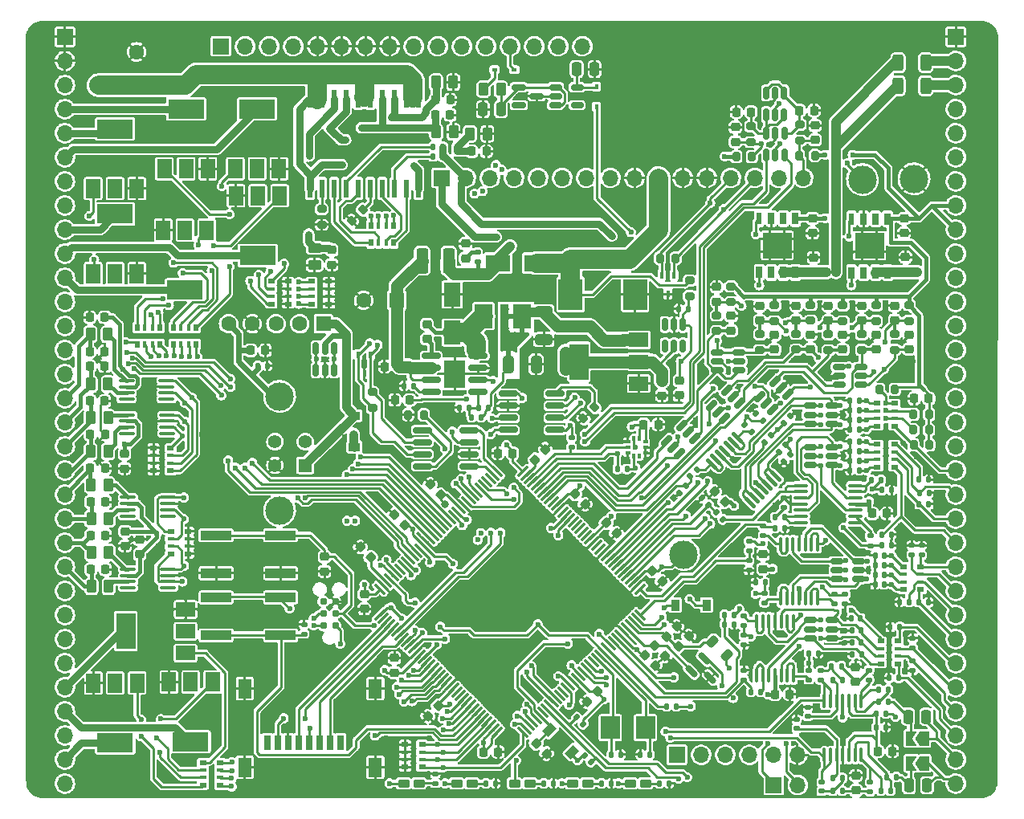
<source format=gbr>
%TF.GenerationSoftware,KiCad,Pcbnew,(6.0.1)*%
%TF.CreationDate,2023-07-12T16:45:15+01:00*%
%TF.ProjectId,polygonus-Shortage-Version,706f6c79-676f-46e7-9573-2d53686f7274,rev?*%
%TF.SameCoordinates,Original*%
%TF.FileFunction,Copper,L1,Top*%
%TF.FilePolarity,Positive*%
%FSLAX46Y46*%
G04 Gerber Fmt 4.6, Leading zero omitted, Abs format (unit mm)*
G04 Created by KiCad (PCBNEW (6.0.1)) date 2023-07-12 16:45:15*
%MOMM*%
%LPD*%
G01*
G04 APERTURE LIST*
G04 Aperture macros list*
%AMRoundRect*
0 Rectangle with rounded corners*
0 $1 Rounding radius*
0 $2 $3 $4 $5 $6 $7 $8 $9 X,Y pos of 4 corners*
0 Add a 4 corners polygon primitive as box body*
4,1,4,$2,$3,$4,$5,$6,$7,$8,$9,$2,$3,0*
0 Add four circle primitives for the rounded corners*
1,1,$1+$1,$2,$3*
1,1,$1+$1,$4,$5*
1,1,$1+$1,$6,$7*
1,1,$1+$1,$8,$9*
0 Add four rect primitives between the rounded corners*
20,1,$1+$1,$2,$3,$4,$5,0*
20,1,$1+$1,$4,$5,$6,$7,0*
20,1,$1+$1,$6,$7,$8,$9,0*
20,1,$1+$1,$8,$9,$2,$3,0*%
%AMRotRect*
0 Rectangle, with rotation*
0 The origin of the aperture is its center*
0 $1 length*
0 $2 width*
0 $3 Rotation angle, in degrees counterclockwise*
0 Add horizontal line*
21,1,$1,$2,0,0,$3*%
%AMFreePoly0*
4,1,6,1.000000,0.000000,0.500000,-0.750000,-0.500000,-0.750000,-0.500000,0.750000,0.500000,0.750000,1.000000,0.000000,1.000000,0.000000,$1*%
%AMFreePoly1*
4,1,6,0.500000,-0.750000,-0.650000,-0.750000,-0.150000,0.000000,-0.650000,0.750000,0.500000,0.750000,0.500000,-0.750000,0.500000,-0.750000,$1*%
G04 Aperture macros list end*
%TA.AperFunction,SMDPad,CuDef*%
%ADD10RoundRect,0.225000X0.250000X-0.225000X0.250000X0.225000X-0.250000X0.225000X-0.250000X-0.225000X0*%
%TD*%
%TA.AperFunction,SMDPad,CuDef*%
%ADD11RoundRect,0.135000X-0.135000X-0.185000X0.135000X-0.185000X0.135000X0.185000X-0.135000X0.185000X0*%
%TD*%
%TA.AperFunction,SMDPad,CuDef*%
%ADD12RoundRect,0.135000X0.226274X0.035355X0.035355X0.226274X-0.226274X-0.035355X-0.035355X-0.226274X0*%
%TD*%
%TA.AperFunction,SMDPad,CuDef*%
%ADD13RoundRect,0.100000X0.100000X-0.637500X0.100000X0.637500X-0.100000X0.637500X-0.100000X-0.637500X0*%
%TD*%
%TA.AperFunction,SMDPad,CuDef*%
%ADD14RoundRect,0.100000X0.637500X0.100000X-0.637500X0.100000X-0.637500X-0.100000X0.637500X-0.100000X0*%
%TD*%
%TA.AperFunction,SMDPad,CuDef*%
%ADD15R,0.650000X1.310000*%
%TD*%
%TA.AperFunction,SMDPad,CuDef*%
%ADD16R,0.600000X1.310000*%
%TD*%
%TA.AperFunction,SMDPad,CuDef*%
%ADD17R,1.500000X1.325000*%
%TD*%
%TA.AperFunction,SMDPad,CuDef*%
%ADD18RoundRect,0.225000X-0.250000X0.225000X-0.250000X-0.225000X0.250000X-0.225000X0.250000X0.225000X0*%
%TD*%
%TA.AperFunction,SMDPad,CuDef*%
%ADD19RoundRect,0.135000X-0.226274X-0.035355X-0.035355X-0.226274X0.226274X0.035355X0.035355X0.226274X0*%
%TD*%
%TA.AperFunction,SMDPad,CuDef*%
%ADD20RoundRect,0.225000X-0.225000X-0.250000X0.225000X-0.250000X0.225000X0.250000X-0.225000X0.250000X0*%
%TD*%
%TA.AperFunction,SMDPad,CuDef*%
%ADD21RoundRect,0.225000X0.017678X-0.335876X0.335876X-0.017678X-0.017678X0.335876X-0.335876X0.017678X0*%
%TD*%
%TA.AperFunction,SMDPad,CuDef*%
%ADD22RoundRect,0.140000X-0.140000X-0.170000X0.140000X-0.170000X0.140000X0.170000X-0.140000X0.170000X0*%
%TD*%
%TA.AperFunction,SMDPad,CuDef*%
%ADD23RoundRect,0.225000X0.335876X0.017678X0.017678X0.335876X-0.335876X-0.017678X-0.017678X-0.335876X0*%
%TD*%
%TA.AperFunction,SMDPad,CuDef*%
%ADD24RoundRect,0.225000X-0.335876X-0.017678X-0.017678X-0.335876X0.335876X0.017678X0.017678X0.335876X0*%
%TD*%
%TA.AperFunction,SMDPad,CuDef*%
%ADD25RoundRect,0.218750X0.424264X0.114905X0.114905X0.424264X-0.424264X-0.114905X-0.114905X-0.424264X0*%
%TD*%
%TA.AperFunction,SMDPad,CuDef*%
%ADD26RoundRect,0.200000X0.200000X0.275000X-0.200000X0.275000X-0.200000X-0.275000X0.200000X-0.275000X0*%
%TD*%
%TA.AperFunction,SMDPad,CuDef*%
%ADD27R,0.800000X0.500000*%
%TD*%
%TA.AperFunction,SMDPad,CuDef*%
%ADD28R,0.800000X0.400000*%
%TD*%
%TA.AperFunction,SMDPad,CuDef*%
%ADD29RoundRect,0.100000X0.521491X-0.380070X-0.380070X0.521491X-0.521491X0.380070X0.380070X-0.521491X0*%
%TD*%
%TA.AperFunction,SMDPad,CuDef*%
%ADD30R,0.500000X0.800000*%
%TD*%
%TA.AperFunction,SMDPad,CuDef*%
%ADD31R,0.400000X0.800000*%
%TD*%
%TA.AperFunction,SMDPad,CuDef*%
%ADD32RoundRect,0.135000X0.135000X0.185000X-0.135000X0.185000X-0.135000X-0.185000X0.135000X-0.185000X0*%
%TD*%
%TA.AperFunction,SMDPad,CuDef*%
%ADD33RoundRect,0.225000X0.225000X0.250000X-0.225000X0.250000X-0.225000X-0.250000X0.225000X-0.250000X0*%
%TD*%
%TA.AperFunction,SMDPad,CuDef*%
%ADD34RoundRect,0.075000X0.521491X-0.415425X-0.415425X0.521491X-0.521491X0.415425X0.415425X-0.521491X0*%
%TD*%
%TA.AperFunction,SMDPad,CuDef*%
%ADD35RoundRect,0.075000X0.521491X0.415425X0.415425X0.521491X-0.521491X-0.415425X-0.415425X-0.521491X0*%
%TD*%
%TA.AperFunction,SMDPad,CuDef*%
%ADD36RoundRect,0.250000X-0.325000X-0.650000X0.325000X-0.650000X0.325000X0.650000X-0.325000X0.650000X0*%
%TD*%
%TA.AperFunction,SMDPad,CuDef*%
%ADD37RoundRect,0.200000X-0.200000X-0.275000X0.200000X-0.275000X0.200000X0.275000X-0.200000X0.275000X0*%
%TD*%
%TA.AperFunction,SMDPad,CuDef*%
%ADD38RoundRect,0.140000X0.140000X0.170000X-0.140000X0.170000X-0.140000X-0.170000X0.140000X-0.170000X0*%
%TD*%
%TA.AperFunction,ComponentPad*%
%ADD39R,1.600000X1.600000*%
%TD*%
%TA.AperFunction,ComponentPad*%
%ADD40C,1.600000*%
%TD*%
%TA.AperFunction,SMDPad,CuDef*%
%ADD41R,2.500000X1.800000*%
%TD*%
%TA.AperFunction,SMDPad,CuDef*%
%ADD42RoundRect,0.250000X-0.262500X-0.450000X0.262500X-0.450000X0.262500X0.450000X-0.262500X0.450000X0*%
%TD*%
%TA.AperFunction,SMDPad,CuDef*%
%ADD43RoundRect,0.100000X0.712500X0.100000X-0.712500X0.100000X-0.712500X-0.100000X0.712500X-0.100000X0*%
%TD*%
%TA.AperFunction,SMDPad,CuDef*%
%ADD44RoundRect,0.212500X0.400000X0.212500X-0.400000X0.212500X-0.400000X-0.212500X0.400000X-0.212500X0*%
%TD*%
%TA.AperFunction,SMDPad,CuDef*%
%ADD45RoundRect,0.135000X-0.185000X0.135000X-0.185000X-0.135000X0.185000X-0.135000X0.185000X0.135000X0*%
%TD*%
%TA.AperFunction,SMDPad,CuDef*%
%ADD46RoundRect,0.200000X-0.275000X0.200000X-0.275000X-0.200000X0.275000X-0.200000X0.275000X0.200000X0*%
%TD*%
%TA.AperFunction,SMDPad,CuDef*%
%ADD47RoundRect,0.200000X0.275000X-0.200000X0.275000X0.200000X-0.275000X0.200000X-0.275000X-0.200000X0*%
%TD*%
%TA.AperFunction,SMDPad,CuDef*%
%ADD48R,1.200000X0.900000*%
%TD*%
%TA.AperFunction,SMDPad,CuDef*%
%ADD49RoundRect,0.250000X0.312500X0.625000X-0.312500X0.625000X-0.312500X-0.625000X0.312500X-0.625000X0*%
%TD*%
%TA.AperFunction,SMDPad,CuDef*%
%ADD50RoundRect,0.250000X-0.312500X-0.625000X0.312500X-0.625000X0.312500X0.625000X-0.312500X0.625000X0*%
%TD*%
%TA.AperFunction,SMDPad,CuDef*%
%ADD51C,3.000000*%
%TD*%
%TA.AperFunction,SMDPad,CuDef*%
%ADD52RoundRect,0.150000X0.150000X-0.512500X0.150000X0.512500X-0.150000X0.512500X-0.150000X-0.512500X0*%
%TD*%
%TA.AperFunction,SMDPad,CuDef*%
%ADD53R,0.450000X0.700000*%
%TD*%
%TA.AperFunction,SMDPad,CuDef*%
%ADD54RoundRect,0.135000X0.185000X-0.135000X0.185000X0.135000X-0.185000X0.135000X-0.185000X-0.135000X0*%
%TD*%
%TA.AperFunction,SMDPad,CuDef*%
%ADD55R,2.500000X3.300000*%
%TD*%
%TA.AperFunction,SMDPad,CuDef*%
%ADD56RoundRect,0.135000X-0.035355X0.226274X-0.226274X0.035355X0.035355X-0.226274X0.226274X-0.035355X0*%
%TD*%
%TA.AperFunction,SMDPad,CuDef*%
%ADD57RoundRect,0.135000X0.035355X-0.226274X0.226274X-0.035355X-0.035355X0.226274X-0.226274X0.035355X0*%
%TD*%
%TA.AperFunction,SMDPad,CuDef*%
%ADD58RoundRect,0.150000X0.512500X0.150000X-0.512500X0.150000X-0.512500X-0.150000X0.512500X-0.150000X0*%
%TD*%
%TA.AperFunction,SMDPad,CuDef*%
%ADD59RoundRect,0.140000X-0.170000X0.140000X-0.170000X-0.140000X0.170000X-0.140000X0.170000X0.140000X0*%
%TD*%
%TA.AperFunction,SMDPad,CuDef*%
%ADD60RoundRect,0.140000X0.170000X-0.140000X0.170000X0.140000X-0.170000X0.140000X-0.170000X-0.140000X0*%
%TD*%
%TA.AperFunction,SMDPad,CuDef*%
%ADD61RoundRect,0.100000X-0.100000X0.637500X-0.100000X-0.637500X0.100000X-0.637500X0.100000X0.637500X0*%
%TD*%
%TA.AperFunction,SMDPad,CuDef*%
%ADD62R,2.000000X1.500000*%
%TD*%
%TA.AperFunction,SMDPad,CuDef*%
%ADD63R,2.000000X3.800000*%
%TD*%
%TA.AperFunction,SMDPad,CuDef*%
%ADD64R,2.000000X2.400000*%
%TD*%
%TA.AperFunction,SMDPad,CuDef*%
%ADD65RoundRect,0.150000X-0.825000X-0.150000X0.825000X-0.150000X0.825000X0.150000X-0.825000X0.150000X0*%
%TD*%
%TA.AperFunction,SMDPad,CuDef*%
%ADD66R,2.290000X3.000000*%
%TD*%
%TA.AperFunction,SMDPad,CuDef*%
%ADD67R,1.800000X2.500000*%
%TD*%
%TA.AperFunction,SMDPad,CuDef*%
%ADD68RoundRect,0.150000X-0.150000X0.512500X-0.150000X-0.512500X0.150000X-0.512500X0.150000X0.512500X0*%
%TD*%
%TA.AperFunction,SMDPad,CuDef*%
%ADD69RoundRect,0.250000X0.375000X1.075000X-0.375000X1.075000X-0.375000X-1.075000X0.375000X-1.075000X0*%
%TD*%
%TA.AperFunction,SMDPad,CuDef*%
%ADD70RoundRect,0.200000X-0.053033X0.335876X-0.335876X0.053033X0.053033X-0.335876X0.335876X-0.053033X0*%
%TD*%
%TA.AperFunction,SMDPad,CuDef*%
%ADD71R,1.900000X2.500000*%
%TD*%
%TA.AperFunction,SMDPad,CuDef*%
%ADD72RoundRect,0.250000X-0.650000X0.325000X-0.650000X-0.325000X0.650000X-0.325000X0.650000X0.325000X0*%
%TD*%
%TA.AperFunction,SMDPad,CuDef*%
%ADD73RoundRect,0.250000X-0.250000X-0.475000X0.250000X-0.475000X0.250000X0.475000X-0.250000X0.475000X0*%
%TD*%
%TA.AperFunction,ComponentPad*%
%ADD74R,1.700000X1.700000*%
%TD*%
%TA.AperFunction,ComponentPad*%
%ADD75O,1.700000X1.700000*%
%TD*%
%TA.AperFunction,SMDPad,CuDef*%
%ADD76FreePoly0,180.000000*%
%TD*%
%TA.AperFunction,SMDPad,CuDef*%
%ADD77FreePoly1,180.000000*%
%TD*%
%TA.AperFunction,SMDPad,CuDef*%
%ADD78R,0.800000X1.500000*%
%TD*%
%TA.AperFunction,SMDPad,CuDef*%
%ADD79R,1.450000X2.000000*%
%TD*%
%TA.AperFunction,ComponentPad*%
%ADD80R,1.400000X1.400000*%
%TD*%
%TA.AperFunction,ComponentPad*%
%ADD81C,1.400000*%
%TD*%
%TA.AperFunction,ComponentPad*%
%ADD82C,3.000000*%
%TD*%
%TA.AperFunction,SMDPad,CuDef*%
%ADD83RoundRect,0.250000X-0.450000X0.262500X-0.450000X-0.262500X0.450000X-0.262500X0.450000X0.262500X0*%
%TD*%
%TA.AperFunction,SMDPad,CuDef*%
%ADD84RoundRect,0.150000X-0.521491X0.309359X0.309359X-0.521491X0.521491X-0.309359X-0.309359X0.521491X0*%
%TD*%
%TA.AperFunction,SMDPad,CuDef*%
%ADD85RoundRect,0.100000X-0.100000X0.175000X-0.100000X-0.175000X0.100000X-0.175000X0.100000X0.175000X0*%
%TD*%
%TA.AperFunction,SMDPad,CuDef*%
%ADD86RoundRect,0.100000X-0.175000X0.100000X-0.175000X-0.100000X0.175000X-0.100000X0.175000X0.100000X0*%
%TD*%
%TA.AperFunction,SMDPad,CuDef*%
%ADD87R,3.200000X1.000000*%
%TD*%
%TA.AperFunction,ConnectorPad*%
%ADD88C,0.787400*%
%TD*%
%TA.AperFunction,SMDPad,CuDef*%
%ADD89R,0.900000X1.200000*%
%TD*%
%TA.AperFunction,SMDPad,CuDef*%
%ADD90RotRect,0.900000X1.200000X315.000000*%
%TD*%
%TA.AperFunction,SMDPad,CuDef*%
%ADD91R,0.450000X0.600000*%
%TD*%
%TA.AperFunction,SMDPad,CuDef*%
%ADD92RoundRect,0.150000X-0.512500X-0.150000X0.512500X-0.150000X0.512500X0.150000X-0.512500X0.150000X0*%
%TD*%
%TA.AperFunction,SMDPad,CuDef*%
%ADD93R,1.500000X2.000000*%
%TD*%
%TA.AperFunction,SMDPad,CuDef*%
%ADD94R,3.800000X2.000000*%
%TD*%
%TA.AperFunction,SMDPad,CuDef*%
%ADD95RoundRect,0.150000X0.256326X0.468458X-0.468458X-0.256326X-0.256326X-0.468458X0.468458X0.256326X0*%
%TD*%
%TA.AperFunction,SMDPad,CuDef*%
%ADD96R,0.550000X1.950000*%
%TD*%
%TA.AperFunction,SMDPad,CuDef*%
%ADD97RoundRect,0.200000X0.053033X-0.335876X0.335876X-0.053033X-0.053033X0.335876X-0.335876X0.053033X0*%
%TD*%
%TA.AperFunction,SMDPad,CuDef*%
%ADD98RoundRect,0.250000X0.250000X0.475000X-0.250000X0.475000X-0.250000X-0.475000X0.250000X-0.475000X0*%
%TD*%
%TA.AperFunction,SMDPad,CuDef*%
%ADD99RoundRect,0.150000X-0.587500X-0.150000X0.587500X-0.150000X0.587500X0.150000X-0.587500X0.150000X0*%
%TD*%
%TA.AperFunction,SMDPad,CuDef*%
%ADD100R,0.600000X0.450000*%
%TD*%
%TA.AperFunction,SMDPad,CuDef*%
%ADD101RoundRect,0.150000X0.825000X0.150000X-0.825000X0.150000X-0.825000X-0.150000X0.825000X-0.150000X0*%
%TD*%
%TA.AperFunction,ViaPad*%
%ADD102C,0.599440*%
%TD*%
%TA.AperFunction,ViaPad*%
%ADD103C,0.800000*%
%TD*%
%TA.AperFunction,ViaPad*%
%ADD104C,0.600000*%
%TD*%
%TA.AperFunction,ViaPad*%
%ADD105C,2.000000*%
%TD*%
%TA.AperFunction,Conductor*%
%ADD106C,0.254000*%
%TD*%
%TA.AperFunction,Conductor*%
%ADD107C,0.404600*%
%TD*%
%TA.AperFunction,Conductor*%
%ADD108C,0.914400*%
%TD*%
%TA.AperFunction,Conductor*%
%ADD109C,0.406400*%
%TD*%
%TA.AperFunction,Conductor*%
%ADD110C,0.762000*%
%TD*%
%TA.AperFunction,Conductor*%
%ADD111C,1.016000*%
%TD*%
%TA.AperFunction,Conductor*%
%ADD112C,1.270000*%
%TD*%
%TA.AperFunction,Conductor*%
%ADD113C,0.304800*%
%TD*%
%TA.AperFunction,Conductor*%
%ADD114C,2.032000*%
%TD*%
%TA.AperFunction,Conductor*%
%ADD115C,0.765000*%
%TD*%
%TA.AperFunction,Conductor*%
%ADD116C,0.609600*%
%TD*%
G04 APERTURE END LIST*
D10*
%TO.P,C2,1*%
%TO.N,/12V_PROT*%
X140279326Y-82139052D03*
%TO.P,C2,2*%
%TO.N,GND*%
X140279326Y-80589052D03*
%TD*%
D11*
%TO.P,R76,1*%
%TO.N,/AV10*%
X151406975Y-106610683D03*
%TO.P,R76,2*%
%TO.N,GND*%
X152426975Y-106610683D03*
%TD*%
%TO.P,R77,1*%
%TO.N,/AV11*%
X151418194Y-105421414D03*
%TO.P,R77,2*%
%TO.N,GND*%
X152438194Y-105421414D03*
%TD*%
%TO.P,R78,1*%
%TO.N,/quad_analog3/IN4*%
X151395755Y-104030194D03*
%TO.P,R78,2*%
%TO.N,GND*%
X152415755Y-104030194D03*
%TD*%
D12*
%TO.P,R4,1*%
%TO.N,/mcu/5V_SENSOR_2_PG*%
X116838124Y-133803124D03*
%TO.P,R4,2*%
%TO.N,+3V3*%
X116116876Y-133081876D03*
%TD*%
D13*
%TO.P,U19,1*%
%TO.N,Net-(R67-Pad2)*%
X136816000Y-116556500D03*
%TO.P,U19,2,-*%
X137466000Y-116556500D03*
%TO.P,U19,3,+*%
%TO.N,Net-(C52-Pad1)*%
X138116000Y-116556500D03*
%TO.P,U19,4,V+*%
%TO.N,+5V*%
X138766000Y-116556500D03*
%TO.P,U19,5,+*%
%TO.N,Net-(C53-Pad1)*%
X139416000Y-116556500D03*
%TO.P,U19,6,-*%
%TO.N,Net-(R68-Pad2)*%
X140066000Y-116556500D03*
%TO.P,U19,7*%
X140716000Y-116556500D03*
%TO.P,U19,8*%
%TO.N,Net-(R69-Pad2)*%
X140716000Y-110831500D03*
%TO.P,U19,9,-*%
X140066000Y-110831500D03*
%TO.P,U19,10,+*%
%TO.N,Net-(C54-Pad1)*%
X139416000Y-110831500D03*
%TO.P,U19,11,V-*%
%TO.N,GND*%
X138766000Y-110831500D03*
%TO.P,U19,12,+*%
%TO.N,Net-(C55-Pad1)*%
X138116000Y-110831500D03*
%TO.P,U19,13,-*%
%TO.N,Net-(R70-Pad2)*%
X137466000Y-110831500D03*
%TO.P,U19,14*%
X136816000Y-110831500D03*
%TD*%
D14*
%TO.P,U21,1*%
%TO.N,Net-(R79-Pad2)*%
X144676500Y-108532000D03*
%TO.P,U21,2,-*%
X144676500Y-107882000D03*
%TO.P,U21,3,+*%
%TO.N,Net-(C57-Pad1)*%
X144676500Y-107232000D03*
%TO.P,U21,4,V+*%
%TO.N,+5V*%
X144676500Y-106582000D03*
%TO.P,U21,5,+*%
%TO.N,Net-(C58-Pad1)*%
X144676500Y-105932000D03*
%TO.P,U21,6,-*%
%TO.N,Net-(R80-Pad2)*%
X144676500Y-105282000D03*
%TO.P,U21,7*%
X144676500Y-104632000D03*
%TO.P,U21,8*%
%TO.N,Net-(R81-Pad2)*%
X138951500Y-104632000D03*
%TO.P,U21,9,-*%
X138951500Y-105282000D03*
%TO.P,U21,10,+*%
%TO.N,Net-(C59-Pad1)*%
X138951500Y-105932000D03*
%TO.P,U21,11,V-*%
%TO.N,GND*%
X138951500Y-106582000D03*
%TO.P,U21,12,+*%
%TO.N,Net-(C60-Pad1)*%
X138951500Y-107232000D03*
%TO.P,U21,13,-*%
%TO.N,Net-(R82-Pad2)*%
X138951500Y-107882000D03*
%TO.P,U21,14*%
X138951500Y-108532000D03*
%TD*%
D15*
%TO.P,U1,1,OUT*%
%TO.N,/5V_SENSOR_1*%
X148090671Y-76525877D03*
%TO.P,U1,2*%
%TO.N,unconnected-(U1-Pad2)*%
X146820671Y-76525877D03*
%TO.P,U1,3,GND*%
%TO.N,GND*%
X145550671Y-76525877D03*
D16*
%TO.P,U1,4,PG*%
%TO.N,/mcu/5V_SENSOR_1_PG*%
X144280671Y-76525877D03*
D15*
%TO.P,U1,5,ADJ*%
%TO.N,+5V*%
X144280671Y-82215877D03*
%TO.P,U1,6*%
%TO.N,unconnected-(U1-Pad6)*%
X145550671Y-82215877D03*
%TO.P,U1,7,EN*%
%TO.N,/12V_PROT*%
X146820671Y-82215877D03*
%TO.P,U1,8,IN*%
X148090671Y-82215877D03*
D17*
%TO.P,U1,9,GND*%
%TO.N,GND*%
X146935671Y-78708377D03*
X145435671Y-80033377D03*
X146935671Y-80033377D03*
X145435671Y-78708377D03*
%TD*%
D15*
%TO.P,U2,1,OUT*%
%TO.N,/5V_SENSOR_2*%
X138359142Y-76488011D03*
%TO.P,U2,2*%
%TO.N,unconnected-(U2-Pad2)*%
X137089142Y-76488011D03*
%TO.P,U2,3,GND*%
%TO.N,GND*%
X135819142Y-76488011D03*
D16*
%TO.P,U2,4,PG*%
%TO.N,/mcu/5V_SENSOR_2_PG*%
X134549142Y-76488011D03*
D15*
%TO.P,U2,5,ADJ*%
%TO.N,+5V*%
X134549142Y-82178011D03*
%TO.P,U2,6*%
%TO.N,unconnected-(U2-Pad6)*%
X135819142Y-82178011D03*
%TO.P,U2,7,EN*%
%TO.N,/12V_PROT*%
X137089142Y-82178011D03*
%TO.P,U2,8,IN*%
X138359142Y-82178011D03*
D17*
%TO.P,U2,9,GND*%
%TO.N,GND*%
X137204142Y-79995511D03*
X135704142Y-78670511D03*
X135704142Y-79995511D03*
X137204142Y-78670511D03*
%TD*%
D18*
%TO.P,C3,1*%
%TO.N,/5V_SENSOR_1*%
X149815912Y-76489231D03*
%TO.P,C3,2*%
%TO.N,GND*%
X149815912Y-78039231D03*
%TD*%
D10*
%TO.P,C5,1*%
%TO.N,/12V_PROT*%
X149970368Y-82112502D03*
%TO.P,C5,2*%
%TO.N,GND*%
X149970368Y-80562502D03*
%TD*%
D18*
%TO.P,C9,1*%
%TO.N,/5V_SENSOR_2*%
X140172736Y-76472402D03*
%TO.P,C9,2*%
%TO.N,GND*%
X140172736Y-78022402D03*
%TD*%
D19*
%TO.P,R1,1*%
%TO.N,/mcu/5V_SENSOR_1_PG*%
X115291376Y-129081376D03*
%TO.P,R1,2*%
%TO.N,+3V3*%
X116012624Y-129802624D03*
%TD*%
D20*
%TO.P,C46,1*%
%TO.N,+5V*%
X136213000Y-126648000D03*
%TO.P,C46,2*%
%TO.N,GND*%
X137763000Y-126648000D03*
%TD*%
D10*
%TO.P,C51,1*%
%TO.N,+5V*%
X134956000Y-113453000D03*
%TO.P,C51,2*%
%TO.N,GND*%
X134956000Y-111903000D03*
%TD*%
D20*
%TO.P,C56,1*%
%TO.N,+5V*%
X146470266Y-107582392D03*
%TO.P,C56,2*%
%TO.N,GND*%
X148020266Y-107582392D03*
%TD*%
D21*
%TO.P,C77,1*%
%TO.N,Net-(C77-Pad1)*%
X110912992Y-101923008D03*
%TO.P,C77,2*%
%TO.N,GND*%
X112009008Y-100826992D03*
%TD*%
D22*
%TO.P,C74,1*%
%TO.N,Net-(C74-Pad1)*%
X118982000Y-132998000D03*
%TO.P,C74,2*%
%TO.N,GND*%
X119942000Y-132998000D03*
%TD*%
D20*
%TO.P,C61,1*%
%TO.N,GND*%
X107003000Y-101248000D03*
%TO.P,C61,2*%
%TO.N,+3V3*%
X108553000Y-101248000D03*
%TD*%
D23*
%TO.P,C64,1*%
%TO.N,GND*%
X123566008Y-123640008D03*
%TO.P,C64,2*%
%TO.N,+3V3*%
X122469992Y-122543992D03*
%TD*%
%TO.P,C65,1*%
%TO.N,GND*%
X124328008Y-114750008D03*
%TO.P,C65,2*%
%TO.N,+3V3*%
X123231992Y-113653992D03*
%TD*%
D24*
%TO.P,C66,1*%
%TO.N,GND*%
X99863992Y-104509992D03*
%TO.P,C66,2*%
%TO.N,+3V3*%
X100960008Y-105606008D03*
%TD*%
D21*
%TO.P,C81,1*%
%TO.N,/mcu/VDDA*%
X124755992Y-120592008D03*
%TO.P,C81,2*%
%TO.N,GND*%
X125852008Y-119495992D03*
%TD*%
%TO.P,C82,1*%
%TO.N,/mcu/VDDA*%
X126025992Y-121608008D03*
%TO.P,C82,2*%
%TO.N,GND*%
X127122008Y-120511992D03*
%TD*%
D23*
%TO.P,C40,1*%
%TO.N,+5V*%
X130932008Y-106368008D03*
%TO.P,C40,2*%
%TO.N,GND*%
X129835992Y-105271992D03*
%TD*%
D25*
%TO.P,FB1,1*%
%TO.N,+3V3*%
X131135301Y-122573301D03*
%TO.P,FB1,2*%
%TO.N,/mcu/VDDA*%
X129632699Y-121070699D03*
%TD*%
D11*
%TO.P,R75,1*%
%TO.N,/AV9*%
X147478315Y-109819465D03*
%TO.P,R75,2*%
%TO.N,GND*%
X148498315Y-109819465D03*
%TD*%
%TO.P,R89,1*%
%TO.N,/mcu/nRESET*%
X124794000Y-127918000D03*
%TO.P,R89,2*%
%TO.N,+3V3*%
X125814000Y-127918000D03*
%TD*%
D26*
%TO.P,R39,1*%
%TO.N,/5V_SENSOR_1*%
X152479537Y-100370684D03*
%TO.P,R39,2*%
%TO.N,/AT1*%
X150829537Y-100370684D03*
%TD*%
%TO.P,R40,1*%
%TO.N,/5V_SENSOR_1*%
X152445878Y-98788732D03*
%TO.P,R40,2*%
%TO.N,/AT2*%
X150795878Y-98788732D03*
%TD*%
%TO.P,R41,1*%
%TO.N,/5V_SENSOR_1*%
X152457098Y-97128243D03*
%TO.P,R41,2*%
%TO.N,/AT3*%
X150807098Y-97128243D03*
%TD*%
%TO.P,R42,1*%
%TO.N,/5V_SENSOR_1*%
X148862000Y-94517000D03*
%TO.P,R42,2*%
%TO.N,/AT4*%
X147212000Y-94517000D03*
%TD*%
D27*
%TO.P,RN2,1,R1.1*%
%TO.N,/AV1*%
X149163074Y-123430926D03*
D28*
%TO.P,RN2,2,R2.1*%
%TO.N,/AV2*%
X149163074Y-122630926D03*
%TO.P,RN2,3,R3.1*%
%TO.N,/AV3*%
X149163074Y-121830926D03*
D27*
%TO.P,RN2,4,R4.1*%
%TO.N,/AV4*%
X149163074Y-121030926D03*
%TO.P,RN2,5,R4.2*%
%TO.N,Net-(C50-Pad1)*%
X147363074Y-121030926D03*
D28*
%TO.P,RN2,6,R3.2*%
%TO.N,Net-(C49-Pad1)*%
X147363074Y-121830926D03*
%TO.P,RN2,7,R2.2*%
%TO.N,Net-(C48-Pad1)*%
X147363074Y-122630926D03*
D27*
%TO.P,RN2,8,R1.2*%
%TO.N,Net-(C47-Pad1)*%
X147363074Y-123430926D03*
%TD*%
%TO.P,RN3,1,R1.1*%
%TO.N,/AV5*%
X151577709Y-115605074D03*
D28*
%TO.P,RN3,2,R2.1*%
%TO.N,/AV6*%
X151577709Y-114805074D03*
%TO.P,RN3,3,R3.1*%
%TO.N,/AV7*%
X151577709Y-114005074D03*
D27*
%TO.P,RN3,4,R4.1*%
%TO.N,/AV8*%
X151577709Y-113205074D03*
%TO.P,RN3,5,R4.2*%
%TO.N,Net-(C55-Pad1)*%
X149777709Y-113205074D03*
D28*
%TO.P,RN3,6,R3.2*%
%TO.N,Net-(C54-Pad1)*%
X149777709Y-114005074D03*
%TO.P,RN3,7,R2.2*%
%TO.N,Net-(C53-Pad1)*%
X149777709Y-114805074D03*
D27*
%TO.P,RN3,8,R1.2*%
%TO.N,Net-(C52-Pad1)*%
X149777709Y-115605074D03*
%TD*%
%TO.P,RN4,1,R1.1*%
%TO.N,/AV9*%
X148810000Y-102702000D03*
D28*
%TO.P,RN4,2,R2.1*%
%TO.N,/AV10*%
X148810000Y-101902000D03*
%TO.P,RN4,3,R3.1*%
%TO.N,/AV11*%
X148810000Y-101102000D03*
D27*
%TO.P,RN4,4,R4.1*%
%TO.N,/quad_analog3/IN4*%
X148810000Y-100302000D03*
%TO.P,RN4,5,R4.2*%
%TO.N,Net-(C60-Pad1)*%
X147010000Y-100302000D03*
D28*
%TO.P,RN4,6,R3.2*%
%TO.N,Net-(C59-Pad1)*%
X147010000Y-101102000D03*
%TO.P,RN4,7,R2.2*%
%TO.N,Net-(C58-Pad1)*%
X147010000Y-101902000D03*
D27*
%TO.P,RN4,8,R1.2*%
%TO.N,Net-(C57-Pad1)*%
X147010000Y-102702000D03*
%TD*%
%TO.P,RN1,1,R1.1*%
%TO.N,/AT1*%
X148810000Y-98384000D03*
D28*
%TO.P,RN1,2,R2.1*%
%TO.N,/AT2*%
X148810000Y-97584000D03*
%TO.P,RN1,3,R3.1*%
%TO.N,/AT3*%
X148810000Y-96784000D03*
D27*
%TO.P,RN1,4,R4.1*%
%TO.N,/AT4*%
X148810000Y-95984000D03*
%TO.P,RN1,5,R4.2*%
%TO.N,Net-(C45-Pad1)*%
X147010000Y-95984000D03*
D28*
%TO.P,RN1,6,R3.2*%
%TO.N,Net-(C44-Pad1)*%
X147010000Y-96784000D03*
%TO.P,RN1,7,R2.2*%
%TO.N,Net-(C43-Pad1)*%
X147010000Y-97584000D03*
D27*
%TO.P,RN1,8,R1.2*%
%TO.N,Net-(C42-Pad1)*%
X147010000Y-98384000D03*
%TD*%
D29*
%TO.P,U15,1*%
%TO.N,Net-(R43-Pad2)*%
X133569235Y-106428951D03*
%TO.P,U15,2,-*%
X134028854Y-105969332D03*
%TO.P,U15,3,+*%
%TO.N,Net-(C42-Pad1)*%
X134488474Y-105509713D03*
%TO.P,U15,4,V+*%
%TO.N,+5V*%
X134948093Y-105050093D03*
%TO.P,U15,5,+*%
%TO.N,Net-(C43-Pad1)*%
X135407713Y-104590474D03*
%TO.P,U15,6,-*%
%TO.N,Net-(R44-Pad2)*%
X135867332Y-104130854D03*
%TO.P,U15,7*%
X136326951Y-103671235D03*
%TO.P,U15,8*%
%TO.N,Net-(R45-Pad2)*%
X132278765Y-99623049D03*
%TO.P,U15,9,-*%
X131819146Y-100082668D03*
%TO.P,U15,10,+*%
%TO.N,Net-(C44-Pad1)*%
X131359526Y-100542287D03*
%TO.P,U15,11,V-*%
%TO.N,GND*%
X130899907Y-101001907D03*
%TO.P,U15,12,+*%
%TO.N,Net-(C45-Pad1)*%
X130440287Y-101461526D03*
%TO.P,U15,13,-*%
%TO.N,Net-(R46-Pad2)*%
X129980668Y-101921146D03*
%TO.P,U15,14*%
X129521049Y-102380765D03*
%TD*%
D20*
%TO.P,C83,1*%
%TO.N,/USB_SHIELD*%
X80938462Y-90384858D03*
%TO.P,C83,2*%
%TO.N,GND*%
X82488462Y-90384858D03*
%TD*%
D11*
%TO.P,R98,1*%
%TO.N,/USB_SHIELD*%
X81676730Y-92033125D03*
%TO.P,R98,2*%
%TO.N,GND*%
X82696730Y-92033125D03*
%TD*%
D18*
%TO.P,C85,1*%
%TO.N,/HS1*%
X89494413Y-79815297D03*
%TO.P,C85,2*%
%TO.N,GND*%
X89494413Y-81365297D03*
%TD*%
D20*
%TO.P,C86,1*%
%TO.N,/HS2*%
X104247164Y-69398713D03*
%TO.P,C86,2*%
%TO.N,GND*%
X105797164Y-69398713D03*
%TD*%
D30*
%TO.P,RN11,1,R1.1*%
%TO.N,/highside_quad/IN4*%
X96026175Y-77253732D03*
D31*
%TO.P,RN11,2,R2.1*%
%TO.N,/highside_quad/IN3*%
X95226175Y-77253732D03*
%TO.P,RN11,3,R3.1*%
%TO.N,/highside_quad/IN2*%
X94426175Y-77253732D03*
D30*
%TO.P,RN11,4,R4.1*%
%TO.N,/highside_quad/IN1*%
X93626175Y-77253732D03*
%TO.P,RN11,5,R4.2*%
%TO.N,Net-(RN11-Pad5)*%
X93626175Y-79053732D03*
D31*
%TO.P,RN11,6,R3.2*%
%TO.N,Net-(RN11-Pad6)*%
X94426175Y-79053732D03*
%TO.P,RN11,7,R2.2*%
%TO.N,Net-(RN11-Pad7)*%
X95226175Y-79053732D03*
D30*
%TO.P,RN11,8,R1.2*%
%TO.N,Net-(RN11-Pad8)*%
X96026175Y-79053732D03*
%TD*%
D18*
%TO.P,C84,1*%
%TO.N,/mcu/12V_DIVIDED*%
X126130133Y-93586905D03*
%TO.P,C84,2*%
%TO.N,GND*%
X126130133Y-95136905D03*
%TD*%
D32*
%TO.P,R97,1*%
%TO.N,/mcu/12V_DIVIDED*%
X127084000Y-86008000D03*
%TO.P,R97,2*%
%TO.N,GND*%
X126064000Y-86008000D03*
%TD*%
D13*
%TO.P,U17,1*%
%TO.N,Net-(R55-Pad2)*%
X134276000Y-124684500D03*
%TO.P,U17,2,-*%
X134926000Y-124684500D03*
%TO.P,U17,3,+*%
%TO.N,Net-(C47-Pad1)*%
X135576000Y-124684500D03*
%TO.P,U17,4,V+*%
%TO.N,+5V*%
X136226000Y-124684500D03*
%TO.P,U17,5,+*%
%TO.N,Net-(C48-Pad1)*%
X136876000Y-124684500D03*
%TO.P,U17,6,-*%
%TO.N,Net-(R56-Pad2)*%
X137526000Y-124684500D03*
%TO.P,U17,7*%
X138176000Y-124684500D03*
%TO.P,U17,8*%
%TO.N,Net-(R57-Pad2)*%
X138176000Y-118959500D03*
%TO.P,U17,9,-*%
X137526000Y-118959500D03*
%TO.P,U17,10,+*%
%TO.N,Net-(C49-Pad1)*%
X136876000Y-118959500D03*
%TO.P,U17,11,V-*%
%TO.N,GND*%
X136226000Y-118959500D03*
%TO.P,U17,12,+*%
%TO.N,Net-(C50-Pad1)*%
X135576000Y-118959500D03*
%TO.P,U17,13,-*%
%TO.N,Net-(R58-Pad2)*%
X134926000Y-118959500D03*
%TO.P,U17,14*%
X134276000Y-118959500D03*
%TD*%
D24*
%TO.P,C67,1*%
%TO.N,GND*%
X96053992Y-107710392D03*
%TO.P,C67,2*%
%TO.N,+3V3*%
X97150008Y-108806408D03*
%TD*%
D23*
%TO.P,C68,1*%
%TO.N,GND*%
X119502008Y-109670008D03*
%TO.P,C68,2*%
%TO.N,+3V3*%
X118405992Y-108573992D03*
%TD*%
D18*
%TO.P,C69,1*%
%TO.N,GND*%
X96094000Y-122825000D03*
%TO.P,C69,2*%
%TO.N,+3V3*%
X96094000Y-124375000D03*
%TD*%
D33*
%TO.P,C71,1*%
%TO.N,GND*%
X107029000Y-132744000D03*
%TO.P,C71,2*%
%TO.N,+3V3*%
X105479000Y-132744000D03*
%TD*%
D10*
%TO.P,C73,1*%
%TO.N,GND*%
X92919000Y-117644000D03*
%TO.P,C73,2*%
%TO.N,+3V3*%
X92919000Y-116094000D03*
%TD*%
D21*
%TO.P,C76,1*%
%TO.N,GND*%
X116373992Y-127450008D03*
%TO.P,C76,2*%
%TO.N,+3V3*%
X117470008Y-126353992D03*
%TD*%
D34*
%TO.P,U26,1,PE2*%
%TO.N,/lowside_quad4/IN4*%
X109628342Y-130644710D03*
%TO.P,U26,2,PE3*%
%TO.N,/mcu/LED1*%
X109981895Y-130291157D03*
%TO.P,U26,3,PE4*%
%TO.N,/mcu/LED2*%
X110335449Y-129937604D03*
%TO.P,U26,4,PE5*%
%TO.N,/mcu/LED3*%
X110689002Y-129584050D03*
%TO.P,U26,5,PE6*%
%TO.N,/mcu/LED4*%
X111042555Y-129230497D03*
%TO.P,U26,6,VBAT*%
%TO.N,Net-(C80-Pad1)*%
X111396109Y-128876943D03*
%TO.P,U26,7,PC13*%
%TO.N,unconnected-(U26-Pad7)*%
X111749662Y-128523390D03*
%TO.P,U26,8,PC14*%
%TO.N,/mcu/5V_SENSOR_2_PG*%
X112103215Y-128169837D03*
%TO.P,U26,9,PC15*%
%TO.N,/mcu/5V_SENSOR_1_PG*%
X112456769Y-127816283D03*
%TO.P,U26,10,PF0*%
%TO.N,/RC1*%
X112810322Y-127462730D03*
%TO.P,U26,11,PF1*%
%TO.N,/RC2*%
X113163876Y-127109176D03*
%TO.P,U26,12,PF2*%
%TO.N,unconnected-(U26-Pad12)*%
X113517429Y-126755623D03*
%TO.P,U26,13,PF3*%
%TO.N,unconnected-(U26-Pad13)*%
X113870982Y-126402070D03*
%TO.P,U26,14,PF4*%
%TO.N,/knock/FILTERED_1*%
X114224536Y-126048516D03*
%TO.P,U26,15,PF5*%
%TO.N,/knock/FILTERED_2*%
X114578089Y-125694963D03*
%TO.P,U26,16,VSS*%
%TO.N,GND*%
X114931643Y-125341410D03*
%TO.P,U26,17,VDD*%
%TO.N,+3V3*%
X115285196Y-124987856D03*
%TO.P,U26,18,PF6*%
%TO.N,/mcu/AUX_SPI_CS*%
X115638749Y-124634303D03*
%TO.P,U26,19,PF7*%
%TO.N,/mcu/AUX_SPI_SCK*%
X115992303Y-124280749D03*
%TO.P,U26,20,PF8*%
%TO.N,/mcu/AUX_SPI_MISO*%
X116345856Y-123927196D03*
%TO.P,U26,21,PF9*%
%TO.N,/mcu/AUX_SPI_MOSI*%
X116699410Y-123573643D03*
%TO.P,U26,22,PF10*%
%TO.N,unconnected-(U26-Pad22)*%
X117052963Y-123220089D03*
%TO.P,U26,23,PH0*%
%TO.N,Net-(C74-Pad1)*%
X117406516Y-122866536D03*
%TO.P,U26,24,PH1*%
%TO.N,Net-(C75-Pad1)*%
X117760070Y-122512982D03*
%TO.P,U26,25,NRST*%
%TO.N,/mcu/nRESET*%
X118113623Y-122159429D03*
%TO.P,U26,26,PC0*%
%TO.N,/mcu/AV1*%
X118467176Y-121805876D03*
%TO.P,U26,27,PC1*%
%TO.N,/mcu/AV2*%
X118820730Y-121452322D03*
%TO.P,U26,28,PC2*%
%TO.N,/mcu/AV3*%
X119174283Y-121098769D03*
%TO.P,U26,29,PC3*%
%TO.N,/mcu/AV4*%
X119527837Y-120745215D03*
%TO.P,U26,30,VDD*%
%TO.N,+3V3*%
X119881390Y-120391662D03*
%TO.P,U26,31,VSSA*%
%TO.N,GND*%
X120234943Y-120038109D03*
%TO.P,U26,32,VREF+*%
%TO.N,Net-(C70-Pad1)*%
X120588497Y-119684555D03*
%TO.P,U26,33,VDDA*%
%TO.N,/mcu/VDDA*%
X120942050Y-119331002D03*
%TO.P,U26,34,PA0*%
%TO.N,/mcu/AV5*%
X121295604Y-118977449D03*
%TO.P,U26,35,PA1*%
%TO.N,/mcu/AV6*%
X121649157Y-118623895D03*
%TO.P,U26,36,PA2*%
%TO.N,/mcu/AV7*%
X122002710Y-118270342D03*
D35*
%TO.P,U26,37,PA3*%
%TO.N,/mcu/AV8*%
X122002710Y-115565658D03*
%TO.P,U26,38,VSS*%
%TO.N,GND*%
X121649157Y-115212105D03*
%TO.P,U26,39,VDD*%
%TO.N,+3V3*%
X121295604Y-114858551D03*
%TO.P,U26,40,PA4*%
%TO.N,/mcu/AV9*%
X120942050Y-114504998D03*
%TO.P,U26,41,PA5*%
%TO.N,/mcu/AV10*%
X120588497Y-114151445D03*
%TO.P,U26,42,PA6*%
%TO.N,/mcu/AV11*%
X120234943Y-113797891D03*
%TO.P,U26,43,PA7*%
%TO.N,/mcu/12V_DIVIDED*%
X119881390Y-113444338D03*
%TO.P,U26,44,PC4*%
%TO.N,/mcu/AT1*%
X119527837Y-113090785D03*
%TO.P,U26,45,PC5*%
%TO.N,/mcu/AT2*%
X119174283Y-112737231D03*
%TO.P,U26,46,PB0*%
%TO.N,/mcu/AT3*%
X118820730Y-112383678D03*
%TO.P,U26,47,PB1*%
%TO.N,/mcu/AT4*%
X118467176Y-112030124D03*
%TO.P,U26,48,PB2*%
%TO.N,GND*%
X118113623Y-111676571D03*
%TO.P,U26,49,PF11*%
%TO.N,unconnected-(U26-Pad49)*%
X117760070Y-111323018D03*
%TO.P,U26,50,PF12*%
%TO.N,unconnected-(U26-Pad50)*%
X117406516Y-110969464D03*
%TO.P,U26,51,VSS*%
%TO.N,GND*%
X117052963Y-110615911D03*
%TO.P,U26,52,VDD*%
%TO.N,+3V3*%
X116699410Y-110262357D03*
%TO.P,U26,53,PF13*%
%TO.N,unconnected-(U26-Pad53)*%
X116345856Y-109908804D03*
%TO.P,U26,54,PF14*%
%TO.N,unconnected-(U26-Pad54)*%
X115992303Y-109555251D03*
%TO.P,U26,55,PF15*%
%TO.N,unconnected-(U26-Pad55)*%
X115638749Y-109201697D03*
%TO.P,U26,56,PG0*%
%TO.N,unconnected-(U26-Pad56)*%
X115285196Y-108848144D03*
%TO.P,U26,57,PG1*%
%TO.N,unconnected-(U26-Pad57)*%
X114931643Y-108494590D03*
%TO.P,U26,58,PE7*%
%TO.N,/mcu/VR_1*%
X114578089Y-108141037D03*
%TO.P,U26,59,PE8*%
%TO.N,/mcu/VR_2*%
X114224536Y-107787484D03*
%TO.P,U26,60,PE9*%
%TO.N,unconnected-(U26-Pad60)*%
X113870982Y-107433930D03*
%TO.P,U26,61,VSS*%
%TO.N,GND*%
X113517429Y-107080377D03*
%TO.P,U26,62,VDD*%
%TO.N,+3V3*%
X113163876Y-106726824D03*
%TO.P,U26,63,PE10*%
%TO.N,unconnected-(U26-Pad63)*%
X112810322Y-106373270D03*
%TO.P,U26,64,PE11*%
%TO.N,/mcu/DIGITAL2*%
X112456769Y-106019717D03*
%TO.P,U26,65,PE12*%
%TO.N,/mcu/DIGITAL3*%
X112103215Y-105666163D03*
%TO.P,U26,66,PE13*%
%TO.N,/mcu/DIGITAL5*%
X111749662Y-105312610D03*
%TO.P,U26,67,PE14*%
%TO.N,/mcu/DIGITAL4*%
X111396109Y-104959057D03*
%TO.P,U26,68,PE15*%
%TO.N,/mcu/DIGITAL6*%
X111042555Y-104605503D03*
%TO.P,U26,69,PB10*%
%TO.N,/mcu/BARO_SCL*%
X110689002Y-104251950D03*
%TO.P,U26,70,PB11*%
%TO.N,/mcu/BARO_SDA*%
X110335449Y-103898396D03*
%TO.P,U26,71,VCAP_1*%
%TO.N,Net-(C77-Pad1)*%
X109981895Y-103544843D03*
%TO.P,U26,72,VDD*%
%TO.N,+3V3*%
X109628342Y-103191290D03*
D34*
%TO.P,U26,73,PB12*%
%TO.N,/mcu/CAN2_RX*%
X106923658Y-103191290D03*
%TO.P,U26,74,PB13*%
%TO.N,/mcu/CAN2_TX*%
X106570105Y-103544843D03*
%TO.P,U26,75,PB14*%
%TO.N,unconnected-(U26-Pad75)*%
X106216551Y-103898396D03*
%TO.P,U26,76,PB15*%
%TO.N,unconnected-(U26-Pad76)*%
X105862998Y-104251950D03*
%TO.P,U26,77,PD8*%
%TO.N,/ETB2_DIS*%
X105509445Y-104605503D03*
%TO.P,U26,78,PD9*%
%TO.N,/ETB2_DIR*%
X105155891Y-104959057D03*
%TO.P,U26,79,PD10*%
%TO.N,/ETB1_DIR*%
X104802338Y-105312610D03*
%TO.P,U26,80,PD11*%
%TO.N,/ETB1_DIS*%
X104448785Y-105666163D03*
%TO.P,U26,81,PD12*%
%TO.N,/ETB1_PWM*%
X104095231Y-106019717D03*
%TO.P,U26,82,PD13*%
%TO.N,/ETB2_PWM*%
X103741678Y-106373270D03*
%TO.P,U26,83,VSS*%
%TO.N,GND*%
X103388124Y-106726824D03*
%TO.P,U26,84,VDD*%
%TO.N,+3V3*%
X103034571Y-107080377D03*
%TO.P,U26,85,PD14*%
%TO.N,/highside_quad/IN4*%
X102681018Y-107433930D03*
%TO.P,U26,86,PD15*%
%TO.N,/highside_quad/IN3*%
X102327464Y-107787484D03*
%TO.P,U26,87,PG2*%
%TO.N,/IGN12*%
X101973911Y-108141037D03*
%TO.P,U26,88,PG3*%
%TO.N,/IGN11*%
X101620357Y-108494590D03*
%TO.P,U26,89,PG4*%
%TO.N,/IGN10*%
X101266804Y-108848144D03*
%TO.P,U26,90,PG5*%
%TO.N,/IGN9*%
X100913251Y-109201697D03*
%TO.P,U26,91,PG6*%
%TO.N,/ign2/IN4*%
X100559697Y-109555251D03*
%TO.P,U26,92,PG7*%
%TO.N,/ign2/IN3*%
X100206144Y-109908804D03*
%TO.P,U26,93,PG8*%
%TO.N,/ign2/IN2*%
X99852590Y-110262357D03*
%TO.P,U26,94,VSS*%
%TO.N,GND*%
X99499037Y-110615911D03*
%TO.P,U26,95,VDDUSB*%
%TO.N,+3V3*%
X99145484Y-110969464D03*
%TO.P,U26,96,PC6*%
%TO.N,/mcu/DIGITAL1*%
X98791930Y-111323018D03*
%TO.P,U26,97,PC7*%
%TO.N,/ign2/IN1*%
X98438377Y-111676571D03*
%TO.P,U26,98,PC8*%
%TO.N,/ign1/IN4*%
X98084824Y-112030124D03*
%TO.P,U26,99,PC9*%
%TO.N,/ign1/IN3*%
X97731270Y-112383678D03*
%TO.P,U26,100,PA8*%
%TO.N,/highside_quad/IN2*%
X97377717Y-112737231D03*
%TO.P,U26,101,PA9*%
%TO.N,/highside_quad/IN1*%
X97024163Y-113090785D03*
%TO.P,U26,102,PA10*%
%TO.N,unconnected-(U26-Pad102)*%
X96670610Y-113444338D03*
%TO.P,U26,103,PA11*%
%TO.N,/USB_D-*%
X96317057Y-113797891D03*
%TO.P,U26,104,PA12*%
%TO.N,/USB_D+*%
X95963503Y-114151445D03*
%TO.P,U26,105,PA13*%
%TO.N,/mcu/SWDIO*%
X95609950Y-114504998D03*
%TO.P,U26,106,VCAP_2*%
%TO.N,Net-(C78-Pad1)*%
X95256396Y-114858551D03*
%TO.P,U26,107,VSS*%
%TO.N,GND*%
X94902843Y-115212105D03*
%TO.P,U26,108,VDD*%
%TO.N,+3V3*%
X94549290Y-115565658D03*
D35*
%TO.P,U26,109,PA14*%
%TO.N,/mcu/SWCLK*%
X94549290Y-118270342D03*
%TO.P,U26,110,PA15*%
%TO.N,unconnected-(U26-Pad110)*%
X94902843Y-118623895D03*
%TO.P,U26,111,PC10*%
%TO.N,/mcu/SD_SCK*%
X95256396Y-118977449D03*
%TO.P,U26,112,PC11*%
%TO.N,/mcu/SD_MISO*%
X95609950Y-119331002D03*
%TO.P,U26,113,PC12*%
%TO.N,/mcu/SD_MOSI*%
X95963503Y-119684555D03*
%TO.P,U26,114,PD0*%
%TO.N,/mcu/CAN_RX*%
X96317057Y-120038109D03*
%TO.P,U26,115,PD1*%
%TO.N,/mcu/CAN_TX*%
X96670610Y-120391662D03*
%TO.P,U26,116,PD2*%
%TO.N,/mcu/SD_CS*%
X97024163Y-120745215D03*
%TO.P,U26,117,PD3*%
%TO.N,/ign1/IN2*%
X97377717Y-121098769D03*
%TO.P,U26,118,PD4*%
%TO.N,/ign1/IN1*%
X97731270Y-121452322D03*
%TO.P,U26,119,PD5*%
%TO.N,/mcu/UART_TX*%
X98084824Y-121805876D03*
%TO.P,U26,120,VSS*%
%TO.N,GND*%
X98438377Y-122159429D03*
%TO.P,U26,121,VDDSDMMC*%
%TO.N,+3V3*%
X98791930Y-122512982D03*
%TO.P,U26,122,PD6*%
%TO.N,/mcu/UART_RX*%
X99145484Y-122866536D03*
%TO.P,U26,123,PD7*%
%TO.N,/lowside_quad1/IN1*%
X99499037Y-123220089D03*
%TO.P,U26,124,PG9*%
%TO.N,/lowside_quad1/IN2*%
X99852590Y-123573643D03*
%TO.P,U26,125,PG10*%
%TO.N,/lowside_quad1/IN3*%
X100206144Y-123927196D03*
%TO.P,U26,126,PG11*%
%TO.N,/lowside_quad1/IN4*%
X100559697Y-124280749D03*
%TO.P,U26,127,PG12*%
%TO.N,/lowside_quad2/IN1*%
X100913251Y-124634303D03*
%TO.P,U26,128,PG13*%
%TO.N,/lowside_quad2/IN2*%
X101266804Y-124987856D03*
%TO.P,U26,129,PG14*%
%TO.N,/lowside_quad2/IN3*%
X101620357Y-125341410D03*
%TO.P,U26,130,VSS*%
%TO.N,GND*%
X101973911Y-125694963D03*
%TO.P,U26,131,VDD*%
%TO.N,+3V3*%
X102327464Y-126048516D03*
%TO.P,U26,132,PG15*%
%TO.N,unconnected-(U26-Pad132)*%
X102681018Y-126402070D03*
%TO.P,U26,133,PB3*%
%TO.N,unconnected-(U26-Pad133)*%
X103034571Y-126755623D03*
%TO.P,U26,134,PB4*%
%TO.N,/lowside_quad2/IN4*%
X103388124Y-127109176D03*
%TO.P,U26,135,PB5*%
%TO.N,/LS9*%
X103741678Y-127462730D03*
%TO.P,U26,136,PB6*%
%TO.N,/LS10*%
X104095231Y-127816283D03*
%TO.P,U26,137,PB7*%
%TO.N,/LS11*%
X104448785Y-128169837D03*
%TO.P,U26,138,BOOT0*%
%TO.N,/mcu/BOOT0*%
X104802338Y-128523390D03*
%TO.P,U26,139,PB8*%
%TO.N,/LS12*%
X105155891Y-128876943D03*
%TO.P,U26,140,PB9*%
%TO.N,/lowside_quad4/IN1*%
X105509445Y-129230497D03*
%TO.P,U26,141,PE0*%
%TO.N,/lowside_quad4/IN2*%
X105862998Y-129584050D03*
%TO.P,U26,142,PE1*%
%TO.N,/lowside_quad4/IN3*%
X106216551Y-129937604D03*
%TO.P,U26,143,PDR_ON*%
%TO.N,+3V3*%
X106570105Y-130291157D03*
%TO.P,U26,144,VDD*%
X106923658Y-130644710D03*
%TD*%
D33*
%TO.P,C7,1*%
%TO.N,Net-(C6-Pad1)*%
X96615000Y-92104000D03*
%TO.P,C7,2*%
%TO.N,GND*%
X95065000Y-92104000D03*
%TD*%
D36*
%TO.P,C12,1*%
%TO.N,+5V*%
X108081000Y-91850000D03*
%TO.P,C12,2*%
%TO.N,GND*%
X111031000Y-91850000D03*
%TD*%
D37*
%TO.P,R9,1*%
%TO.N,/CAN+*%
X124098000Y-80674000D03*
%TO.P,R9,2*%
%TO.N,/CAN-*%
X125748000Y-80674000D03*
%TD*%
D38*
%TO.P,C75,1*%
%TO.N,Net-(C75-Pad1)*%
X122990000Y-132998000D03*
%TO.P,C75,2*%
%TO.N,GND*%
X122030000Y-132998000D03*
%TD*%
D23*
%TO.P,C62,1*%
%TO.N,GND*%
X116200008Y-106622008D03*
%TO.P,C62,2*%
%TO.N,+3V3*%
X115103992Y-105525992D03*
%TD*%
D27*
%TO.P,RN10,1,R1.1*%
%TO.N,/lowside_quad4/IN4*%
X77714751Y-136243729D03*
D28*
%TO.P,RN10,2,R2.1*%
%TO.N,/lowside_quad4/IN3*%
X77714751Y-135443729D03*
%TO.P,RN10,3,R3.1*%
%TO.N,/lowside_quad4/IN2*%
X77714751Y-134643729D03*
D27*
%TO.P,RN10,4,R4.1*%
%TO.N,/lowside_quad4/IN1*%
X77714751Y-133843729D03*
%TO.P,RN10,5,R4.2*%
%TO.N,Net-(RN10-Pad5)*%
X75914751Y-133843729D03*
D28*
%TO.P,RN10,6,R3.2*%
%TO.N,Net-(RN10-Pad6)*%
X75914751Y-134643729D03*
%TO.P,RN10,7,R2.2*%
%TO.N,Net-(RN10-Pad7)*%
X75914751Y-135443729D03*
D27*
%TO.P,RN10,8,R1.2*%
%TO.N,Net-(RN10-Pad8)*%
X75914751Y-136243729D03*
%TD*%
D30*
%TO.P,RN6,1,R1.1*%
%TO.N,/lowside_quad1/IN4*%
X72803547Y-89770414D03*
D31*
%TO.P,RN6,2,R2.1*%
%TO.N,/lowside_quad1/IN3*%
X73603547Y-89770414D03*
%TO.P,RN6,3,R3.1*%
%TO.N,/lowside_quad1/IN2*%
X74403547Y-89770414D03*
D30*
%TO.P,RN6,4,R4.1*%
%TO.N,/lowside_quad1/IN1*%
X75203547Y-89770414D03*
%TO.P,RN6,5,R4.2*%
%TO.N,Net-(RN6-Pad5)*%
X75203547Y-87970414D03*
D31*
%TO.P,RN6,6,R3.2*%
%TO.N,Net-(RN6-Pad6)*%
X74403547Y-87970414D03*
%TO.P,RN6,7,R2.2*%
%TO.N,Net-(RN6-Pad7)*%
X73603547Y-87970414D03*
D30*
%TO.P,RN6,8,R1.2*%
%TO.N,Net-(RN6-Pad8)*%
X72803547Y-87970414D03*
%TD*%
%TO.P,RN8,1,R1.1*%
%TO.N,/lowside_quad2/IN4*%
X68983013Y-89770414D03*
D31*
%TO.P,RN8,2,R2.1*%
%TO.N,/lowside_quad2/IN3*%
X69783013Y-89770414D03*
%TO.P,RN8,3,R3.1*%
%TO.N,/lowside_quad2/IN2*%
X70583013Y-89770414D03*
D30*
%TO.P,RN8,4,R4.1*%
%TO.N,/lowside_quad2/IN1*%
X71383013Y-89770414D03*
%TO.P,RN8,5,R4.2*%
%TO.N,Net-(RN8-Pad5)*%
X71383013Y-87970414D03*
D31*
%TO.P,RN8,6,R3.2*%
%TO.N,Net-(RN8-Pad6)*%
X70583013Y-87970414D03*
%TO.P,RN8,7,R2.2*%
%TO.N,Net-(RN8-Pad7)*%
X69783013Y-87970414D03*
D30*
%TO.P,RN8,8,R1.2*%
%TO.N,Net-(RN8-Pad8)*%
X68983013Y-87970414D03*
%TD*%
D39*
%TO.P,C6,1*%
%TO.N,Net-(C6-Pad1)*%
X96348000Y-85119000D03*
D40*
%TO.P,C6,2*%
%TO.N,GND*%
X92848000Y-85119000D03*
%TD*%
D10*
%TO.P,C4,1*%
%TO.N,Net-(C4-Pad1)*%
X103587000Y-80687000D03*
%TO.P,C4,2*%
%TO.N,GND*%
X103587000Y-79137000D03*
%TD*%
D41*
%TO.P,D2,1,K*%
%TO.N,/12V_PROT*%
X107048000Y-81182000D03*
%TO.P,D2,2,A*%
%TO.N,/12V_RAW*%
X111048000Y-81182000D03*
%TD*%
D27*
%TO.P,RN5,1,R1.1*%
%TO.N,GND*%
X89168921Y-85521111D03*
D28*
%TO.P,RN5,2,R2.1*%
X89168921Y-84721111D03*
%TO.P,RN5,3,R3.1*%
X89168921Y-83921111D03*
D27*
%TO.P,RN5,4,R4.1*%
X89168921Y-83121111D03*
%TO.P,RN5,5,R4.2*%
%TO.N,/lowside_quad1/IN4*%
X87368921Y-83121111D03*
D28*
%TO.P,RN5,6,R3.2*%
%TO.N,/lowside_quad1/IN3*%
X87368921Y-83921111D03*
%TO.P,RN5,7,R2.2*%
%TO.N,/lowside_quad1/IN2*%
X87368921Y-84721111D03*
D27*
%TO.P,RN5,8,R1.2*%
%TO.N,/lowside_quad1/IN1*%
X87368921Y-85521111D03*
%TD*%
%TO.P,RN7,1,R1.1*%
%TO.N,GND*%
X84900059Y-85521111D03*
D28*
%TO.P,RN7,2,R2.1*%
X84900059Y-84721111D03*
%TO.P,RN7,3,R3.1*%
X84900059Y-83921111D03*
D27*
%TO.P,RN7,4,R4.1*%
X84900059Y-83121111D03*
%TO.P,RN7,5,R4.2*%
%TO.N,/lowside_quad2/IN4*%
X83100059Y-83121111D03*
D28*
%TO.P,RN7,6,R3.2*%
%TO.N,/lowside_quad2/IN3*%
X83100059Y-83921111D03*
%TO.P,RN7,7,R2.2*%
%TO.N,/lowside_quad2/IN2*%
X83100059Y-84721111D03*
D27*
%TO.P,RN7,8,R1.2*%
%TO.N,/lowside_quad2/IN1*%
X83100059Y-85521111D03*
%TD*%
%TO.P,RN9,1,R1.1*%
%TO.N,GND*%
X97208197Y-131943853D03*
D28*
%TO.P,RN9,2,R2.1*%
X97208197Y-132743853D03*
%TO.P,RN9,3,R3.1*%
X97208197Y-133543853D03*
D27*
%TO.P,RN9,4,R4.1*%
X97208197Y-134343853D03*
%TO.P,RN9,5,R4.2*%
%TO.N,/lowside_quad4/IN4*%
X99008197Y-134343853D03*
D28*
%TO.P,RN9,6,R3.2*%
%TO.N,/lowside_quad4/IN3*%
X99008197Y-133543853D03*
%TO.P,RN9,7,R2.2*%
%TO.N,/lowside_quad4/IN2*%
X99008197Y-132743853D03*
D27*
%TO.P,RN9,8,R1.2*%
%TO.N,/lowside_quad4/IN1*%
X99008197Y-131943853D03*
%TD*%
D10*
%TO.P,C91,1*%
%TO.N,GND*%
X67693944Y-111022409D03*
%TO.P,C91,2*%
%TO.N,+5V*%
X67693944Y-109472409D03*
%TD*%
D20*
%TO.P,C93,1*%
%TO.N,/IGN1*%
X64087605Y-113499835D03*
%TO.P,C93,2*%
%TO.N,GND*%
X65637605Y-113499835D03*
%TD*%
%TO.P,C94,1*%
%TO.N,/IGN2*%
X64087605Y-109926207D03*
%TO.P,C94,2*%
%TO.N,GND*%
X65637605Y-109926207D03*
%TD*%
D18*
%TO.P,C92,1*%
%TO.N,GND*%
X69233852Y-110344871D03*
%TO.P,C92,2*%
%TO.N,+5V*%
X69233852Y-111894871D03*
%TD*%
D20*
%TO.P,C95,1*%
%TO.N,/IGN3*%
X64074610Y-106378569D03*
%TO.P,C95,2*%
%TO.N,GND*%
X65624610Y-106378569D03*
%TD*%
%TO.P,C96,1*%
%TO.N,/IGN4*%
X64035625Y-102830930D03*
%TO.P,C96,2*%
%TO.N,GND*%
X65585625Y-102830930D03*
%TD*%
D10*
%TO.P,C97,1*%
%TO.N,GND*%
X67647411Y-102854419D03*
%TO.P,C97,2*%
%TO.N,+5V*%
X67647411Y-101304419D03*
%TD*%
D20*
%TO.P,C99,1*%
%TO.N,/IGN5*%
X64030925Y-99257302D03*
%TO.P,C99,2*%
%TO.N,GND*%
X65580925Y-99257302D03*
%TD*%
%TO.P,C100,1*%
%TO.N,/IGN6*%
X64004935Y-95722659D03*
%TO.P,C100,2*%
%TO.N,GND*%
X65554935Y-95722659D03*
%TD*%
%TO.P,C98,1*%
%TO.N,GND*%
X63990668Y-86902919D03*
%TO.P,C98,2*%
%TO.N,+5V*%
X65540668Y-86902919D03*
%TD*%
%TO.P,C101,1*%
%TO.N,/IGN7*%
X63996640Y-92072110D03*
%TO.P,C101,2*%
%TO.N,GND*%
X65546640Y-92072110D03*
%TD*%
%TO.P,C102,1*%
%TO.N,/IGN8*%
X63978945Y-90512709D03*
%TO.P,C102,2*%
%TO.N,GND*%
X65528945Y-90512709D03*
%TD*%
D42*
%TO.P,R108,1*%
%TO.N,/IGN1*%
X64145031Y-115280152D03*
%TO.P,R108,2*%
%TO.N,Net-(R108-Pad2)*%
X65970031Y-115280152D03*
%TD*%
%TO.P,R109,1*%
%TO.N,/IGN2*%
X64145031Y-111719518D03*
%TO.P,R109,2*%
%TO.N,Net-(R109-Pad2)*%
X65970031Y-111719518D03*
%TD*%
%TO.P,R110,1*%
%TO.N,/IGN3*%
X64132036Y-108158885D03*
%TO.P,R110,2*%
%TO.N,Net-(R110-Pad2)*%
X65957036Y-108158885D03*
%TD*%
%TO.P,R111,1*%
%TO.N,/IGN4*%
X64121890Y-104598252D03*
%TO.P,R111,2*%
%TO.N,Net-(R111-Pad2)*%
X65946890Y-104598252D03*
%TD*%
%TO.P,R112,1*%
%TO.N,/IGN5*%
X64082905Y-101050614D03*
%TO.P,R112,2*%
%TO.N,Net-(R112-Pad2)*%
X65907905Y-101050614D03*
%TD*%
%TO.P,R113,1*%
%TO.N,/IGN6*%
X64080056Y-97476986D03*
%TO.P,R113,2*%
%TO.N,Net-(R113-Pad2)*%
X65905056Y-97476986D03*
%TD*%
%TO.P,R114,1*%
%TO.N,/IGN7*%
X64069910Y-93943392D03*
%TO.P,R114,2*%
%TO.N,Net-(R114-Pad2)*%
X65894910Y-93943392D03*
%TD*%
%TO.P,R115,1*%
%TO.N,/IGN8*%
X64048093Y-88696231D03*
%TO.P,R115,2*%
%TO.N,Net-(R115-Pad2)*%
X65873093Y-88696231D03*
%TD*%
D43*
%TO.P,U42,1,NC*%
%TO.N,unconnected-(U42-Pad1)*%
X72243008Y-115432792D03*
%TO.P,U42,2,IN_A*%
%TO.N,/ign1/IN1*%
X72243008Y-114782792D03*
%TO.P,U42,3,GND*%
%TO.N,GND*%
X72243008Y-114132792D03*
%TO.P,U42,4,IN_B*%
%TO.N,/ign1/IN2*%
X72243008Y-113482792D03*
%TO.P,U42,5,OUT_B*%
%TO.N,Net-(R109-Pad2)*%
X68018008Y-113482792D03*
%TO.P,U42,6,V+*%
%TO.N,+5V*%
X68018008Y-114132792D03*
%TO.P,U42,7,OUT_A*%
%TO.N,Net-(R108-Pad2)*%
X68018008Y-114782792D03*
%TO.P,U42,8,NC*%
%TO.N,unconnected-(U42-Pad8)*%
X68018008Y-115432792D03*
%TD*%
%TO.P,U43,1,NC*%
%TO.N,unconnected-(U43-Pad1)*%
X72243008Y-107850203D03*
%TO.P,U43,2,IN_A*%
%TO.N,/ign1/IN3*%
X72243008Y-107200203D03*
%TO.P,U43,3,GND*%
%TO.N,GND*%
X72243008Y-106550203D03*
%TO.P,U43,4,IN_B*%
%TO.N,/ign1/IN4*%
X72243008Y-105900203D03*
%TO.P,U43,5,OUT_B*%
%TO.N,Net-(R111-Pad2)*%
X68018008Y-105900203D03*
%TO.P,U43,6,V+*%
%TO.N,+5V*%
X68018008Y-106550203D03*
%TO.P,U43,7,OUT_A*%
%TO.N,Net-(R110-Pad2)*%
X68018008Y-107200203D03*
%TO.P,U43,8,NC*%
%TO.N,unconnected-(U43-Pad8)*%
X68018008Y-107850203D03*
%TD*%
%TO.P,U44,1,NC*%
%TO.N,unconnected-(U44-Pad1)*%
X72157730Y-99145795D03*
%TO.P,U44,2,IN_A*%
%TO.N,/ign2/IN1*%
X72157730Y-98495795D03*
%TO.P,U44,3,GND*%
%TO.N,GND*%
X72157730Y-97845795D03*
%TO.P,U44,4,IN_B*%
%TO.N,/ign2/IN2*%
X72157730Y-97195795D03*
%TO.P,U44,5,OUT_B*%
%TO.N,Net-(R113-Pad2)*%
X67932730Y-97195795D03*
%TO.P,U44,6,V+*%
%TO.N,+5V*%
X67932730Y-97845795D03*
%TO.P,U44,7,OUT_A*%
%TO.N,Net-(R112-Pad2)*%
X67932730Y-98495795D03*
%TO.P,U44,8,NC*%
%TO.N,unconnected-(U44-Pad8)*%
X67932730Y-99145795D03*
%TD*%
%TO.P,U45,1,NC*%
%TO.N,unconnected-(U45-Pad1)*%
X72074073Y-95540053D03*
%TO.P,U45,2,IN_A*%
%TO.N,/ign2/IN3*%
X72074073Y-94890053D03*
%TO.P,U45,3,GND*%
%TO.N,GND*%
X72074073Y-94240053D03*
%TO.P,U45,4,IN_B*%
%TO.N,/ign2/IN4*%
X72074073Y-93590053D03*
%TO.P,U45,5,OUT_B*%
%TO.N,Net-(R115-Pad2)*%
X67849073Y-93590053D03*
%TO.P,U45,6,V+*%
%TO.N,+5V*%
X67849073Y-94240053D03*
%TO.P,U45,7,OUT_A*%
%TO.N,Net-(R114-Pad2)*%
X67849073Y-94890053D03*
%TO.P,U45,8,NC*%
%TO.N,unconnected-(U45-Pad8)*%
X67849073Y-95540053D03*
%TD*%
D44*
%TO.P,D9,1,K*%
%TO.N,Net-(D9-Pad1)*%
X98684500Y-136046000D03*
%TO.P,D9,2,A*%
%TO.N,+3V3*%
X97059500Y-136046000D03*
%TD*%
D45*
%TO.P,R91,1*%
%TO.N,GND*%
X100412000Y-135028000D03*
%TO.P,R91,2*%
%TO.N,Net-(D9-Pad1)*%
X100412000Y-136048000D03*
%TD*%
D27*
%TO.P,RN12,1,R1.1*%
%TO.N,GND*%
X74340463Y-111864298D03*
D28*
%TO.P,RN12,2,R2.1*%
X74340463Y-111064298D03*
%TO.P,RN12,3,R3.1*%
X74340463Y-110264298D03*
D27*
%TO.P,RN12,4,R4.1*%
X74340463Y-109464298D03*
%TO.P,RN12,5,R4.2*%
%TO.N,/ign1/IN4*%
X72540463Y-109464298D03*
D28*
%TO.P,RN12,6,R3.2*%
%TO.N,/ign1/IN3*%
X72540463Y-110264298D03*
%TO.P,RN12,7,R2.2*%
%TO.N,/ign1/IN2*%
X72540463Y-111064298D03*
D27*
%TO.P,RN12,8,R1.2*%
%TO.N,/ign1/IN1*%
X72540463Y-111864298D03*
%TD*%
%TO.P,RN13,1,R1.1*%
%TO.N,GND*%
X70692447Y-100694240D03*
D28*
%TO.P,RN13,2,R2.1*%
X70692447Y-101494240D03*
%TO.P,RN13,3,R3.1*%
X70692447Y-102294240D03*
D27*
%TO.P,RN13,4,R4.1*%
X70692447Y-103094240D03*
%TO.P,RN13,5,R4.2*%
%TO.N,/ign2/IN4*%
X72492447Y-103094240D03*
D28*
%TO.P,RN13,6,R3.2*%
%TO.N,/ign2/IN3*%
X72492447Y-102294240D03*
%TO.P,RN13,7,R2.2*%
%TO.N,/ign2/IN2*%
X72492447Y-101494240D03*
D27*
%TO.P,RN13,8,R1.2*%
%TO.N,/ign2/IN1*%
X72492447Y-100694240D03*
%TD*%
D10*
%TO.P,C28,1*%
%TO.N,/DIGITAL_5*%
X138445903Y-87221526D03*
%TO.P,C28,2*%
%TO.N,GND*%
X138445903Y-85671526D03*
%TD*%
%TO.P,C35,1*%
%TO.N,Net-(C35-Pad1)*%
X131595940Y-88309373D03*
%TO.P,C35,2*%
%TO.N,GND*%
X131595940Y-86759373D03*
%TD*%
%TO.P,C30,1*%
%TO.N,Net-(C30-Pad1)*%
X143368196Y-90313500D03*
%TO.P,C30,2*%
%TO.N,GND*%
X143368196Y-88763500D03*
%TD*%
%TO.P,C25,1*%
%TO.N,/DIGITAL_2*%
X148832828Y-87227287D03*
%TO.P,C25,2*%
%TO.N,GND*%
X148832828Y-85677287D03*
%TD*%
%TO.P,C31,1*%
%TO.N,Net-(C31-Pad1)*%
X150356828Y-90275287D03*
%TO.P,C31,2*%
%TO.N,GND*%
X150356828Y-88725287D03*
%TD*%
%TO.P,C26,1*%
%TO.N,/DIGITAL_3*%
X145356632Y-87243294D03*
%TO.P,C26,2*%
%TO.N,GND*%
X145356632Y-85693294D03*
%TD*%
%TO.P,C32,1*%
%TO.N,Net-(C32-Pad1)*%
X146880632Y-90291294D03*
%TO.P,C32,2*%
%TO.N,GND*%
X146880632Y-88741294D03*
%TD*%
%TO.P,C27,1*%
%TO.N,/DIGITAL_4*%
X134625131Y-87274915D03*
%TO.P,C27,2*%
%TO.N,GND*%
X134625131Y-85724915D03*
%TD*%
%TO.P,C33,1*%
%TO.N,Net-(C33-Pad1)*%
X136157702Y-90313175D03*
%TO.P,C33,2*%
%TO.N,GND*%
X136157702Y-88763175D03*
%TD*%
D46*
%TO.P,R27,1*%
%TO.N,/5V_SENSOR_1*%
X139969903Y-85621526D03*
%TO.P,R27,2*%
%TO.N,/DIGITAL_5*%
X139969903Y-87271526D03*
%TD*%
D47*
%TO.P,R33,1*%
%TO.N,Net-(C34-Pad1)*%
X138445903Y-90319526D03*
%TO.P,R33,2*%
%TO.N,/DIGITAL_5*%
X138445903Y-88669526D03*
%TD*%
D46*
%TO.P,R28,1*%
%TO.N,/5V_SENSOR_1*%
X131595940Y-83661373D03*
%TO.P,R28,2*%
%TO.N,/DIGITAL_6*%
X131595940Y-85311373D03*
%TD*%
D47*
%TO.P,R34,1*%
%TO.N,Net-(C35-Pad1)*%
X130071940Y-88359373D03*
%TO.P,R34,2*%
%TO.N,/DIGITAL_6*%
X130071940Y-86709373D03*
%TD*%
D46*
%TO.P,R23,1*%
%TO.N,/5V_SENSOR_1*%
X143368196Y-85665500D03*
%TO.P,R23,2*%
%TO.N,/DIGITAL_1*%
X143368196Y-87315500D03*
%TD*%
D47*
%TO.P,R29,1*%
%TO.N,Net-(C30-Pad1)*%
X141844196Y-90363500D03*
%TO.P,R29,2*%
%TO.N,/DIGITAL_1*%
X141844196Y-88713500D03*
%TD*%
D46*
%TO.P,R24,1*%
%TO.N,/5V_SENSOR_1*%
X150356828Y-85627287D03*
%TO.P,R24,2*%
%TO.N,/DIGITAL_2*%
X150356828Y-87277287D03*
%TD*%
D47*
%TO.P,R30,1*%
%TO.N,Net-(C31-Pad1)*%
X148832828Y-90325287D03*
%TO.P,R30,2*%
%TO.N,/DIGITAL_2*%
X148832828Y-88675287D03*
%TD*%
D46*
%TO.P,R25,1*%
%TO.N,/5V_SENSOR_1*%
X146880632Y-85643294D03*
%TO.P,R25,2*%
%TO.N,/DIGITAL_3*%
X146880632Y-87293294D03*
%TD*%
D47*
%TO.P,R31,1*%
%TO.N,Net-(C32-Pad1)*%
X145356632Y-90341294D03*
%TO.P,R31,2*%
%TO.N,/DIGITAL_3*%
X145356632Y-88691294D03*
%TD*%
D46*
%TO.P,R26,1*%
%TO.N,/5V_SENSOR_1*%
X136157702Y-85665175D03*
%TO.P,R26,2*%
%TO.N,/DIGITAL_4*%
X136157702Y-87315175D03*
%TD*%
D20*
%TO.P,C41,1*%
%TO.N,GND*%
X150879537Y-95467754D03*
%TO.P,C41,2*%
%TO.N,/5V_SENSOR_1*%
X152429537Y-95467754D03*
%TD*%
D47*
%TO.P,R32,1*%
%TO.N,Net-(C33-Pad1)*%
X134633702Y-90363175D03*
%TO.P,R32,2*%
%TO.N,/DIGITAL_4*%
X134633702Y-88713175D03*
%TD*%
D10*
%TO.P,C24,1*%
%TO.N,/DIGITAL_1*%
X141844196Y-87265500D03*
%TO.P,C24,2*%
%TO.N,GND*%
X141844196Y-85715500D03*
%TD*%
%TO.P,C29,1*%
%TO.N,/DIGITAL_6*%
X130071940Y-85261373D03*
%TO.P,C29,2*%
%TO.N,GND*%
X130071940Y-83711373D03*
%TD*%
%TO.P,C34,1*%
%TO.N,Net-(C34-Pad1)*%
X139969903Y-90269526D03*
%TO.P,C34,2*%
%TO.N,GND*%
X139969903Y-88719526D03*
%TD*%
D23*
%TO.P,C78,1*%
%TO.N,Net-(C78-Pad1)*%
X93594008Y-112210008D03*
%TO.P,C78,2*%
%TO.N,GND*%
X92497992Y-111113992D03*
%TD*%
D21*
%TO.P,C72,1*%
%TO.N,GND*%
X99609992Y-128974008D03*
%TO.P,C72,2*%
%TO.N,+3V3*%
X100706008Y-127877992D03*
%TD*%
D48*
%TO.P,D14,1,K*%
%TO.N,+5V*%
X91873462Y-100575405D03*
%TO.P,D14,2,A*%
%TO.N,Net-(D14-Pad2)*%
X91873462Y-97275405D03*
%TD*%
D49*
%TO.P,F2,1*%
%TO.N,Net-(F2-Pad1)*%
X152110448Y-60060439D03*
%TO.P,F2,2*%
%TO.N,/12V_PROT*%
X149185448Y-60060439D03*
%TD*%
D50*
%TO.P,F1,1*%
%TO.N,/12V_PROT*%
X149185448Y-62483854D03*
%TO.P,F1,2*%
%TO.N,Net-(F1-Pad2)*%
X152110448Y-62483854D03*
%TD*%
D44*
%TO.P,D10,1,K*%
%TO.N,Net-(D10-Pad1)*%
X104272500Y-136046000D03*
%TO.P,D10,2,A*%
%TO.N,/mcu/LED1*%
X102647500Y-136046000D03*
%TD*%
%TO.P,D11,1,K*%
%TO.N,Net-(D11-Pad1)*%
X110368500Y-136046000D03*
%TO.P,D11,2,A*%
%TO.N,/mcu/LED2*%
X108743500Y-136046000D03*
%TD*%
%TO.P,D12,1,K*%
%TO.N,Net-(D12-Pad1)*%
X116464500Y-136046000D03*
%TO.P,D12,2,A*%
%TO.N,/mcu/LED3*%
X114839500Y-136046000D03*
%TD*%
%TO.P,D13,1,K*%
%TO.N,Net-(D13-Pad1)*%
X122560500Y-136046000D03*
%TO.P,D13,2,A*%
%TO.N,/mcu/LED4*%
X120935500Y-136046000D03*
%TD*%
D32*
%TO.P,R92,1*%
%TO.N,GND*%
X106764000Y-136046000D03*
%TO.P,R92,2*%
%TO.N,Net-(D10-Pad1)*%
X105744000Y-136046000D03*
%TD*%
%TO.P,R93,1*%
%TO.N,GND*%
X112860000Y-136046000D03*
%TO.P,R93,2*%
%TO.N,Net-(D11-Pad1)*%
X111840000Y-136046000D03*
%TD*%
%TO.P,R94,1*%
%TO.N,GND*%
X118956000Y-136046000D03*
%TO.P,R94,2*%
%TO.N,Net-(D12-Pad1)*%
X117936000Y-136046000D03*
%TD*%
%TO.P,R95,1*%
%TO.N,GND*%
X125052000Y-136046000D03*
%TO.P,R95,2*%
%TO.N,Net-(D13-Pad1)*%
X124032000Y-136046000D03*
%TD*%
D51*
%TO.P,J1,1,Pin_1*%
%TO.N,GND*%
X150867985Y-72300565D03*
%TD*%
%TO.P,J2,1,Pin_1*%
%TO.N,+5V*%
X145437176Y-72388158D03*
%TD*%
%TO.P,J3,1,Pin_1*%
%TO.N,+3V3*%
X126574000Y-111916000D03*
%TD*%
D52*
%TO.P,U27,1,I/O1*%
%TO.N,/USB_D+*%
X87825201Y-92475917D03*
%TO.P,U27,2,GND*%
%TO.N,GND*%
X88775201Y-92475917D03*
%TO.P,U27,3,I/O2*%
%TO.N,/USB_D-*%
X89725201Y-92475917D03*
%TO.P,U27,4,I/O2*%
X89725201Y-90200917D03*
%TO.P,U27,5,VBUS*%
%TO.N,Net-(D14-Pad2)*%
X88775201Y-90200917D03*
%TO.P,U27,6,I/O1*%
%TO.N,/USB_D+*%
X87825201Y-90200917D03*
%TD*%
D53*
%TO.P,D4,1,A1*%
%TO.N,/CAN-*%
X125573000Y-82468000D03*
%TO.P,D4,2,A2*%
%TO.N,/CAN+*%
X124273000Y-82468000D03*
%TO.P,D4,3,common*%
%TO.N,GND*%
X124923000Y-84468000D03*
%TD*%
D54*
%TO.P,R90,1*%
%TO.N,/mcu/BOOT0*%
X86569000Y-120300000D03*
%TO.P,R90,2*%
%TO.N,GND*%
X86569000Y-119280000D03*
%TD*%
D10*
%TO.P,C79,1*%
%TO.N,GND*%
X88728000Y-113707000D03*
%TO.P,C79,2*%
%TO.N,/mcu/nRESET*%
X88728000Y-112157000D03*
%TD*%
D39*
%TO.P,J13,1,Pin_1*%
%TO.N,Net-(D14-Pad2)*%
X88610209Y-87595853D03*
D40*
%TO.P,J13,2,Pin_2*%
%TO.N,/USB_D-*%
X86110209Y-87595853D03*
%TO.P,J13,3,Pin_3*%
%TO.N,/USB_D+*%
X83610209Y-87595853D03*
%TO.P,J13,4,Pin_4*%
%TO.N,GND*%
X81110209Y-87595853D03*
%TO.P,J13,5,Pin_5*%
%TO.N,/USB_SHIELD*%
X78610209Y-87595853D03*
%TD*%
D55*
%TO.P,D1,1,A1*%
%TO.N,/12V_RAW*%
X114665000Y-84484000D03*
%TO.P,D1,2,A2*%
%TO.N,GND*%
X121465000Y-84484000D03*
%TD*%
D38*
%TO.P,C47,1*%
%TO.N,Net-(C47-Pad1)*%
X145326731Y-122432877D03*
%TO.P,C47,2*%
%TO.N,GND*%
X144366731Y-122432877D03*
%TD*%
%TO.P,C48,1*%
%TO.N,Net-(C48-Pad1)*%
X145289333Y-121165643D03*
%TO.P,C48,2*%
%TO.N,GND*%
X144329333Y-121165643D03*
%TD*%
%TO.P,C49,1*%
%TO.N,Net-(C49-Pad1)*%
X145289333Y-119916537D03*
%TO.P,C49,2*%
%TO.N,GND*%
X144329333Y-119916537D03*
%TD*%
%TO.P,C50,1*%
%TO.N,Net-(C50-Pad1)*%
X145224535Y-118648731D03*
%TO.P,C50,2*%
%TO.N,GND*%
X144264535Y-118648731D03*
%TD*%
%TO.P,C52,1*%
%TO.N,Net-(C52-Pad1)*%
X147727414Y-115087709D03*
%TO.P,C52,2*%
%TO.N,GND*%
X146767414Y-115087709D03*
%TD*%
%TO.P,C53,1*%
%TO.N,Net-(C53-Pad1)*%
X147727414Y-114071709D03*
%TO.P,C53,2*%
%TO.N,GND*%
X146767414Y-114071709D03*
%TD*%
%TO.P,C54,1*%
%TO.N,Net-(C54-Pad1)*%
X147727414Y-113055709D03*
%TO.P,C54,2*%
%TO.N,GND*%
X146767414Y-113055709D03*
%TD*%
%TO.P,C55,1*%
%TO.N,Net-(C55-Pad1)*%
X147727414Y-112039709D03*
%TO.P,C55,2*%
%TO.N,GND*%
X146767414Y-112039709D03*
%TD*%
%TO.P,C57,1*%
%TO.N,Net-(C57-Pad1)*%
X145088000Y-103026000D03*
%TO.P,C57,2*%
%TO.N,GND*%
X144128000Y-103026000D03*
%TD*%
%TO.P,C58,1*%
%TO.N,Net-(C58-Pad1)*%
X145088000Y-102010000D03*
%TO.P,C58,2*%
%TO.N,GND*%
X144128000Y-102010000D03*
%TD*%
%TO.P,C59,1*%
%TO.N,Net-(C59-Pad1)*%
X145088000Y-100994000D03*
%TO.P,C59,2*%
%TO.N,GND*%
X144128000Y-100994000D03*
%TD*%
%TO.P,C60,1*%
%TO.N,Net-(C60-Pad1)*%
X145088000Y-99978000D03*
%TO.P,C60,2*%
%TO.N,GND*%
X144128000Y-99978000D03*
%TD*%
%TO.P,C42,1*%
%TO.N,Net-(C42-Pad1)*%
X145088000Y-98708000D03*
%TO.P,C42,2*%
%TO.N,GND*%
X144128000Y-98708000D03*
%TD*%
%TO.P,C43,1*%
%TO.N,Net-(C43-Pad1)*%
X145088000Y-97692000D03*
%TO.P,C43,2*%
%TO.N,GND*%
X144128000Y-97692000D03*
%TD*%
%TO.P,C44,1*%
%TO.N,Net-(C44-Pad1)*%
X145088000Y-96676000D03*
%TO.P,C44,2*%
%TO.N,GND*%
X144128000Y-96676000D03*
%TD*%
%TO.P,C45,1*%
%TO.N,Net-(C45-Pad1)*%
X145088000Y-95660000D03*
%TO.P,C45,2*%
%TO.N,GND*%
X144128000Y-95660000D03*
%TD*%
D45*
%TO.P,R56,1*%
%TO.N,/mcu/AV2*%
X139782000Y-124106000D03*
%TO.P,R56,2*%
%TO.N,Net-(R56-Pad2)*%
X139782000Y-125126000D03*
%TD*%
D11*
%TO.P,R57,1*%
%TO.N,/mcu/AV3*%
X130890000Y-118266000D03*
%TO.P,R57,2*%
%TO.N,Net-(R57-Pad2)*%
X131910000Y-118266000D03*
%TD*%
D45*
%TO.P,R59,1*%
%TO.N,GND*%
X132924000Y-124106000D03*
%TO.P,R59,2*%
%TO.N,/mcu/AV1*%
X132924000Y-125126000D03*
%TD*%
D32*
%TO.P,R60,1*%
%TO.N,GND*%
X140800000Y-122330000D03*
%TO.P,R60,2*%
%TO.N,/mcu/AV2*%
X139780000Y-122330000D03*
%TD*%
%TO.P,R61,1*%
%TO.N,GND*%
X131910000Y-119282000D03*
%TO.P,R61,2*%
%TO.N,/mcu/AV3*%
X130890000Y-119282000D03*
%TD*%
D54*
%TO.P,R62,1*%
%TO.N,GND*%
X132924000Y-121443000D03*
%TO.P,R62,2*%
%TO.N,/mcu/AV4*%
X132924000Y-120423000D03*
%TD*%
D45*
%TO.P,R68,1*%
%TO.N,/mcu/AV6*%
X142446249Y-116104831D03*
%TO.P,R68,2*%
%TO.N,Net-(R68-Pad2)*%
X142446249Y-117124831D03*
%TD*%
D54*
%TO.P,R69,1*%
%TO.N,/mcu/AV7*%
X133486083Y-111523977D03*
%TO.P,R69,2*%
%TO.N,Net-(R69-Pad2)*%
X133486083Y-110503977D03*
%TD*%
D45*
%TO.P,R70,1*%
%TO.N,/mcu/AV8*%
X134946598Y-108930464D03*
%TO.P,R70,2*%
%TO.N,Net-(R70-Pad2)*%
X134946598Y-109950464D03*
%TD*%
D11*
%TO.P,R71,1*%
%TO.N,GND*%
X134146812Y-114858976D03*
%TO.P,R71,2*%
%TO.N,/mcu/AV5*%
X135166812Y-114858976D03*
%TD*%
D54*
%TO.P,R72,1*%
%TO.N,GND*%
X143624298Y-117141660D03*
%TO.P,R72,2*%
%TO.N,/mcu/AV6*%
X143624298Y-116121660D03*
%TD*%
%TO.P,R73,1*%
%TO.N,GND*%
X133467834Y-113604421D03*
%TO.P,R73,2*%
%TO.N,/mcu/AV7*%
X133467834Y-112584421D03*
%TD*%
D32*
%TO.P,R74,1*%
%TO.N,GND*%
X137244000Y-109122000D03*
%TO.P,R74,2*%
%TO.N,/mcu/AV8*%
X136224000Y-109122000D03*
%TD*%
D54*
%TO.P,R79,1*%
%TO.N,/mcu/AV9*%
X146264779Y-110984586D03*
%TO.P,R79,2*%
%TO.N,Net-(R79-Pad2)*%
X146264779Y-109964586D03*
%TD*%
D32*
%TO.P,R80,1*%
%TO.N,/mcu/AV10*%
X147404000Y-104042000D03*
%TO.P,R80,2*%
%TO.N,Net-(R80-Pad2)*%
X146384000Y-104042000D03*
%TD*%
D19*
%TO.P,R81,1*%
%TO.N,/mcu/AV11*%
X130023376Y-107491376D03*
%TO.P,R81,2*%
%TO.N,Net-(R81-Pad2)*%
X130744624Y-108212624D03*
%TD*%
D11*
%TO.P,R82,1*%
%TO.N,/quad_analog3/OUT4*%
X136233643Y-107994423D03*
%TO.P,R82,2*%
%TO.N,Net-(R82-Pad2)*%
X137253643Y-107994423D03*
%TD*%
D32*
%TO.P,R83,1*%
%TO.N,GND*%
X148491366Y-110968245D03*
%TO.P,R83,2*%
%TO.N,/mcu/AV9*%
X147471366Y-110968245D03*
%TD*%
%TO.P,R84,1*%
%TO.N,GND*%
X148518193Y-105125318D03*
%TO.P,R84,2*%
%TO.N,/mcu/AV10*%
X147498193Y-105125318D03*
%TD*%
D19*
%TO.P,R85,1*%
%TO.N,GND*%
X128499376Y-105967376D03*
%TO.P,R85,2*%
%TO.N,/mcu/AV11*%
X129220624Y-106688624D03*
%TD*%
D45*
%TO.P,R86,1*%
%TO.N,GND*%
X137181853Y-105926157D03*
%TO.P,R86,2*%
%TO.N,/quad_analog3/OUT4*%
X137181853Y-106946157D03*
%TD*%
D56*
%TO.P,R43,1*%
%TO.N,/mcu/AT1*%
X135824624Y-99363376D03*
%TO.P,R43,2*%
%TO.N,Net-(R43-Pad2)*%
X135103376Y-100084624D03*
%TD*%
%TO.P,R44,1*%
%TO.N,/mcu/AT2*%
X137348624Y-100379376D03*
%TO.P,R44,2*%
%TO.N,Net-(R44-Pad2)*%
X136627376Y-101100624D03*
%TD*%
D19*
%TO.P,R45,1*%
%TO.N,/mcu/AT3*%
X133006593Y-98239818D03*
%TO.P,R45,2*%
%TO.N,Net-(R45-Pad2)*%
X133727841Y-98961066D03*
%TD*%
D57*
%TO.P,R46,1*%
%TO.N,/mcu/AT4*%
X127269517Y-103671077D03*
%TO.P,R46,2*%
%TO.N,Net-(R46-Pad2)*%
X127990765Y-102949829D03*
%TD*%
D56*
%TO.P,R47,1*%
%TO.N,GND*%
X137856624Y-97331376D03*
%TO.P,R47,2*%
%TO.N,/mcu/AT1*%
X137135376Y-98052624D03*
%TD*%
D57*
%TO.P,R48,1*%
%TO.N,GND*%
X137135376Y-102116624D03*
%TO.P,R48,2*%
%TO.N,/mcu/AT2*%
X137856624Y-101395376D03*
%TD*%
%TO.P,R50,1*%
%TO.N,GND*%
X126101602Y-105418625D03*
%TO.P,R50,2*%
%TO.N,/mcu/AT4*%
X126822850Y-104697377D03*
%TD*%
D11*
%TO.P,R63,1*%
%TO.N,/AV5*%
X151388198Y-116951416D03*
%TO.P,R63,2*%
%TO.N,GND*%
X152408198Y-116951416D03*
%TD*%
D32*
%TO.P,R54,1*%
%TO.N,/AV4*%
X149382096Y-119568732D03*
%TO.P,R54,2*%
%TO.N,GND*%
X148362096Y-119568732D03*
%TD*%
D54*
%TO.P,R66,1*%
%TO.N,/AV8*%
X151681365Y-111987512D03*
%TO.P,R66,2*%
%TO.N,GND*%
X151681365Y-110967512D03*
%TD*%
%TO.P,R65,1*%
%TO.N,/AV7*%
X150626730Y-111979383D03*
%TO.P,R65,2*%
%TO.N,GND*%
X150626730Y-110959383D03*
%TD*%
D32*
%TO.P,R64,1*%
%TO.N,/AV6*%
X150355026Y-116934587D03*
%TO.P,R64,2*%
%TO.N,GND*%
X149335026Y-116934587D03*
%TD*%
D54*
%TO.P,R53,1*%
%TO.N,/AV3*%
X150723317Y-121772879D03*
%TO.P,R53,2*%
%TO.N,GND*%
X150723317Y-120752879D03*
%TD*%
D45*
%TO.P,R52,1*%
%TO.N,/AV2*%
X150712097Y-123142636D03*
%TO.P,R52,2*%
%TO.N,GND*%
X150712097Y-124162636D03*
%TD*%
D32*
%TO.P,R51,1*%
%TO.N,/AV1*%
X149258682Y-124920442D03*
%TO.P,R51,2*%
%TO.N,GND*%
X148238682Y-124920442D03*
%TD*%
D58*
%TO.P,U18,1,IO1*%
%TO.N,Net-(C48-Pad1)*%
X142189500Y-120740000D03*
%TO.P,U18,2,VN*%
%TO.N,GND*%
X142189500Y-119790000D03*
%TO.P,U18,3,IO2*%
%TO.N,Net-(C49-Pad1)*%
X142189500Y-118840000D03*
%TO.P,U18,4,IO3*%
%TO.N,Net-(C50-Pad1)*%
X139914500Y-118840000D03*
%TO.P,U18,5,VP*%
%TO.N,+5V*%
X139914500Y-119790000D03*
%TO.P,U18,6,IO4*%
%TO.N,Net-(C47-Pad1)*%
X139914500Y-120740000D03*
%TD*%
%TO.P,U20,1,IO1*%
%TO.N,Net-(C53-Pad1)*%
X145014237Y-114518731D03*
%TO.P,U20,2,VN*%
%TO.N,GND*%
X145014237Y-113568731D03*
%TO.P,U20,3,IO2*%
%TO.N,Net-(C54-Pad1)*%
X145014237Y-112618731D03*
%TO.P,U20,4,IO3*%
%TO.N,Net-(C55-Pad1)*%
X142739237Y-112618731D03*
%TO.P,U20,5,VP*%
%TO.N,+5V*%
X142739237Y-113568731D03*
%TO.P,U20,6,IO4*%
%TO.N,Net-(C52-Pad1)*%
X142739237Y-114518731D03*
%TD*%
%TO.P,U22,1,IO1*%
%TO.N,Net-(C58-Pad1)*%
X142243517Y-102469472D03*
%TO.P,U22,2,VN*%
%TO.N,GND*%
X142243517Y-101519472D03*
%TO.P,U22,3,IO2*%
%TO.N,Net-(C59-Pad1)*%
X142243517Y-100569472D03*
%TO.P,U22,4,IO3*%
%TO.N,Net-(C60-Pad1)*%
X139968517Y-100569472D03*
%TO.P,U22,5,VP*%
%TO.N,+5V*%
X139968517Y-101519472D03*
%TO.P,U22,6,IO4*%
%TO.N,Net-(C57-Pad1)*%
X139968517Y-102469472D03*
%TD*%
%TO.P,U16,1,IO1*%
%TO.N,Net-(C43-Pad1)*%
X142189500Y-98134000D03*
%TO.P,U16,2,VN*%
%TO.N,GND*%
X142189500Y-97184000D03*
%TO.P,U16,3,IO2*%
%TO.N,Net-(C44-Pad1)*%
X142189500Y-96234000D03*
%TO.P,U16,4,IO3*%
%TO.N,Net-(C45-Pad1)*%
X139914500Y-96234000D03*
%TO.P,U16,5,VP*%
%TO.N,+5V*%
X139914500Y-97184000D03*
%TO.P,U16,6,IO4*%
%TO.N,Net-(C42-Pad1)*%
X139914500Y-98134000D03*
%TD*%
D54*
%TO.P,R58,1*%
%TO.N,/mcu/AV4*%
X132924000Y-119411000D03*
%TO.P,R58,2*%
%TO.N,Net-(R58-Pad2)*%
X132924000Y-118391000D03*
%TD*%
D19*
%TO.P,R49,1*%
%TO.N,GND*%
X134224032Y-97059504D03*
%TO.P,R49,2*%
%TO.N,/mcu/AT3*%
X134945280Y-97780752D03*
%TD*%
D45*
%TO.P,R67,1*%
%TO.N,/mcu/AV5*%
X135090634Y-115987026D03*
%TO.P,R67,2*%
%TO.N,Net-(R67-Pad2)*%
X135090634Y-117007026D03*
%TD*%
D11*
%TO.P,R55,1*%
%TO.N,/mcu/AV1*%
X133684000Y-126394000D03*
%TO.P,R55,2*%
%TO.N,Net-(R55-Pad2)*%
X134704000Y-126394000D03*
%TD*%
D59*
%TO.P,C20,1*%
%TO.N,Net-(C20-Pad1)*%
X141020875Y-124184340D03*
%TO.P,C20,2*%
%TO.N,/knock/FILTERED_1*%
X141020875Y-125144340D03*
%TD*%
D60*
%TO.P,C21,1*%
%TO.N,Net-(C21-Pad1)*%
X141124942Y-136882551D03*
%TO.P,C21,2*%
%TO.N,/knock/FILTERED_2*%
X141124942Y-135922551D03*
%TD*%
D11*
%TO.P,R19,1*%
%TO.N,Net-(C20-Pad1)*%
X142182584Y-123699462D03*
%TO.P,R19,2*%
%TO.N,Net-(C18-Pad2)*%
X143202584Y-123699462D03*
%TD*%
%TO.P,R20,1*%
%TO.N,Net-(C21-Pad1)*%
X142282910Y-136843852D03*
%TO.P,R20,2*%
%TO.N,Net-(C19-Pad2)*%
X143302910Y-136843852D03*
%TD*%
%TO.P,R21,1*%
%TO.N,Net-(C22-Pad2)*%
X142272340Y-125124340D03*
%TO.P,R21,2*%
%TO.N,Net-(C20-Pad1)*%
X143292340Y-125124340D03*
%TD*%
%TO.P,R22,1*%
%TO.N,Net-(C23-Pad2)*%
X142305349Y-135482551D03*
%TO.P,R22,2*%
%TO.N,Net-(C21-Pad1)*%
X143325349Y-135482551D03*
%TD*%
D61*
%TO.P,U7,1*%
%TO.N,Net-(R15-Pad1)*%
X145316976Y-127343060D03*
%TO.P,U7,2,-*%
%TO.N,Net-(R13-Pad1)*%
X144666976Y-127343060D03*
%TO.P,U7,3,+*%
%TO.N,/knock/V_mid*%
X144016976Y-127343060D03*
%TO.P,U7,4,V+*%
%TO.N,+3V3*%
X143366976Y-127343060D03*
%TO.P,U7,5,+*%
%TO.N,Net-(C22-Pad2)*%
X142716976Y-127343060D03*
%TO.P,U7,6,-*%
%TO.N,/knock/FILTERED_1*%
X142066976Y-127343060D03*
%TO.P,U7,7*%
X141416976Y-127343060D03*
%TO.P,U7,8*%
%TO.N,/knock/FILTERED_2*%
X141416976Y-133068060D03*
%TO.P,U7,9,-*%
X142066976Y-133068060D03*
%TO.P,U7,10,+*%
%TO.N,Net-(C23-Pad2)*%
X142716976Y-133068060D03*
%TO.P,U7,11,V-*%
%TO.N,GND*%
X143366976Y-133068060D03*
%TO.P,U7,12,+*%
%TO.N,/knock/V_mid*%
X144016976Y-133068060D03*
%TO.P,U7,13,-*%
%TO.N,Net-(R14-Pad1)*%
X144666976Y-133068060D03*
%TO.P,U7,14*%
%TO.N,Net-(R16-Pad1)*%
X145316976Y-133068060D03*
%TD*%
D18*
%TO.P,C14,1*%
%TO.N,+3V3*%
X124288000Y-93615000D03*
%TO.P,C14,2*%
%TO.N,GND*%
X124288000Y-95165000D03*
%TD*%
D54*
%TO.P,R2,1*%
%TO.N,/12V_PROT*%
X104857000Y-81057000D03*
%TO.P,R2,2*%
%TO.N,Net-(C4-Pad1)*%
X104857000Y-80037000D03*
%TD*%
D62*
%TO.P,U6,1,GND*%
%TO.N,GND*%
X121850000Y-93896000D03*
D63*
%TO.P,U6,2,VO*%
%TO.N,+3V3*%
X115550000Y-91596000D03*
D62*
X121850000Y-91596000D03*
%TO.P,U6,3,VI*%
%TO.N,+5V*%
X121850000Y-89296000D03*
%TD*%
D64*
%TO.P,Y1,1,1*%
%TO.N,Net-(C74-Pad1)*%
X118858007Y-130183893D03*
%TO.P,Y1,2,2*%
%TO.N,Net-(C75-Pad1)*%
X122558007Y-130183893D03*
%TD*%
D33*
%TO.P,C8,1*%
%TO.N,Net-(C8-Pad1)*%
X97693333Y-95620449D03*
%TO.P,C8,2*%
%TO.N,GND*%
X96143333Y-95620449D03*
%TD*%
D10*
%TO.P,C10,1*%
%TO.N,Net-(C10-Pad1)*%
X99523000Y-89196000D03*
%TO.P,C10,2*%
%TO.N,Net-(C10-Pad2)*%
X99523000Y-87646000D03*
%TD*%
D32*
%TO.P,R3,1*%
%TO.N,Net-(R3-Pad1)*%
X98128000Y-94136000D03*
%TO.P,R3,2*%
%TO.N,GND*%
X97108000Y-94136000D03*
%TD*%
D11*
%TO.P,R6,1*%
%TO.N,Net-(C11-Pad2)*%
X104982000Y-96422000D03*
%TO.P,R6,2*%
%TO.N,+5V*%
X106002000Y-96422000D03*
%TD*%
D65*
%TO.P,U3,1,BOOT*%
%TO.N,Net-(C10-Pad1)*%
X99969000Y-90961000D03*
%TO.P,U3,2,VIN*%
%TO.N,Net-(C6-Pad1)*%
X99969000Y-92231000D03*
%TO.P,U3,3,EN*%
X99969000Y-93501000D03*
%TO.P,U3,4,RT*%
%TO.N,Net-(R3-Pad1)*%
X99969000Y-94771000D03*
%TO.P,U3,5,FB*%
%TO.N,Net-(C11-Pad2)*%
X104919000Y-94771000D03*
%TO.P,U3,6,SS*%
%TO.N,Net-(C8-Pad1)*%
X104919000Y-93501000D03*
%TO.P,U3,7,GND*%
%TO.N,GND*%
X104919000Y-92231000D03*
%TO.P,U3,8,SW*%
%TO.N,Net-(C10-Pad2)*%
X104919000Y-90961000D03*
D66*
%TO.P,U3,9,GND*%
%TO.N,GND*%
X102444000Y-92866000D03*
%TD*%
D67*
%TO.P,D3,1,K*%
%TO.N,Net-(C10-Pad2)*%
X102190000Y-88516000D03*
%TO.P,D3,2,A*%
%TO.N,GND*%
X102190000Y-84516000D03*
%TD*%
D32*
%TO.P,R5,1*%
%TO.N,Net-(C11-Pad2)*%
X103970000Y-96422000D03*
%TO.P,R5,2*%
%TO.N,GND*%
X102950000Y-96422000D03*
%TD*%
D68*
%TO.P,D15,1,IO1*%
%TO.N,/mcu/12V_DIVIDED*%
X126508000Y-87664500D03*
%TO.P,D15,2,VN*%
%TO.N,GND*%
X125558000Y-87664500D03*
%TO.P,D15,3,IO2*%
%TO.N,unconnected-(D15-Pad3)*%
X124608000Y-87664500D03*
%TO.P,D15,4,IO3*%
%TO.N,unconnected-(D15-Pad4)*%
X124608000Y-89939500D03*
%TO.P,D15,5,VP*%
%TO.N,+3V3*%
X125558000Y-89939500D03*
%TO.P,D15,6,IO4*%
%TO.N,unconnected-(D15-Pad6)*%
X126508000Y-89939500D03*
%TD*%
D38*
%TO.P,C11,1*%
%TO.N,+5V*%
X105210000Y-97438000D03*
%TO.P,C11,2*%
%TO.N,Net-(C11-Pad2)*%
X104250000Y-97438000D03*
%TD*%
D69*
%TO.P,L1,1,1*%
%TO.N,/12V_PROT*%
X101812000Y-80928000D03*
%TO.P,L1,2,2*%
%TO.N,Net-(C6-Pad1)*%
X99012000Y-80928000D03*
%TD*%
D11*
%TO.P,R99,1*%
%TO.N,Net-(R99-Pad1)*%
X100159511Y-68932193D03*
%TO.P,R99,2*%
%TO.N,+3V3*%
X101179511Y-68932193D03*
%TD*%
D70*
%TO.P,R102,1*%
%TO.N,Net-(R102-Pad1)*%
X92772741Y-75574419D03*
%TO.P,R102,2*%
%TO.N,GND*%
X91606015Y-76741145D03*
%TD*%
D11*
%TO.P,R100,1*%
%TO.N,Net-(R100-Pad1)*%
X100165483Y-69959848D03*
%TO.P,R100,2*%
%TO.N,+3V3*%
X101185483Y-69959848D03*
%TD*%
D46*
%TO.P,R101,1*%
%TO.N,Net-(R101-Pad1)*%
X88429259Y-75501354D03*
%TO.P,R101,2*%
%TO.N,GND*%
X88429259Y-77151354D03*
%TD*%
D71*
%TO.P,L2,1,1*%
%TO.N,Net-(C10-Pad2)*%
X105474000Y-86770000D03*
%TO.P,L2,2,2*%
%TO.N,+5V*%
X109574000Y-86770000D03*
%TD*%
D72*
%TO.P,C13,1*%
%TO.N,+5V*%
X111842000Y-86311000D03*
%TO.P,C13,2*%
%TO.N,GND*%
X111842000Y-89261000D03*
%TD*%
D73*
%TO.P,C16,1*%
%TO.N,Net-(C16-Pad1)*%
X150254535Y-129027511D03*
%TO.P,C16,2*%
%TO.N,/KNOCK_1*%
X152154535Y-129027511D03*
%TD*%
D18*
%TO.P,C18,1*%
%TO.N,GND*%
X144689658Y-123799584D03*
%TO.P,C18,2*%
%TO.N,Net-(C18-Pad2)*%
X144689658Y-125349584D03*
%TD*%
%TO.P,C19,1*%
%TO.N,GND*%
X144746610Y-135238208D03*
%TO.P,C19,2*%
%TO.N,Net-(C19-Pad2)*%
X144746610Y-136788208D03*
%TD*%
D59*
%TO.P,C22,1*%
%TO.N,GND*%
X139678922Y-128023362D03*
%TO.P,C22,2*%
%TO.N,Net-(C22-Pad2)*%
X139678922Y-128983362D03*
%TD*%
%TO.P,C23,1*%
%TO.N,GND*%
X138498996Y-129325667D03*
%TO.P,C23,2*%
%TO.N,Net-(C23-Pad2)*%
X138498996Y-130285667D03*
%TD*%
D73*
%TO.P,C17,1*%
%TO.N,Net-(C17-Pad1)*%
X150339903Y-136261658D03*
%TO.P,C17,2*%
%TO.N,/KNOCK_2*%
X152239903Y-136261658D03*
%TD*%
D45*
%TO.P,R17,1*%
%TO.N,Net-(C18-Pad2)*%
X146132000Y-124106000D03*
%TO.P,R17,2*%
%TO.N,Net-(R15-Pad1)*%
X146132000Y-125126000D03*
%TD*%
D54*
%TO.P,R18,1*%
%TO.N,Net-(C19-Pad2)*%
X146244782Y-136916291D03*
%TO.P,R18,2*%
%TO.N,Net-(R16-Pad1)*%
X146244782Y-135896291D03*
%TD*%
D11*
%TO.P,R13,1*%
%TO.N,Net-(R13-Pad1)*%
X147139169Y-127433614D03*
%TO.P,R13,2*%
%TO.N,Net-(C16-Pad1)*%
X148159169Y-127433614D03*
%TD*%
%TO.P,R14,1*%
%TO.N,Net-(R14-Pad1)*%
X147959986Y-135385315D03*
%TO.P,R14,2*%
%TO.N,Net-(C17-Pad1)*%
X148979986Y-135385315D03*
%TD*%
%TO.P,R15,1*%
%TO.N,Net-(R15-Pad1)*%
X147146000Y-126140000D03*
%TO.P,R15,2*%
%TO.N,Net-(R13-Pad1)*%
X148166000Y-126140000D03*
%TD*%
%TO.P,R16,1*%
%TO.N,Net-(R16-Pad1)*%
X147376571Y-136836373D03*
%TO.P,R16,2*%
%TO.N,Net-(R14-Pad1)*%
X148396571Y-136836373D03*
%TD*%
D33*
%TO.P,C15,1*%
%TO.N,GND*%
X148598071Y-132660193D03*
%TO.P,C15,2*%
%TO.N,/knock/V_mid*%
X147048071Y-132660193D03*
%TD*%
D11*
%TO.P,R12,1*%
%TO.N,/knock/V_mid*%
X146893560Y-130120193D03*
%TO.P,R12,2*%
%TO.N,GND*%
X147913560Y-130120193D03*
%TD*%
%TO.P,R11,1*%
%TO.N,/knock/V_mid*%
X146892000Y-128680000D03*
%TO.P,R11,2*%
%TO.N,+3V3*%
X147912000Y-128680000D03*
%TD*%
D74*
%TO.P,J11,1,Pin_1*%
%TO.N,+3V3*%
X125881501Y-133044837D03*
D75*
%TO.P,J11,2,Pin_2*%
%TO.N,/mcu/AUX_SPI_CS*%
X128421501Y-133044837D03*
%TO.P,J11,3,Pin_3*%
%TO.N,/mcu/AUX_SPI_SCK*%
X130961501Y-133044837D03*
%TO.P,J11,4,Pin_4*%
%TO.N,/mcu/AUX_SPI_MISO*%
X133501501Y-133044837D03*
%TO.P,J11,5,Pin_5*%
%TO.N,/mcu/AUX_SPI_MOSI*%
X136041501Y-133044837D03*
%TO.P,J11,6,Pin_6*%
%TO.N,GND*%
X138581501Y-133044837D03*
%TD*%
D39*
%TO.P,C1,1*%
%TO.N,/12V_MR*%
X68916000Y-62423028D03*
D40*
%TO.P,C1,2*%
%TO.N,GND*%
X68916000Y-58923028D03*
%TD*%
D76*
%TO.P,JP1,1,1*%
%TO.N,/KNOCK_1*%
X151946365Y-131316293D03*
D77*
%TO.P,JP1,2,2*%
%TO.N,Net-(C16-Pad1)*%
X150496365Y-131316293D03*
%TD*%
D76*
%TO.P,JP2,1,1*%
%TO.N,/KNOCK_2*%
X151964415Y-133956047D03*
D77*
%TO.P,JP2,2,2*%
%TO.N,Net-(C17-Pad1)*%
X150514415Y-133956047D03*
%TD*%
D78*
%TO.P,J10,1,DAT2*%
%TO.N,unconnected-(J10-Pad1)*%
X90404000Y-131754000D03*
%TO.P,J10,2,DAT3/CD*%
%TO.N,/mcu/SD_CS*%
X89304000Y-131754000D03*
%TO.P,J10,3,CMD*%
%TO.N,/mcu/SD_MOSI*%
X88204000Y-131754000D03*
%TO.P,J10,4,VDD*%
%TO.N,+3V3*%
X87104000Y-131754000D03*
%TO.P,J10,5,CLK*%
%TO.N,/mcu/SD_SCK*%
X86004000Y-131754000D03*
%TO.P,J10,6,VSS*%
%TO.N,GND*%
X84904000Y-131754000D03*
%TO.P,J10,7,DAT0*%
%TO.N,/mcu/SD_MISO*%
X83804000Y-131754000D03*
%TO.P,J10,8,DAT1*%
%TO.N,unconnected-(J10-Pad8)*%
X82704000Y-131754000D03*
D79*
%TO.P,J10,9,SHIELD*%
%TO.N,GND*%
X94079000Y-126054000D03*
X80329000Y-134354000D03*
X80329000Y-126054000D03*
X94079000Y-134354000D03*
%TD*%
D53*
%TO.P,D5,1,A1*%
%TO.N,/CAN2-*%
X93569000Y-90850000D03*
%TO.P,D5,2,A2*%
%TO.N,/CAN2+*%
X92269000Y-90850000D03*
%TO.P,D5,3,common*%
%TO.N,GND*%
X92919000Y-92850000D03*
%TD*%
D47*
%TO.P,R10,1*%
%TO.N,/CAN2+*%
X93808000Y-96459500D03*
%TO.P,R10,2*%
%TO.N,/CAN2-*%
X93808000Y-94809500D03*
%TD*%
D74*
%TO.P,J12,1,Pin_1*%
%TO.N,/mcu/UART_TX*%
X136088339Y-136214983D03*
D75*
%TO.P,J12,2,Pin_2*%
%TO.N,/mcu/UART_RX*%
X138628339Y-136214983D03*
%TD*%
D80*
%TO.P,J14,1,Pin_1*%
%TO.N,Net-(D14-Pad2)*%
X86696000Y-102518000D03*
D81*
%TO.P,J14,2,Pin_2*%
%TO.N,/USB_D-*%
X86696000Y-100018000D03*
%TO.P,J14,3,Pin_3*%
%TO.N,/USB_D+*%
X83496000Y-100018000D03*
%TO.P,J14,4,Pin_4*%
%TO.N,GND*%
X83496000Y-102518000D03*
D82*
%TO.P,J14,5,Pin_5*%
%TO.N,/USB_SHIELD*%
X83986000Y-107288000D03*
X83986000Y-95248000D03*
%TD*%
D83*
%TO.P,R103,1*%
%TO.N,/HS1*%
X87681609Y-79580334D03*
%TO.P,R103,2*%
%TO.N,GND*%
X87681609Y-81405334D03*
%TD*%
D42*
%TO.P,R104,1*%
%TO.N,/HS2*%
X104051187Y-67556670D03*
%TO.P,R104,2*%
%TO.N,GND*%
X105876187Y-67556670D03*
%TD*%
D84*
%TO.P,U23,1,IN*%
%TO.N,+5V*%
X128741839Y-122900336D03*
%TO.P,U23,2,OUT*%
%TO.N,Net-(C70-Pad1)*%
X127398336Y-124243839D03*
%TO.P,U23,3,GND*%
%TO.N,GND*%
X129395913Y-124897913D03*
%TD*%
D85*
%TO.P,U24,1,VDDio*%
%TO.N,+3V3*%
X121921000Y-99688000D03*
%TO.P,U24,2,SCL/SCLK*%
%TO.N,/mcu/BARO_SCL*%
X121321000Y-99688000D03*
D86*
%TO.P,U24,3,GND*%
%TO.N,GND*%
X120696000Y-100013000D03*
%TO.P,U24,4,SDA/MOSI*%
%TO.N,/mcu/BARO_SDA*%
X120696000Y-100613000D03*
%TO.P,U24,5,SA0/MISO*%
%TO.N,GND*%
X120696000Y-101213000D03*
D85*
%TO.P,U24,6,~{CS}*%
%TO.N,+3V3*%
X121321000Y-101538000D03*
%TO.P,U24,7,INT_DRDY*%
%TO.N,unconnected-(U24-Pad7)*%
X121921000Y-101538000D03*
D86*
%TO.P,U24,8,GND*%
%TO.N,GND*%
X122546000Y-101213000D03*
%TO.P,U24,9,GND*%
X122546000Y-100613000D03*
%TO.P,U24,10,VDD*%
%TO.N,+3V3*%
X122546000Y-100013000D03*
%TD*%
D24*
%TO.P,C70,1*%
%TO.N,Net-(C70-Pad1)*%
X123549492Y-121527992D03*
%TO.P,C70,2*%
%TO.N,GND*%
X124645508Y-122624008D03*
%TD*%
D20*
%TO.P,C63,1*%
%TO.N,+3V3*%
X122370000Y-98200000D03*
%TO.P,C63,2*%
%TO.N,GND*%
X123920000Y-98200000D03*
%TD*%
D45*
%TO.P,R87,1*%
%TO.N,+3V3*%
X114763000Y-99595000D03*
%TO.P,R87,2*%
%TO.N,/mcu/BARO_SDA*%
X114763000Y-100615000D03*
%TD*%
D32*
%TO.P,R88,1*%
%TO.N,+3V3*%
X120607000Y-102899000D03*
%TO.P,R88,2*%
%TO.N,/mcu/BARO_SCL*%
X119587000Y-102899000D03*
%TD*%
D87*
%TO.P,SW1,1,1*%
%TO.N,/mcu/nRESET*%
X84094314Y-109896544D03*
X77294314Y-109896544D03*
%TO.P,SW1,2,2*%
%TO.N,GND*%
X77294314Y-113896544D03*
X84094314Y-113896544D03*
%TD*%
%TO.P,SW2,1,1*%
%TO.N,/mcu/BOOT0*%
X84094314Y-120451148D03*
X77294314Y-120451148D03*
%TO.P,SW2,2,2*%
%TO.N,+3V3*%
X77294314Y-116451148D03*
X84094314Y-116451148D03*
%TD*%
D88*
%TO.P,J9,1,Pin_1*%
%TO.N,+3V3*%
X89871000Y-119409000D03*
%TO.P,J9,2,Pin_2*%
%TO.N,/mcu/SWDIO*%
X88601000Y-119409000D03*
%TO.P,J9,3,Pin_3*%
%TO.N,/mcu/nRESET*%
X89871000Y-118139000D03*
%TO.P,J9,4,Pin_4*%
%TO.N,/mcu/SWCLK*%
X88601000Y-118139000D03*
%TO.P,J9,5,Pin_5*%
%TO.N,GND*%
X89871000Y-116869000D03*
%TO.P,J9,6,Pin_6*%
%TO.N,unconnected-(J9-Pad6)*%
X88601000Y-116869000D03*
%TD*%
D89*
%TO.P,D7,1,K*%
%TO.N,Net-(C80-Pad1)*%
X125686000Y-117250000D03*
%TO.P,D7,2,A*%
%TO.N,/Keep_Alive/Keep_Alive*%
X128986000Y-117250000D03*
%TD*%
D90*
%TO.P,D8,1,K*%
%TO.N,Net-(C80-Pad1)*%
X112453274Y-130434274D03*
%TO.P,D8,2,A*%
%TO.N,+3V3*%
X114786726Y-132767726D03*
%TD*%
D24*
%TO.P,C80,1*%
%TO.N,Net-(C80-Pad1)*%
X111039992Y-131814992D03*
%TO.P,C80,2*%
%TO.N,GND*%
X112136008Y-132911008D03*
%TD*%
D46*
%TO.P,R96,1*%
%TO.N,/12V_RAW*%
X127209000Y-83024000D03*
%TO.P,R96,2*%
%TO.N,/mcu/12V_DIVIDED*%
X127209000Y-84674000D03*
%TD*%
D37*
%TO.P,R35,1*%
%TO.N,/5V_SENSOR_1*%
X132123171Y-69972839D03*
%TO.P,R35,2*%
%TO.N,/VR2+*%
X133773171Y-69972839D03*
%TD*%
D46*
%TO.P,R38,1*%
%TO.N,Net-(C39-Pad1)*%
X138819950Y-66614579D03*
%TO.P,R38,2*%
%TO.N,/VR1+*%
X138819950Y-68264579D03*
%TD*%
D91*
%TO.P,D17,1,K*%
%TO.N,/Keep_Alive/Keep_Alive*%
X117385396Y-64700212D03*
%TO.P,D17,2,A*%
%TO.N,Net-(C90-Pad2)*%
X117385396Y-62600212D03*
%TD*%
D92*
%TO.P,U41,1,IN*%
%TO.N,Net-(C89-Pad1)*%
X113082255Y-62642088D03*
%TO.P,U41,2,GND*%
%TO.N,GND*%
X113082255Y-63592088D03*
%TO.P,U41,3,EN*%
%TO.N,Net-(C89-Pad1)*%
X113082255Y-64542088D03*
%TO.P,U41,4,BP*%
%TO.N,unconnected-(U41-Pad4)*%
X115357255Y-64542088D03*
%TO.P,U41,5,OUT*%
%TO.N,Net-(C90-Pad2)*%
X115357255Y-62642088D03*
%TD*%
D68*
%TO.P,U13,1,IO1*%
%TO.N,Net-(C39-Pad1)*%
X137171469Y-63249425D03*
%TO.P,U13,2,VN*%
%TO.N,GND*%
X136221469Y-63249425D03*
%TO.P,U13,3,IO2*%
%TO.N,Net-(C39-Pad1)*%
X135271469Y-63249425D03*
%TO.P,U13,4,IO3*%
%TO.N,Net-(C38-Pad1)*%
X135271469Y-65524425D03*
%TO.P,U13,5,VP*%
%TO.N,+5V*%
X136221469Y-65524425D03*
%TO.P,U13,6,IO4*%
%TO.N,Net-(C38-Pad1)*%
X137171469Y-65524425D03*
%TD*%
D65*
%TO.P,U4,1,TXD*%
%TO.N,/mcu/CAN_TX*%
X108069271Y-94977180D03*
%TO.P,U4,2,VSS*%
%TO.N,GND*%
X108069271Y-96247180D03*
%TO.P,U4,3,VDD*%
%TO.N,+5V*%
X108069271Y-97517180D03*
%TO.P,U4,4,RXD*%
%TO.N,/mcu/CAN_RX*%
X108069271Y-98787180D03*
%TO.P,U4,5,Vref*%
%TO.N,+3V3*%
X113019271Y-98787180D03*
%TO.P,U4,6,CANL*%
%TO.N,/CAN-*%
X113019271Y-97517180D03*
%TO.P,U4,7,CANH*%
%TO.N,/CAN+*%
X113019271Y-96247180D03*
%TO.P,U4,8,Rs*%
%TO.N,Net-(R7-Pad2)*%
X113019271Y-94977180D03*
%TD*%
D33*
%TO.P,C38,1*%
%TO.N,Net-(C38-Pad1)*%
X133692861Y-65274834D03*
%TO.P,C38,2*%
%TO.N,GND*%
X132142861Y-65274834D03*
%TD*%
D10*
%TO.P,C37,1*%
%TO.N,/VR1+*%
X140435558Y-68223089D03*
%TO.P,C37,2*%
%TO.N,GND*%
X140435558Y-66673089D03*
%TD*%
D93*
%TO.P,U29,1,Input*%
%TO.N,Net-(RN6-Pad6)*%
X64331601Y-73342184D03*
%TO.P,U29,2,Drain*%
%TO.N,/LS2*%
X66631601Y-73342184D03*
%TO.P,U29,3,Source*%
%TO.N,GND*%
X68931601Y-73342184D03*
D94*
%TO.P,U29,4,Drain*%
%TO.N,/LS2*%
X66631601Y-67042184D03*
%TD*%
D20*
%TO.P,C87,1*%
%TO.N,/HS3*%
X100417460Y-65566485D03*
%TO.P,C87,2*%
%TO.N,GND*%
X101967460Y-65566485D03*
%TD*%
D95*
%TO.P,U9,1*%
%TO.N,Net-(C33-Pad1)*%
X127760038Y-99660477D03*
%TO.P,U9,2,GND*%
%TO.N,GND*%
X127088287Y-98988726D03*
%TO.P,U9,3*%
%TO.N,Net-(C35-Pad1)*%
X126416536Y-98316975D03*
%TO.P,U9,4*%
%TO.N,/mcu/DIGITAL6*%
X124807868Y-99925643D03*
%TO.P,U9,5,VCC*%
%TO.N,+5V*%
X125479619Y-100597394D03*
%TO.P,U9,6*%
%TO.N,/mcu/DIGITAL4*%
X126151370Y-101269145D03*
%TD*%
D26*
%TO.P,R36,1*%
%TO.N,/5V_SENSOR_1*%
X140409324Y-69845443D03*
%TO.P,R36,2*%
%TO.N,/VR1+*%
X138759324Y-69845443D03*
%TD*%
D42*
%TO.P,R106,1*%
%TO.N,/HS4*%
X100474885Y-62116309D03*
%TO.P,R106,2*%
%TO.N,GND*%
X102299885Y-62116309D03*
%TD*%
D20*
%TO.P,C88,1*%
%TO.N,/HS4*%
X100422161Y-63968098D03*
%TO.P,C88,2*%
%TO.N,GND*%
X101972161Y-63968098D03*
%TD*%
D93*
%TO.P,U28,1,Input*%
%TO.N,Net-(RN6-Pad5)*%
X71831348Y-71236992D03*
%TO.P,U28,2,Drain*%
%TO.N,/LS1*%
X74131348Y-71236992D03*
%TO.P,U28,3,Source*%
%TO.N,GND*%
X76431348Y-71236992D03*
D94*
%TO.P,U28,4,Drain*%
%TO.N,/LS1*%
X74131348Y-64936992D03*
%TD*%
D37*
%TO.P,R8,1*%
%TO.N,GND*%
X97535675Y-97187439D03*
%TO.P,R8,2*%
%TO.N,Net-(R8-Pad2)*%
X99185675Y-97187439D03*
%TD*%
D68*
%TO.P,U14,1*%
%TO.N,Net-(C39-Pad1)*%
X137195206Y-67541889D03*
%TO.P,U14,2,GND*%
%TO.N,GND*%
X136245206Y-67541889D03*
%TO.P,U14,3*%
%TO.N,Net-(C38-Pad1)*%
X135295206Y-67541889D03*
%TO.P,U14,4*%
%TO.N,/mcu/VR_2*%
X135295206Y-69816889D03*
%TO.P,U14,5,VCC*%
%TO.N,+5V*%
X136245206Y-69816889D03*
%TO.P,U14,6*%
%TO.N,/mcu/VR_1*%
X137195206Y-69816889D03*
%TD*%
D46*
%TO.P,R37,1*%
%TO.N,Net-(C38-Pad1)*%
X133689382Y-66782510D03*
%TO.P,R37,2*%
%TO.N,/VR2+*%
X133689382Y-68432510D03*
%TD*%
D20*
%TO.P,C39,1*%
%TO.N,Net-(C39-Pad1)*%
X138782492Y-65105165D03*
%TO.P,C39,2*%
%TO.N,GND*%
X140332492Y-65105165D03*
%TD*%
D92*
%TO.P,U12,1,IO1*%
%TO.N,Net-(C34-Pad1)*%
X142983624Y-92125814D03*
%TO.P,U12,2,VN*%
%TO.N,GND*%
X142983624Y-93075814D03*
%TO.P,U12,3,IO2*%
%TO.N,Net-(C30-Pad1)*%
X142983624Y-94025814D03*
%TO.P,U12,4,IO3*%
%TO.N,Net-(C31-Pad1)*%
X145258624Y-94025814D03*
%TO.P,U12,5,VP*%
%TO.N,+5V*%
X145258624Y-93075814D03*
%TO.P,U12,6,IO4*%
%TO.N,Net-(C32-Pad1)*%
X145258624Y-92125814D03*
%TD*%
D96*
%TO.P,U40,1,VBB*%
%TO.N,/12V_MR*%
X87190941Y-73322731D03*
%TO.P,U40,2,GND1/2*%
%TO.N,Net-(R101-Pad1)*%
X88460941Y-73322731D03*
%TO.P,U40,3,IN1*%
%TO.N,Net-(RN11-Pad5)*%
X89730941Y-73322731D03*
%TO.P,U40,4,ST1/2*%
%TO.N,Net-(R99-Pad1)*%
X91000941Y-73322731D03*
%TO.P,U40,5,IN2*%
%TO.N,Net-(RN11-Pad6)*%
X92270941Y-73322731D03*
%TO.P,U40,6,GND3/4*%
%TO.N,Net-(R102-Pad1)*%
X93540941Y-73322731D03*
%TO.P,U40,7,IN3*%
%TO.N,Net-(RN11-Pad7)*%
X94810941Y-73322731D03*
%TO.P,U40,8,ST3/4*%
%TO.N,Net-(R100-Pad1)*%
X96080941Y-73322731D03*
%TO.P,U40,9,IN4*%
%TO.N,Net-(RN11-Pad8)*%
X97350941Y-73322731D03*
%TO.P,U40,10,VBB*%
%TO.N,/12V_MR*%
X98620941Y-73322731D03*
%TO.P,U40,11,VBB*%
X98620941Y-63822731D03*
%TO.P,U40,12,VBB*%
X97350941Y-63822731D03*
%TO.P,U40,13,OUT4*%
%TO.N,/HS4*%
X96080941Y-63822731D03*
%TO.P,U40,14,OUT3*%
%TO.N,/HS3*%
X94810941Y-63822731D03*
%TO.P,U40,15,VBB*%
%TO.N,/12V_MR*%
X93540941Y-63822731D03*
%TO.P,U40,16,VBB*%
X92270941Y-63822731D03*
%TO.P,U40,17,OUT2*%
%TO.N,/HS2*%
X91000941Y-63822731D03*
%TO.P,U40,18,OUT1*%
%TO.N,/HS1*%
X89730941Y-63822731D03*
%TO.P,U40,19,VBB*%
%TO.N,/12V_MR*%
X88460941Y-63822731D03*
%TO.P,U40,20,VBB*%
X87190941Y-63822731D03*
%TD*%
D97*
%TO.P,R7,1*%
%TO.N,GND*%
X116022822Y-97570260D03*
%TO.P,R7,2*%
%TO.N,Net-(R7-Pad2)*%
X117189548Y-96403534D03*
%TD*%
D98*
%TO.P,C90,1*%
%TO.N,GND*%
X117203595Y-60735332D03*
%TO.P,C90,2*%
%TO.N,Net-(C90-Pad2)*%
X115303595Y-60735332D03*
%TD*%
D93*
%TO.P,U33,1,Input*%
%TO.N,Net-(RN8-Pad6)*%
X64339148Y-82307405D03*
%TO.P,U33,2,Drain*%
%TO.N,/LS6*%
X66639148Y-82307405D03*
%TO.P,U33,3,Source*%
%TO.N,GND*%
X68939148Y-82307405D03*
D94*
%TO.P,U33,4,Drain*%
%TO.N,/LS6*%
X66639148Y-76007405D03*
%TD*%
D42*
%TO.P,R105,1*%
%TO.N,/HS3*%
X100494378Y-67359796D03*
%TO.P,R105,2*%
%TO.N,GND*%
X102319378Y-67359796D03*
%TD*%
D92*
%TO.P,U11,1,IO1*%
%TO.N,Net-(C33-Pad1)*%
X130141000Y-90589066D03*
%TO.P,U11,2,VN*%
%TO.N,GND*%
X130141000Y-91539066D03*
%TO.P,U11,3,IO2*%
%TO.N,Net-(C35-Pad1)*%
X130141000Y-92489066D03*
%TO.P,U11,4,IO3*%
X132416000Y-92489066D03*
%TO.P,U11,5,VP*%
%TO.N,+5V*%
X132416000Y-91539066D03*
%TO.P,U11,6,IO4*%
%TO.N,Net-(C33-Pad1)*%
X132416000Y-90589066D03*
%TD*%
D93*
%TO.P,U35,1,Input*%
%TO.N,Net-(RN8-Pad8)*%
X76313918Y-77710564D03*
%TO.P,U35,2,Drain*%
%TO.N,/LS8*%
X74013918Y-77710564D03*
%TO.P,U35,3,Source*%
%TO.N,GND*%
X71713918Y-77710564D03*
D94*
%TO.P,U35,4,Drain*%
%TO.N,/LS8*%
X74013918Y-84010564D03*
%TD*%
D99*
%TO.P,IC1,1,I/O_1*%
%TO.N,Net-(C89-Pad1)*%
X109211791Y-62647863D03*
%TO.P,IC1,2,I/O_2*%
%TO.N,unconnected-(IC1-Pad2)*%
X109211791Y-64547863D03*
%TO.P,IC1,3,GND*%
%TO.N,GND*%
X111086791Y-63597863D03*
%TD*%
D95*
%TO.P,U8,1*%
%TO.N,Net-(C31-Pad1)*%
X137532100Y-94987757D03*
%TO.P,U8,2,GND*%
%TO.N,GND*%
X136860349Y-94316006D03*
%TO.P,U8,3*%
%TO.N,Net-(C32-Pad1)*%
X136188598Y-93644255D03*
%TO.P,U8,4*%
%TO.N,/mcu/DIGITAL3*%
X134579930Y-95252923D03*
%TO.P,U8,5,VCC*%
%TO.N,+5V*%
X135251681Y-95924674D03*
%TO.P,U8,6*%
%TO.N,/mcu/DIGITAL2*%
X135923432Y-96596425D03*
%TD*%
D93*
%TO.P,U34,1,Input*%
%TO.N,Net-(RN8-Pad7)*%
X83997118Y-74102874D03*
%TO.P,U34,2,Drain*%
%TO.N,/LS7*%
X81697118Y-74102874D03*
%TO.P,U34,3,Source*%
%TO.N,GND*%
X79397118Y-74102874D03*
D94*
%TO.P,U34,4,Drain*%
%TO.N,/LS7*%
X81697118Y-80402874D03*
%TD*%
D93*
%TO.P,U30,1,Input*%
%TO.N,Net-(RN6-Pad7)*%
X79323547Y-71233219D03*
%TO.P,U30,2,Drain*%
%TO.N,/LS3*%
X81623547Y-71233219D03*
%TO.P,U30,3,Source*%
%TO.N,GND*%
X83923547Y-71233219D03*
D94*
%TO.P,U30,4,Drain*%
%TO.N,/LS3*%
X81623547Y-64933219D03*
%TD*%
D93*
%TO.P,U37,1,Input*%
%TO.N,Net-(RN10-Pad6)*%
X76913787Y-125373842D03*
%TO.P,U37,2,Drain*%
%TO.N,/LS14*%
X74613787Y-125373842D03*
%TO.P,U37,3,Source*%
%TO.N,GND*%
X72313787Y-125373842D03*
D94*
%TO.P,U37,4,Drain*%
%TO.N,/LS14*%
X74613787Y-131673842D03*
%TD*%
D100*
%TO.P,D16,1,K*%
%TO.N,Net-(D16-Pad1)*%
X106638877Y-60796117D03*
%TO.P,D16,2,A*%
%TO.N,/Perm_Live*%
X108738877Y-60796117D03*
%TD*%
D95*
%TO.P,U10,1*%
%TO.N,Net-(C30-Pad1)*%
X132451597Y-95981514D03*
%TO.P,U10,2,GND*%
%TO.N,GND*%
X131779846Y-95309763D03*
%TO.P,U10,3*%
%TO.N,Net-(C34-Pad1)*%
X131108095Y-94638012D03*
%TO.P,U10,4*%
%TO.N,/mcu/DIGITAL5*%
X129499427Y-96246680D03*
%TO.P,U10,5,VCC*%
%TO.N,+5V*%
X130171178Y-96918431D03*
%TO.P,U10,6*%
%TO.N,/mcu/DIGITAL1*%
X130842929Y-97590182D03*
%TD*%
D101*
%TO.P,U5,1,TXD*%
%TO.N,/mcu/CAN2_TX*%
X103976722Y-102606272D03*
%TO.P,U5,2,VSS*%
%TO.N,GND*%
X103976722Y-101336272D03*
%TO.P,U5,3,VDD*%
%TO.N,+5V*%
X103976722Y-100066272D03*
%TO.P,U5,4,RXD*%
%TO.N,/mcu/CAN2_RX*%
X103976722Y-98796272D03*
%TO.P,U5,5,Vref*%
%TO.N,+3V3*%
X99026722Y-98796272D03*
%TO.P,U5,6,CANL*%
%TO.N,/CAN2-*%
X99026722Y-100066272D03*
%TO.P,U5,7,CANH*%
%TO.N,/CAN2+*%
X99026722Y-101336272D03*
%TO.P,U5,8,Rs*%
%TO.N,Net-(R8-Pad2)*%
X99026722Y-102606272D03*
%TD*%
D62*
%TO.P,U36,1,Input*%
%TO.N,Net-(RN10-Pad5)*%
X74072154Y-122311585D03*
%TO.P,U36,2,Drain*%
%TO.N,/LS13*%
X74072154Y-120011585D03*
%TO.P,U36,3,Source*%
%TO.N,GND*%
X74072154Y-117711585D03*
D63*
%TO.P,U36,4,Drain*%
%TO.N,/LS13*%
X67772154Y-120011585D03*
%TD*%
D93*
%TO.P,U39,1,Input*%
%TO.N,Net-(RN10-Pad8)*%
X68960840Y-125477802D03*
%TO.P,U39,2,Drain*%
%TO.N,/LS16*%
X66660840Y-125477802D03*
%TO.P,U39,3,Source*%
%TO.N,GND*%
X64360840Y-125477802D03*
D94*
%TO.P,U39,4,Drain*%
%TO.N,/LS16*%
X66660840Y-131777802D03*
%TD*%
D10*
%TO.P,C36,1*%
%TO.N,/VR2+*%
X132036134Y-68403556D03*
%TO.P,C36,2*%
%TO.N,GND*%
X132036134Y-66853556D03*
%TD*%
D42*
%TO.P,R107,1*%
%TO.N,Net-(D16-Pad1)*%
X105479486Y-62845501D03*
%TO.P,R107,2*%
%TO.N,Net-(C89-Pad1)*%
X107304486Y-62845501D03*
%TD*%
D98*
%TO.P,C89,1*%
%TO.N,Net-(C89-Pad1)*%
X107312947Y-64972911D03*
%TO.P,C89,2*%
%TO.N,GND*%
X105412947Y-64972911D03*
%TD*%
D74*
%TO.P,J4,1,Pin_1*%
%TO.N,GND*%
X61363317Y-57335316D03*
D75*
%TO.P,J4,2,Pin_2*%
X61363317Y-59875316D03*
%TO.P,J4,3,Pin_3*%
%TO.N,/12V_MR*%
X61363317Y-62415316D03*
%TO.P,J4,4,Pin_4*%
%TO.N,/LS1*%
X61363317Y-64955316D03*
%TO.P,J4,5,Pin_5*%
%TO.N,/LS2*%
X61363317Y-67495316D03*
%TO.P,J4,6,Pin_6*%
%TO.N,/LS3*%
X61363317Y-70035316D03*
%TO.P,J4,7,Pin_7*%
%TO.N,/LS4*%
X61363317Y-72575316D03*
%TO.P,J4,8,Pin_8*%
%TO.N,/LS5*%
X61363317Y-75115316D03*
%TO.P,J4,9,Pin_9*%
%TO.N,/LS6*%
X61363317Y-77655316D03*
%TO.P,J4,10,Pin_10*%
%TO.N,/LS7*%
X61363317Y-80195316D03*
%TO.P,J4,11,Pin_11*%
%TO.N,/LS8*%
X61363317Y-82735316D03*
%TO.P,J4,12,Pin_12*%
%TO.N,/IGN12*%
X61363317Y-85275316D03*
%TO.P,J4,13,Pin_13*%
%TO.N,/IGN11*%
X61363317Y-87815316D03*
%TO.P,J4,14,Pin_14*%
%TO.N,/IGN10*%
X61363317Y-90355316D03*
%TO.P,J4,15,Pin_15*%
%TO.N,/IGN9*%
X61363317Y-92895316D03*
%TO.P,J4,16,Pin_16*%
%TO.N,/IGN8*%
X61363317Y-95435316D03*
%TO.P,J4,17,Pin_17*%
%TO.N,/IGN7*%
X61363317Y-97975316D03*
%TO.P,J4,18,Pin_18*%
%TO.N,/IGN6*%
X61363317Y-100515316D03*
%TO.P,J4,19,Pin_19*%
%TO.N,/IGN5*%
X61363317Y-103055316D03*
%TO.P,J4,20,Pin_20*%
%TO.N,/IGN4*%
X61363317Y-105595316D03*
%TO.P,J4,21,Pin_21*%
%TO.N,/IGN3*%
X61363317Y-108135316D03*
%TO.P,J4,22,Pin_22*%
%TO.N,/IGN2*%
X61363317Y-110675316D03*
%TO.P,J4,23,Pin_23*%
%TO.N,/IGN1*%
X61363317Y-113215316D03*
%TO.P,J4,24,Pin_24*%
%TO.N,/LS9*%
X61363317Y-115755316D03*
%TO.P,J4,25,Pin_25*%
%TO.N,/LS10*%
X61363317Y-118295316D03*
%TO.P,J4,26,Pin_26*%
%TO.N,/LS11*%
X61363317Y-120835316D03*
%TO.P,J4,27,Pin_27*%
%TO.N,/LS12*%
X61363317Y-123375316D03*
%TO.P,J4,28,Pin_28*%
%TO.N,/LS13*%
X61363317Y-125915316D03*
%TO.P,J4,29,Pin_29*%
%TO.N,/LS14*%
X61363317Y-128455316D03*
%TO.P,J4,30,Pin_30*%
%TO.N,/LS15*%
X61363317Y-130995316D03*
%TO.P,J4,31,Pin_31*%
%TO.N,/LS16*%
X61363317Y-133535316D03*
%TO.P,J4,32,Pin_32*%
%TO.N,/12V_MR*%
X61363317Y-136075316D03*
%TD*%
D74*
%TO.P,J6,1,Pin_1*%
%TO.N,+5V*%
X101082286Y-72212971D03*
D75*
%TO.P,J6,2,Pin_2*%
%TO.N,+3V3*%
X103622286Y-72212971D03*
%TO.P,J6,3,Pin_3*%
%TO.N,/ETB1_PWM*%
X106162286Y-72212971D03*
%TO.P,J6,4,Pin_4*%
%TO.N,/ETB1_DIS*%
X108702286Y-72212971D03*
%TO.P,J6,5,Pin_5*%
%TO.N,/ETB1_DIR*%
X111242286Y-72212971D03*
%TO.P,J6,6,Pin_6*%
%TO.N,/ETB2_PWM*%
X113782286Y-72212971D03*
%TO.P,J6,7,Pin_7*%
%TO.N,/ETB2_DIS*%
X116322286Y-72212971D03*
%TO.P,J6,8,Pin_8*%
%TO.N,/ETB2_DIR*%
X118862286Y-72212971D03*
%TO.P,J6,9,Pin_9*%
%TO.N,GND*%
X121402286Y-72212971D03*
%TO.P,J6,10,Pin_10*%
%TO.N,/12V_RAW*%
X123942286Y-72212971D03*
%TO.P,J6,11,Pin_11*%
%TO.N,GND*%
X126482286Y-72212971D03*
%TO.P,J6,12,Pin_12*%
X129022286Y-72212971D03*
%TO.P,J6,13,Pin_13*%
%TO.N,/CAN+*%
X131562286Y-72212971D03*
%TO.P,J6,14,Pin_14*%
%TO.N,/CAN-*%
X134102286Y-72212971D03*
%TO.P,J6,15,Pin_15*%
%TO.N,/VR2+*%
X136642286Y-72212971D03*
%TO.P,J6,16,Pin_16*%
%TO.N,/VR1+*%
X139182286Y-72212971D03*
%TD*%
D74*
%TO.P,J5,1,Pin_1*%
%TO.N,GND*%
X155276000Y-57330221D03*
D75*
%TO.P,J5,2,Pin_2*%
%TO.N,Net-(F2-Pad1)*%
X155276000Y-59870221D03*
%TO.P,J5,3,Pin_3*%
%TO.N,Net-(F1-Pad2)*%
X155276000Y-62410221D03*
%TO.P,J5,4,Pin_4*%
%TO.N,/5V_SENSOR_2*%
X155276000Y-64950221D03*
%TO.P,J5,5,Pin_5*%
X155276000Y-67490221D03*
%TO.P,J5,6,Pin_6*%
%TO.N,unconnected-(J5-Pad6)*%
X155276000Y-70030221D03*
%TO.P,J5,7,Pin_7*%
%TO.N,unconnected-(J5-Pad7)*%
X155276000Y-72570221D03*
%TO.P,J5,8,Pin_8*%
%TO.N,/5V_SENSOR_1*%
X155276000Y-75110221D03*
%TO.P,J5,9,Pin_9*%
X155276000Y-77650221D03*
%TO.P,J5,10,Pin_10*%
%TO.N,/DIGITAL_6*%
X155276000Y-80190221D03*
%TO.P,J5,11,Pin_11*%
%TO.N,/DIGITAL_5*%
X155276000Y-82730221D03*
%TO.P,J5,12,Pin_12*%
%TO.N,/DIGITAL_4*%
X155276000Y-85270221D03*
%TO.P,J5,13,Pin_13*%
%TO.N,/DIGITAL_3*%
X155276000Y-87810221D03*
%TO.P,J5,14,Pin_14*%
%TO.N,/DIGITAL_2*%
X155276000Y-90350221D03*
%TO.P,J5,15,Pin_15*%
%TO.N,/DIGITAL_1*%
X155276000Y-92890221D03*
%TO.P,J5,16,Pin_16*%
%TO.N,/AT4*%
X155276000Y-95430221D03*
%TO.P,J5,17,Pin_17*%
%TO.N,/AT3*%
X155276000Y-97970221D03*
%TO.P,J5,18,Pin_18*%
%TO.N,/AT2*%
X155276000Y-100510221D03*
%TO.P,J5,19,Pin_19*%
%TO.N,/AT1*%
X155276000Y-103050221D03*
%TO.P,J5,20,Pin_20*%
%TO.N,/AV11*%
X155276000Y-105590221D03*
%TO.P,J5,21,Pin_21*%
%TO.N,/AV10*%
X155276000Y-108130221D03*
%TO.P,J5,22,Pin_22*%
%TO.N,/AV9*%
X155276000Y-110670221D03*
%TO.P,J5,23,Pin_23*%
%TO.N,/AV8*%
X155276000Y-113210221D03*
%TO.P,J5,24,Pin_24*%
%TO.N,/AV7*%
X155276000Y-115750221D03*
%TO.P,J5,25,Pin_25*%
%TO.N,/AV6*%
X155276000Y-118290221D03*
%TO.P,J5,26,Pin_26*%
%TO.N,/AV5*%
X155276000Y-120830221D03*
%TO.P,J5,27,Pin_27*%
%TO.N,/AV4*%
X155276000Y-123370221D03*
%TO.P,J5,28,Pin_28*%
%TO.N,/AV3*%
X155276000Y-125910221D03*
%TO.P,J5,29,Pin_29*%
%TO.N,/AV2*%
X155276000Y-128450221D03*
%TO.P,J5,30,Pin_30*%
%TO.N,/AV1*%
X155276000Y-130990221D03*
%TO.P,J5,31,Pin_31*%
%TO.N,/KNOCK_1*%
X155276000Y-133530221D03*
%TO.P,J5,32,Pin_32*%
%TO.N,/KNOCK_2*%
X155276000Y-136070221D03*
%TD*%
D74*
%TO.P,J7,1,Pin_1*%
%TO.N,/HS1*%
X77806000Y-58321088D03*
D75*
%TO.P,J7,2,Pin_2*%
%TO.N,/HS2*%
X80346000Y-58321088D03*
%TO.P,J7,3,Pin_3*%
%TO.N,/HS3*%
X82886000Y-58321088D03*
%TO.P,J7,4,Pin_4*%
%TO.N,/HS4*%
X85426000Y-58321088D03*
%TO.P,J7,5,Pin_5*%
%TO.N,GND*%
X87966000Y-58321088D03*
%TO.P,J7,6,Pin_6*%
X90506000Y-58321088D03*
%TO.P,J7,7,Pin_7*%
X93046000Y-58321088D03*
%TO.P,J7,8,Pin_8*%
X95586000Y-58321088D03*
%TO.P,J7,9,Pin_9*%
%TO.N,/CAN2+*%
X98126000Y-58321088D03*
%TO.P,J7,10,Pin_10*%
%TO.N,/CAN2-*%
X100666000Y-58321088D03*
%TO.P,J7,11,Pin_11*%
%TO.N,/RC1*%
X103206000Y-58321088D03*
%TO.P,J7,12,Pin_12*%
%TO.N,/RC2*%
X105746000Y-58321088D03*
%TO.P,J7,13,Pin_13*%
%TO.N,/Perm_Live*%
X108286000Y-58321088D03*
%TO.P,J7,14,Pin_14*%
%TO.N,/RSVD*%
X110826000Y-58321088D03*
%TO.P,J7,15,Pin_15*%
X113366000Y-58321088D03*
%TO.P,J7,16,Pin_16*%
X115906000Y-58321088D03*
%TD*%
D102*
%TO.N,GND*%
X86443372Y-114752264D03*
X83843439Y-69242269D03*
X149579411Y-86449104D03*
X128305902Y-92916261D03*
X138735879Y-96962155D03*
X99509658Y-121464630D03*
X84980333Y-130186379D03*
X90845182Y-99528349D03*
X136547698Y-121794094D03*
X127717709Y-106988421D03*
X140592193Y-128179610D03*
X97570725Y-117848966D03*
X88771895Y-91335076D03*
X133509960Y-86439771D03*
X148332983Y-80372886D03*
X99649727Y-70878820D03*
X139253787Y-86489316D03*
X138098260Y-93391860D03*
X69185247Y-132039582D03*
X130921826Y-89535132D03*
X66653041Y-71650404D03*
X152850932Y-101464781D03*
X132937527Y-123232801D03*
X106589781Y-91795916D03*
X65712132Y-129132735D03*
X153842836Y-134009932D03*
X108253662Y-131984557D03*
X106575574Y-90218908D03*
X127796273Y-136202319D03*
X109530688Y-93401339D03*
X126552090Y-137226916D03*
X72202779Y-86620052D03*
X151859029Y-121597737D03*
X98272981Y-90830037D03*
X72246995Y-56239811D03*
X113972911Y-124126185D03*
X88534269Y-59720304D03*
X118033670Y-128339288D03*
X131290055Y-92492041D03*
X155840047Y-111933382D03*
X149740002Y-112292522D03*
X117045031Y-107384891D03*
X143360099Y-131684454D03*
X69902670Y-93884548D03*
X103612587Y-133628376D03*
X155893663Y-127200651D03*
X125865546Y-76947513D03*
X106561366Y-91071345D03*
X89937730Y-113594149D03*
X138719136Y-79353441D03*
X144034736Y-79354174D03*
X120031741Y-98023981D03*
X126772291Y-117485105D03*
X109151092Y-63605082D03*
X106575574Y-89380678D03*
X101685004Y-102361720D03*
X74007103Y-96792466D03*
X130836012Y-87561644D03*
X77823130Y-59788528D03*
X143496414Y-121254160D03*
X106210920Y-63859181D03*
X92901790Y-91768220D03*
X151416694Y-125042591D03*
X133841970Y-96335886D03*
X114910674Y-63567196D03*
X72620612Y-135616514D03*
X130638507Y-95794656D03*
X113875791Y-131262541D03*
X115600941Y-126624275D03*
X103942760Y-109292163D03*
X113488313Y-93524630D03*
X75293826Y-76024845D03*
X155853451Y-89079393D03*
X136829567Y-75077049D03*
X100457529Y-86176845D03*
X97376325Y-98841462D03*
X146833881Y-109172905D03*
X153282115Y-117409034D03*
X97070465Y-93282883D03*
X71179631Y-111005742D03*
X100447131Y-117823419D03*
X70431039Y-129085546D03*
X81798901Y-125355793D03*
X152968035Y-68399172D03*
X97390436Y-115109709D03*
X103872356Y-124929048D03*
X89796259Y-97486107D03*
X94478486Y-106106236D03*
X135350273Y-74621384D03*
X91866837Y-118173259D03*
X111438858Y-123390035D03*
X149445112Y-108941497D03*
X69864784Y-99254900D03*
X115999899Y-74304959D03*
X112614750Y-116976101D03*
X138733343Y-78358931D03*
X107992283Y-134645271D03*
X142560285Y-122653322D03*
X147908520Y-99339072D03*
X93103005Y-120112654D03*
X115333957Y-111274539D03*
X77725043Y-101114539D03*
X73733954Y-100524192D03*
X138840895Y-109314126D03*
X138195106Y-91460820D03*
X143282453Y-104222346D03*
X74232109Y-106845964D03*
X142531319Y-99397156D03*
X122168950Y-132039530D03*
X84915192Y-86419357D03*
X80644522Y-78656335D03*
X59407431Y-57307444D03*
X155833345Y-129740727D03*
X143487478Y-119922686D03*
X139186766Y-89505238D03*
X138099202Y-109340934D03*
X138152684Y-103855137D03*
X134443221Y-136533692D03*
X146015563Y-113571607D03*
X116907827Y-83578820D03*
X108273084Y-104169268D03*
X138678546Y-122921943D03*
X153311354Y-105947434D03*
X141262239Y-74963391D03*
X105079669Y-119396796D03*
X140411929Y-133795467D03*
X155853451Y-122120497D03*
X128259473Y-125602214D03*
X136829184Y-120315175D03*
X155866855Y-101786479D03*
X68409194Y-77988666D03*
X148414176Y-116102057D03*
X127804989Y-97773257D03*
X153735566Y-136421660D03*
X151944678Y-85036036D03*
X71346591Y-64007708D03*
X130417592Y-93741444D03*
X153320076Y-99628419D03*
X131900944Y-120355387D03*
X76941569Y-127243634D03*
X152968035Y-66469413D03*
X136042192Y-115726742D03*
X72270912Y-67133433D03*
X146121153Y-89532046D03*
X123551729Y-122614599D03*
X75168822Y-133200433D03*
X109514815Y-96270649D03*
X113793034Y-61426632D03*
X122593871Y-86769642D03*
X147341848Y-119667547D03*
X103712393Y-85334706D03*
X135723193Y-64389586D03*
X112932436Y-133749192D03*
X143383555Y-118491420D03*
X144089488Y-80902034D03*
X109544896Y-91909574D03*
X135397874Y-86475912D03*
X107878329Y-111231634D03*
X62899884Y-85326075D03*
X143638442Y-134497765D03*
X80907671Y-75878651D03*
X145980641Y-129919678D03*
X111519869Y-64618535D03*
X88269904Y-83525646D03*
X120272346Y-135050984D03*
X141403832Y-80929701D03*
X100467574Y-96171491D03*
X125140367Y-91597792D03*
X112458142Y-125357820D03*
X91468473Y-131999778D03*
X105813116Y-66190807D03*
X78670464Y-132911366D03*
X142420059Y-111343846D03*
X152587931Y-87258183D03*
X82545043Y-88977623D03*
X93101491Y-131906419D03*
X132266982Y-103924286D03*
X109530688Y-91142381D03*
X109495323Y-101338703D03*
X130848302Y-66822618D03*
X130713653Y-111976270D03*
X102035450Y-94886897D03*
X75225449Y-129868884D03*
X133274320Y-74153563D03*
X76122883Y-96133576D03*
X119702595Y-131999317D03*
X91853970Y-65801444D03*
X118336429Y-102434058D03*
X111200031Y-126978016D03*
X154100801Y-111853667D03*
X109417030Y-84848555D03*
X75189136Y-128134168D03*
X71123052Y-96329751D03*
X105865210Y-84948006D03*
X107000905Y-127648254D03*
X117278554Y-75604925D03*
X130023752Y-119788184D03*
X122426734Y-81667929D03*
X62409897Y-127068202D03*
X153722199Y-80608002D03*
X105624529Y-107492195D03*
X150950560Y-77375477D03*
X142582471Y-86502720D03*
X153874437Y-78369595D03*
X155853451Y-114493565D03*
X68435184Y-80573624D03*
X144424578Y-111285687D03*
X90671424Y-67178916D03*
X138867532Y-126401334D03*
X106229643Y-133619857D03*
X95208217Y-131296063D03*
X114277167Y-109886746D03*
X72781491Y-82327951D03*
X150741790Y-91519297D03*
X155840047Y-91612768D03*
X63864763Y-66291631D03*
X148457717Y-103959197D03*
X139373779Y-131037327D03*
X122131822Y-76249634D03*
X155840047Y-83999239D03*
X151913965Y-127593650D03*
X62174087Y-101620095D03*
X103684678Y-62048710D03*
X90985158Y-120264567D03*
X96203774Y-96889640D03*
X132999462Y-107362584D03*
X62963534Y-109426848D03*
X149880258Y-94909915D03*
X136182281Y-102514727D03*
X135823517Y-92727834D03*
X103230570Y-112858726D03*
X110284770Y-106124116D03*
X104840578Y-116603203D03*
X110510991Y-90218908D03*
X63608687Y-132711285D03*
X58063108Y-136862708D03*
X68092457Y-112391217D03*
X156330495Y-78691222D03*
X142600343Y-89549919D03*
X155893663Y-106866633D03*
X149029072Y-125891303D03*
X149727777Y-100151179D03*
X63040392Y-122440197D03*
X106575574Y-92563109D03*
X123548478Y-90351846D03*
X66561803Y-136102983D03*
X83382599Y-92822105D03*
X123227873Y-115525681D03*
X103045800Y-70284137D03*
X136786120Y-130384123D03*
X123375271Y-84169709D03*
X150237133Y-106544934D03*
X106575574Y-88627692D03*
X134626129Y-66503367D03*
X149579411Y-89532046D03*
X62896585Y-82545092D03*
X142553659Y-129977763D03*
X109564007Y-134955382D03*
X132557126Y-128474039D03*
X125861590Y-97646970D03*
X99328101Y-60703726D03*
X155950391Y-81410428D03*
X76856822Y-135022694D03*
X122308504Y-116919822D03*
X86187641Y-81588397D03*
X117199533Y-86771919D03*
X150599695Y-68896232D03*
X110650857Y-74006606D03*
X149218422Y-129948490D03*
X69883727Y-95324219D03*
X141248354Y-113464137D03*
X127854750Y-129379938D03*
X85766331Y-59778781D03*
X75086857Y-137197148D03*
X92802440Y-124638325D03*
X80304028Y-100227005D03*
X123389479Y-86712813D03*
X87970003Y-120338213D03*
X101769755Y-113701916D03*
X66674360Y-109956595D03*
X124941269Y-81580213D03*
X64333254Y-127207636D03*
X123403686Y-85093183D03*
X66654867Y-106350479D03*
X153025186Y-114828667D03*
X147947862Y-93624489D03*
X118301944Y-93879135D03*
X101478103Y-111382271D03*
X144634220Y-116209290D03*
X120476208Y-116120629D03*
X66179800Y-118403153D03*
X135730837Y-68651501D03*
X90841667Y-116797714D03*
X85277478Y-127918000D03*
X66518420Y-95805027D03*
X94896704Y-90894167D03*
X155840047Y-117026940D03*
X153552811Y-96351443D03*
X79719253Y-114184897D03*
X131950575Y-101927471D03*
X133709879Y-91411706D03*
X132758188Y-126476830D03*
X68137650Y-128585342D03*
X63022012Y-113549516D03*
X75586214Y-94240603D03*
X127121907Y-81785509D03*
X120055664Y-95406359D03*
X153611288Y-97637949D03*
X84042341Y-101281967D03*
X71113306Y-104565340D03*
X104664753Y-111288261D03*
X130862509Y-65288232D03*
X135948364Y-117522891D03*
X132201582Y-134136113D03*
X96784327Y-69592314D03*
X110244171Y-132648060D03*
X131226753Y-103107032D03*
X135284861Y-129982000D03*
X126887193Y-122495812D03*
X125910851Y-120532495D03*
X138648099Y-80433194D03*
X107192801Y-102372771D03*
X124226076Y-129662392D03*
X80688531Y-59788528D03*
X134272256Y-80021183D03*
X66674360Y-113660173D03*
X120568436Y-108549888D03*
X144061074Y-80134841D03*
X141673457Y-93343946D03*
X79855075Y-86375372D03*
X141446934Y-66694753D03*
X130840480Y-84509977D03*
X69643720Y-127138300D03*
X66904772Y-122411782D03*
X74319825Y-114028957D03*
X84908661Y-67068983D03*
X117088283Y-113145821D03*
X122570353Y-95562639D03*
X100467563Y-79643956D03*
X100827750Y-122408865D03*
X64329285Y-70089374D03*
X109652230Y-125342128D03*
X102218641Y-97467239D03*
X66618381Y-102789646D03*
X78121391Y-89109248D03*
X101243390Y-59973706D03*
X108664044Y-84848555D03*
X123346857Y-85902998D03*
X69855312Y-97521612D03*
X143302800Y-97179676D03*
X72035468Y-128349396D03*
X125946058Y-84640538D03*
X67220920Y-58345284D03*
X151141910Y-101605524D03*
X84620996Y-63656843D03*
X151187406Y-110160692D03*
X62963534Y-97731338D03*
X119957273Y-126610870D03*
X136124261Y-112024466D03*
X150383314Y-83359894D03*
X133132570Y-76414740D03*
X116849833Y-119846729D03*
X119614724Y-99817151D03*
X82641231Y-130215618D03*
X147463598Y-106269061D03*
X152426543Y-70745138D03*
X95346937Y-111300529D03*
X155880259Y-94172951D03*
X97875820Y-85093183D03*
X120395141Y-101967765D03*
X73959214Y-126980485D03*
X71478636Y-134389598D03*
X137179096Y-127753888D03*
X120753501Y-103857012D03*
X109516481Y-92676768D03*
X102481790Y-78905339D03*
X132490623Y-113627269D03*
X103726601Y-83729283D03*
X141440410Y-106239822D03*
X77454487Y-111129597D03*
X85356204Y-96914550D03*
X145156034Y-109793108D03*
X131096080Y-109467028D03*
X117940931Y-82311807D03*
X60522272Y-132264306D03*
X89384279Y-78292308D03*
X155853451Y-124653872D03*
X126043521Y-88811937D03*
X120071285Y-93838923D03*
X142076741Y-131843018D03*
X94474464Y-75147682D03*
X105069602Y-84962214D03*
X72037188Y-75763412D03*
X132366851Y-94212234D03*
X106632403Y-84919592D03*
X62905057Y-105362659D03*
X151190509Y-74552689D03*
X147100574Y-125015783D03*
X68393475Y-85059627D03*
X109091328Y-80596465D03*
X118092148Y-132296269D03*
X111803853Y-90360981D03*
X88158888Y-68159614D03*
X129609077Y-134214083D03*
X147864608Y-133768658D03*
X103270612Y-66094357D03*
X126337624Y-115968016D03*
X146121153Y-86475912D03*
X141461141Y-78330516D03*
X140551875Y-71170046D03*
X64767309Y-91288078D03*
X155880259Y-104306450D03*
X93458329Y-100673758D03*
X91389037Y-75392355D03*
X148991000Y-75361195D03*
X103726601Y-84496477D03*
X141489556Y-65146159D03*
X155853451Y-109373199D03*
X76569012Y-67133433D03*
X125519437Y-105929497D03*
X155866855Y-119560314D03*
X132070128Y-63938540D03*
X113627282Y-100091659D03*
X132936772Y-71170046D03*
X72246995Y-60723482D03*
X99852737Y-131275957D03*
X83349259Y-59817766D03*
X147785225Y-131472885D03*
X107725277Y-74051703D03*
X70163137Y-113743547D03*
X69760954Y-135125747D03*
X74855245Y-72954774D03*
X111853579Y-87967054D03*
X83047832Y-101281967D03*
X99547541Y-63092509D03*
X75805030Y-99214019D03*
X134001391Y-109585188D03*
X65042961Y-116261475D03*
X149245583Y-136420483D03*
X88260433Y-85078975D03*
X139981920Y-91610263D03*
X136203249Y-106734181D03*
X116059566Y-121277989D03*
X113357344Y-74091849D03*
X135406810Y-89514174D03*
X65714503Y-133602268D03*
X102234352Y-90624712D03*
D103*
%TO.N,+5V*%
X107778000Y-88040000D03*
X107778000Y-87024000D03*
X107778000Y-86008000D03*
X108794000Y-88802000D03*
D102*
X130638000Y-125759000D03*
X146650808Y-92618310D03*
D103*
X107778000Y-89056000D03*
D102*
X120224000Y-89310000D03*
X144263248Y-83533533D03*
X102190000Y-98962000D03*
X106813733Y-78424334D03*
X146132000Y-106328000D03*
X131289061Y-96420764D03*
X143831509Y-70665700D03*
D103*
X91776000Y-99216000D03*
D102*
X131908000Y-106793380D03*
X131321029Y-91546911D03*
X67468447Y-92358000D03*
X141052000Y-97184000D03*
X67647411Y-100295853D03*
X71048231Y-109640317D03*
X143691414Y-113563709D03*
X141052000Y-119790000D03*
X134557725Y-83533534D03*
X106381000Y-97565000D03*
X119462000Y-89310000D03*
X134062536Y-94199810D03*
X136640103Y-64398788D03*
X136735295Y-68619360D03*
X138766000Y-115472000D03*
X141052000Y-101502000D03*
X134194000Y-104296000D03*
X135464000Y-126648000D03*
X135972000Y-113440000D03*
X125992099Y-99504339D03*
%TO.N,+3V3*%
X117176000Y-91596000D03*
X117938000Y-91596000D03*
X118700000Y-91596000D03*
X131400000Y-123854000D03*
X87204000Y-130204000D03*
X105492000Y-131728000D03*
X95586000Y-136046000D03*
X101428000Y-100740000D03*
D104*
X127336000Y-127918000D03*
X148918680Y-129020660D03*
D102*
X85045000Y-117631000D03*
X121113000Y-98454000D03*
X114128000Y-91596000D03*
X92919000Y-115091000D03*
X121494000Y-102772000D03*
X115398000Y-133633000D03*
X102259855Y-112894623D03*
X114128000Y-92358000D03*
D104*
X115652000Y-104701566D03*
D103*
X101428000Y-106582000D03*
D102*
X90379000Y-121314000D03*
D104*
X121619667Y-121950333D03*
D102*
X95078000Y-124108000D03*
D104*
X131809698Y-127057698D03*
X124288000Y-113186000D03*
X118192000Y-127156000D03*
X118954000Y-107852000D03*
D102*
X107905000Y-100359000D03*
D104*
X143350146Y-129094828D03*
D102*
X98024400Y-109274400D03*
X101936000Y-127664000D03*
D104*
X114636000Y-98327000D03*
D102*
X119002273Y-78324847D03*
X114128000Y-90580000D03*
%TO.N,/mcu/AV4*%
X125558000Y-124870000D03*
X133686000Y-120552000D03*
%TO.N,/mcu/AV2*%
X117684000Y-120298000D03*
X139782000Y-123346000D03*
%TO.N,/mcu/AV5*%
X124542000Y-119282000D03*
X134170633Y-116055725D03*
%TO.N,/mcu/AV6*%
X124288000Y-118520000D03*
X141215557Y-115352032D03*
%TO.N,/mcu/AV9*%
X129391632Y-108685120D03*
X143413439Y-109106342D03*
%TO.N,/mcu/AV10*%
X128860000Y-108106000D03*
X146426241Y-105046781D03*
%TO.N,/5V_SENSOR_1*%
X144398964Y-69771176D03*
X141497818Y-69771176D03*
X130918191Y-69927525D03*
%TO.N,/5V_SENSOR_2*%
X141482146Y-76459902D03*
%TO.N,/mcu/nRESET*%
X111207000Y-119282000D03*
X93935000Y-119409000D03*
X100920000Y-119536000D03*
%TO.N,/mcu/SWDIO*%
X98253000Y-116996000D03*
X87585000Y-119409000D03*
%TO.N,/mcu/SWCLK*%
X87585000Y-118647000D03*
X95713000Y-117504000D03*
X96856000Y-118647000D03*
%TO.N,/mcu/5V_SENSOR_1_PG*%
X126955000Y-135411000D03*
X144045916Y-78383854D03*
%TO.N,/mcu/5V_SENSOR_2_PG*%
X126066000Y-135538000D03*
X134191182Y-78143291D03*
%TO.N,/mcu/AT2*%
X128098000Y-104296000D03*
X137811875Y-99785875D03*
%TO.N,/mcu/AT1*%
X129114000Y-104169000D03*
X136480000Y-98708000D03*
%TO.N,/mcu/AT3*%
X133261486Y-97383980D03*
X124923000Y-106455000D03*
%TO.N,Net-(C33-Pad1)*%
X130098312Y-89380012D03*
X129702906Y-94426278D03*
%TO.N,Net-(C34-Pad1)*%
X140821465Y-91165699D03*
X144033378Y-92098452D03*
%TO.N,Net-(C42-Pad1)*%
X145878000Y-98708000D03*
X141052000Y-98200000D03*
%TO.N,Net-(C43-Pad1)*%
X143084000Y-98200000D03*
X145878000Y-97692000D03*
%TO.N,Net-(C44-Pad1)*%
X143084000Y-96168000D03*
X145878000Y-96676000D03*
%TO.N,Net-(C45-Pad1)*%
X141052000Y-96168000D03*
X145878000Y-95660000D03*
%TO.N,Net-(C48-Pad1)*%
X141060141Y-120757140D03*
X138766000Y-121568000D03*
%TO.N,/mcu/12V_DIVIDED*%
X126281596Y-91534587D03*
X126828000Y-107852000D03*
%TO.N,Net-(C50-Pad1)*%
X141052000Y-118774000D03*
X144285755Y-117814098D03*
%TO.N,Net-(C52-Pad1)*%
X143691414Y-114579709D03*
X148517414Y-115087709D03*
%TO.N,Net-(C53-Pad1)*%
X148517414Y-114071709D03*
X145879421Y-114511171D03*
%TO.N,Net-(C54-Pad1)*%
X148517414Y-113055709D03*
X145929909Y-112592633D03*
%TO.N,/ETB2_DIR*%
X108660597Y-106118641D03*
%TO.N,/ETB2_DIS*%
X107972825Y-105515651D03*
%TO.N,Net-(C55-Pad1)*%
X148517414Y-112039709D03*
X143691414Y-112547709D03*
%TO.N,Net-(C57-Pad1)*%
X145878000Y-103026000D03*
X141052000Y-102518000D03*
%TO.N,Net-(C58-Pad1)*%
X145878000Y-102010000D03*
X143084000Y-102518000D03*
%TO.N,Net-(C59-Pad1)*%
X143084000Y-100486000D03*
X145878000Y-100994000D03*
%TO.N,Net-(C60-Pad1)*%
X141052000Y-100486000D03*
X145878000Y-99978000D03*
%TO.N,/lowside_quad1/IN1*%
X75309545Y-91050508D03*
X86043425Y-85485738D03*
X98126000Y-124108000D03*
%TO.N,/lowside_quad1/IN3*%
X86017435Y-83926337D03*
X73686549Y-91017033D03*
X96856000Y-125124000D03*
%TO.N,/lowside_quad1/IN2*%
X74471367Y-91050508D03*
X97594368Y-124639632D03*
X86027281Y-84691468D03*
%TO.N,/lowside_quad1/IN4*%
X72903265Y-90982024D03*
X96348000Y-125886000D03*
X86017435Y-83174994D03*
%TO.N,/lowside_quad2/IN1*%
X72071982Y-90995013D03*
X96602000Y-126648000D03*
X80908296Y-83074639D03*
%TO.N,/lowside_quad2/IN3*%
X70436416Y-91050508D03*
X97966732Y-127395072D03*
X83030617Y-82096601D03*
%TO.N,/lowside_quad2/IN2*%
X71254352Y-90994349D03*
X81798979Y-82418208D03*
X97110000Y-127410000D03*
%TO.N,/lowside_quad2/IN4*%
X101680241Y-128448273D03*
X67771535Y-89552652D03*
X84459708Y-81254813D03*
%TO.N,/ETB1_DIR*%
X103935160Y-103754820D03*
%TO.N,/ETB1_DIS*%
X103132946Y-103924701D03*
%TO.N,/lowside_quad4/IN4*%
X101231612Y-134355561D03*
X78934042Y-136379418D03*
%TO.N,/lowside_quad4/IN2*%
X101242831Y-132751170D03*
X78948065Y-134696581D03*
%TO.N,/lowside_quad4/IN3*%
X78934042Y-135523976D03*
X100659416Y-133514097D03*
%TO.N,/lowside_quad4/IN1*%
X100649446Y-131971846D03*
X78976113Y-133799068D03*
%TO.N,/highside_quad/IN1*%
X97825119Y-114103245D03*
X93637657Y-76213144D03*
%TO.N,/highside_quad/IN3*%
X103235992Y-108833684D03*
X95205721Y-76204480D03*
%TO.N,/highside_quad/IN2*%
X94417357Y-76204480D03*
X98356399Y-113571966D03*
%TO.N,/mcu/CAN_RX*%
X106254000Y-109630000D03*
X106254000Y-99216000D03*
%TO.N,/mcu/CAN_TX*%
X109556000Y-95406000D03*
X107270000Y-109630000D03*
%TO.N,/highside_quad/IN4*%
X95994085Y-76178490D03*
X103724080Y-108262470D03*
%TO.N,/ign1/IN4*%
X86696000Y-105921600D03*
X73905034Y-105908649D03*
%TO.N,/AT4*%
X147910000Y-95914000D03*
%TO.N,/AT2*%
X147910000Y-97565000D03*
%TO.N,/AT3*%
X147910000Y-96676000D03*
%TO.N,/HS4*%
X95744926Y-65784676D03*
X97169870Y-65804107D03*
X96459505Y-65804107D03*
X97866026Y-65804107D03*
%TO.N,/HS2*%
X89767876Y-67480566D03*
X90947080Y-68190931D03*
X102687460Y-69369474D03*
X89236000Y-66958000D03*
X90307752Y-68020442D03*
%TO.N,/HS3*%
X92595126Y-66926483D03*
X94809285Y-66924988D03*
X93390733Y-66926483D03*
X94015853Y-66926483D03*
%TO.N,/HS1*%
X87057848Y-78134240D03*
X87082700Y-69111300D03*
X87078928Y-67568241D03*
X87096907Y-69898907D03*
X87096907Y-68247760D03*
%TO.N,/LS9*%
X101174000Y-129188000D03*
%TO.N,/LS10*%
X101820636Y-129766620D03*
%TO.N,/LS11*%
X101248441Y-130441170D03*
%TO.N,/LS12*%
X94034308Y-131019790D03*
%TO.N,/CAN+*%
X129380719Y-74869112D03*
X115096263Y-95358263D03*
%TO.N,/CAN-*%
X130795195Y-75512333D03*
X115699737Y-95961737D03*
%TO.N,Net-(C80-Pad1)*%
X114382000Y-121314000D03*
X124542000Y-117504000D03*
%TO.N,/ign1/IN3*%
X85883200Y-105972400D03*
X73892039Y-108182776D03*
%TO.N,/ign1/IN1*%
X99015000Y-120171000D03*
X73749094Y-114771247D03*
%TO.N,/ign1/IN2*%
X73911532Y-113127378D03*
X98253000Y-119917000D03*
%TO.N,/ign2/IN2*%
X79330000Y-102772000D03*
X73962046Y-97890200D03*
%TO.N,/IGN9*%
X91067247Y-103515620D03*
X77839673Y-95129380D03*
X68616065Y-92332010D03*
%TO.N,/IGN10*%
X91691007Y-102937000D03*
X68054699Y-91789899D03*
X77770001Y-94118300D03*
%TO.N,/IGN11*%
X68486115Y-91174759D03*
X92246000Y-102348002D03*
X78822597Y-94235255D03*
%TO.N,/IGN12*%
X92517994Y-101647621D03*
X67908556Y-90596139D03*
X78783612Y-93397077D03*
%TO.N,/mcu/DIGITAL5*%
X129260378Y-98126157D03*
X124832268Y-102554268D03*
%TO.N,/mcu/DIGITAL2*%
X136840934Y-95923748D03*
X129914047Y-99913125D03*
%TO.N,/mcu/DIGITAL1*%
X99847117Y-112751646D03*
X122129000Y-105947000D03*
%TO.N,/DIGITAL_5*%
X137350003Y-87493676D03*
%TO.N,/DIGITAL_6*%
X132683659Y-85695086D03*
%TO.N,/DIGITAL_1*%
X140944780Y-87968001D03*
%TO.N,/DIGITAL_2*%
X147850428Y-89483158D03*
%TO.N,/DIGITAL_3*%
X144344295Y-88001659D03*
%TO.N,/DIGITAL_4*%
X137373311Y-88371903D03*
%TO.N,/ign2/IN1*%
X73691189Y-99412193D03*
X78568000Y-102010000D03*
%TO.N,/ign2/IN3*%
X74001972Y-95916535D03*
X80346000Y-102772000D03*
%TO.N,/ign2/IN4*%
X74755683Y-95357749D03*
X81108000Y-102264000D03*
%TO.N,/VR2+*%
X134760663Y-68623603D03*
D104*
%TO.N,/USB_D+*%
X91095000Y-108360000D03*
X94658871Y-113097129D03*
X87839561Y-91312427D03*
%TO.N,/USB_D-*%
X95262741Y-112493259D03*
X91949000Y-108360000D03*
X89710842Y-91338417D03*
D103*
%TO.N,/12V_PROT*%
X108286000Y-79404000D03*
D102*
X141654122Y-82154864D03*
X142623306Y-82150694D03*
X151169861Y-82144909D03*
%TO.N,/mcu/LED1*%
X101428000Y-136046000D03*
X108804446Y-129786228D03*
%TO.N,/mcu/LED2*%
X109048000Y-128934000D03*
X108921000Y-133633000D03*
%TO.N,/mcu/LED3*%
X113747000Y-136046000D03*
X109871234Y-128449632D03*
%TO.N,/mcu/LED4*%
X119716000Y-136046000D03*
X110082421Y-127728060D03*
%TO.N,Net-(C8-Pad1)*%
X106508000Y-93628000D03*
X103674896Y-95530405D03*
%TO.N,Net-(R57-Pad2)*%
X138892428Y-118317851D03*
X132452441Y-117652151D03*
%TO.N,Net-(R69-Pad2)*%
X141560000Y-110392000D03*
X134922265Y-110811205D03*
%TO.N,/knock/FILTERED_1*%
X114509000Y-127791000D03*
X124669000Y-130585000D03*
%TO.N,/knock/FILTERED_2*%
X125177000Y-131220000D03*
X113366000Y-124743000D03*
%TO.N,Net-(RN6-Pad5)*%
X78706364Y-76016794D03*
X78707216Y-81574423D03*
%TO.N,Net-(RN6-Pad6)*%
X72806956Y-81151377D03*
X63931362Y-76224825D03*
%TO.N,Net-(RN6-Pad7)*%
X76835934Y-81976036D03*
X77893453Y-73063557D03*
%TO.N,Net-(RN6-Pad8)*%
X73782107Y-82248931D03*
%TO.N,Net-(RN8-Pad5)*%
X71222089Y-86400837D03*
%TO.N,Net-(RN8-Pad6)*%
X64438693Y-80825977D03*
X70403404Y-86673732D03*
%TO.N,Net-(RN8-Pad7)*%
X72322334Y-85630325D03*
X77062297Y-79326628D03*
%TO.N,Net-(RN8-Pad8)*%
X75431424Y-79307135D03*
X71662296Y-84945921D03*
%TO.N,/ETB2_PWM*%
X108660597Y-104885841D03*
%TO.N,/ETB1_PWM*%
X102563165Y-104451077D03*
%TO.N,Net-(RN10-Pad6)*%
X71459761Y-129264864D03*
X71027060Y-131220334D03*
%TO.N,Net-(RN10-Pad7)*%
X71402654Y-132759522D03*
%TO.N,Net-(RN10-Pad8)*%
X69407458Y-131095186D03*
X69393301Y-129311439D03*
%TO.N,/mcu/AUX_SPI_MOSI*%
X117946990Y-124226010D03*
%TO.N,/mcu/AUX_SPI_MISO*%
X118446000Y-124870000D03*
%TO.N,/mcu/AUX_SPI_SCK*%
X118446000Y-125632000D03*
%TO.N,/mcu/AUX_SPI_CS*%
X114763000Y-123600000D03*
%TO.N,/mcu/SD_MISO*%
X84410000Y-129188000D03*
X86696000Y-129188000D03*
%TO.N,/RC1*%
X110056831Y-124344071D03*
X106792368Y-70851528D03*
X104874222Y-110380166D03*
X104532019Y-73863771D03*
%TO.N,/RC2*%
X107396388Y-71354878D03*
X105370404Y-73613662D03*
X105218691Y-109664433D03*
X110539384Y-123681072D03*
%TO.N,/mcu/UART_RX*%
X137369000Y-131855000D03*
X100539000Y-121441000D03*
%TO.N,/mcu/UART_TX*%
X135464000Y-131855000D03*
X101428000Y-120806000D03*
%TO.N,/CAN2+*%
X93483769Y-89648613D03*
%TO.N,/CAN2-*%
X94316000Y-89818000D03*
%TO.N,/mcu/BARO_SCL*%
X121494000Y-100613000D03*
X119589000Y-101248000D03*
%TO.N,/12V_MR*%
X90561491Y-70816469D03*
X89758861Y-70816469D03*
X98150578Y-70920429D03*
D105*
X64886257Y-62432760D03*
D102*
X98620941Y-71390792D03*
%TO.N,/Keep_Alive/Keep_Alive*%
X121024730Y-77926226D03*
X127209000Y-116615000D03*
%TO.N,Net-(C31-Pad1)*%
X139959129Y-94280282D03*
X147692706Y-92394706D03*
D104*
%TO.N,/mcu/VR_2*%
X116160000Y-99216000D03*
X112604000Y-109122000D03*
%TO.N,/mcu/VR_1*%
X113366000Y-109884000D03*
X116188698Y-100006698D03*
%TD*%
D106*
%TO.N,GND*%
X146121153Y-89500773D02*
X146880632Y-88741294D01*
X99499037Y-110615911D02*
X99514310Y-110615911D01*
X136221469Y-63249425D02*
X136221469Y-63891310D01*
X141673457Y-93343946D02*
X142715492Y-93343946D01*
X136157702Y-88763175D02*
X136157702Y-88763282D01*
X64874325Y-99963902D02*
X64874325Y-102119630D01*
X99514310Y-110615911D02*
X100235990Y-111337591D01*
X137181853Y-105951157D02*
X137812696Y-106582000D01*
X135730837Y-68651501D02*
X136245206Y-68137132D01*
X64767309Y-91288078D02*
X64767309Y-91292779D01*
X68371482Y-110344871D02*
X67693944Y-111022409D01*
X65113636Y-98790013D02*
X65113636Y-96163958D01*
X65580925Y-99257302D02*
X65113636Y-98790013D01*
X64767309Y-91288078D02*
X64767309Y-91274345D01*
X90770381Y-116869000D02*
X90841667Y-116797714D01*
X146121153Y-89532046D02*
X146121153Y-89500773D01*
X150356828Y-88725287D02*
X150356828Y-88754629D01*
X113082255Y-63592088D02*
X111092566Y-63592088D01*
X138098260Y-93391860D02*
X137784495Y-93391860D01*
X64874325Y-102119630D02*
X65585625Y-102830930D01*
X130494875Y-91539066D02*
X131290055Y-92334246D01*
X64767309Y-91292779D02*
X65546640Y-92072110D01*
X92919000Y-117656500D02*
X92383596Y-117656500D01*
X111092566Y-63592088D02*
X111086791Y-63597863D01*
X136221469Y-63891310D02*
X135723193Y-64389586D01*
X137784495Y-93391860D02*
X136860349Y-94316006D01*
X119810573Y-100013000D02*
X119614724Y-99817151D01*
X136398829Y-106734181D02*
X137181853Y-105951157D01*
X100280670Y-111382271D02*
X101478103Y-111382271D01*
X150356828Y-88754629D02*
X149579411Y-89532046D01*
X144123000Y-95660000D02*
X144123000Y-98708000D01*
X142715492Y-93343946D02*
X142983624Y-93075814D01*
X140775000Y-122330000D02*
X140941273Y-122496273D01*
X136203249Y-106734181D02*
X136398829Y-106734181D01*
X136245206Y-68137132D02*
X136245206Y-67541889D01*
X136157702Y-88763282D02*
X135406810Y-89514174D01*
X137812696Y-106582000D02*
X138864000Y-106582000D01*
X65113636Y-96163958D02*
X65554935Y-95722659D01*
X65580925Y-99257302D02*
X64874325Y-99963902D01*
X130141000Y-91539066D02*
X130494875Y-91539066D01*
X69233852Y-110344871D02*
X68371482Y-110344871D01*
X64767309Y-91274345D02*
X65528945Y-90512709D01*
X92383596Y-117656500D02*
X91866837Y-118173259D01*
X100235990Y-111337591D02*
X100280670Y-111382271D01*
X131290055Y-92334246D02*
X131290055Y-92492041D01*
X89871000Y-116869000D02*
X90770381Y-116869000D01*
X120696000Y-100013000D02*
X119810573Y-100013000D01*
%TO.N,+5V*%
X135477307Y-94818932D02*
X135477307Y-95699048D01*
D107*
X70880323Y-109472409D02*
X67693944Y-109472409D01*
D108*
X91873462Y-100575405D02*
X91776000Y-100477943D01*
D109*
X145878000Y-106582000D02*
X146132000Y-106328000D01*
D107*
X67647411Y-100295853D02*
X68237536Y-100295853D01*
D109*
X69016693Y-93962394D02*
X68739034Y-94240053D01*
D107*
X71048231Y-109640317D02*
X70880323Y-109472409D01*
D106*
X144263248Y-83533533D02*
X144263248Y-82233300D01*
D107*
X71048231Y-109640317D02*
X69397865Y-107989951D01*
D106*
X143831509Y-70665700D02*
X143831509Y-70782491D01*
X134557725Y-83533534D02*
X134549142Y-83524951D01*
X129005142Y-122856142D02*
X130638000Y-124489000D01*
X135477307Y-95699048D02*
X135251681Y-95924674D01*
D109*
X136200500Y-126648000D02*
X135464000Y-126648000D01*
D106*
X105215000Y-97438000D02*
X105619000Y-97034000D01*
X134062536Y-94199810D02*
X134858185Y-94199810D01*
D109*
X136226000Y-126622500D02*
X136200500Y-126648000D01*
X67468447Y-92358000D02*
X68145380Y-93034933D01*
D106*
X125479619Y-100597394D02*
X125992099Y-100084914D01*
D110*
X106813733Y-78424334D02*
X104527827Y-78424334D01*
D106*
X107524000Y-92739000D02*
X107524000Y-93628000D01*
D107*
X69397865Y-106934467D02*
X69013601Y-106550203D01*
X68737594Y-97845795D02*
X67932730Y-97845795D01*
D106*
X134549142Y-83524951D02*
X134549142Y-82178011D01*
D107*
X67647411Y-100295853D02*
X67647411Y-101304419D01*
X69397865Y-107989951D02*
X69397865Y-106934467D01*
D106*
X128697645Y-122856142D02*
X129005142Y-122856142D01*
X143831509Y-70782491D02*
X145437176Y-72388158D01*
D111*
X109958000Y-86386000D02*
X109574000Y-86770000D01*
D109*
X138766000Y-116644000D02*
X138766000Y-115472000D01*
D106*
X107843000Y-97565000D02*
X106381000Y-97565000D01*
X136245206Y-69816889D02*
X136245206Y-69109449D01*
D107*
X71048231Y-110080492D02*
X69233852Y-111894871D01*
D106*
X108156000Y-92107000D02*
X107524000Y-92739000D01*
D112*
X113310377Y-87854377D02*
X111842000Y-86386000D01*
D106*
X132408155Y-91546911D02*
X132416000Y-91539066D01*
X103903000Y-100105000D02*
X102776153Y-100105000D01*
D107*
X69233852Y-113759709D02*
X68860769Y-114132792D01*
D106*
X139952000Y-119790000D02*
X141052000Y-119790000D01*
X134858185Y-94199810D02*
X135477307Y-94818932D01*
D112*
X121850000Y-89296000D02*
X120238000Y-89296000D01*
D106*
X142781759Y-113563709D02*
X143691414Y-113563709D01*
X107524000Y-93628000D02*
X106254000Y-94898000D01*
D109*
X67116715Y-92006268D02*
X67116715Y-87655581D01*
X144764000Y-106582000D02*
X145878000Y-106582000D01*
X67468447Y-92358000D02*
X67116715Y-92006268D01*
D107*
X68237536Y-100295853D02*
X69099450Y-99433939D01*
D106*
X106254000Y-96145000D02*
X105977000Y-96422000D01*
D107*
X71048231Y-109640317D02*
X71048231Y-110080492D01*
D108*
X91776000Y-100477943D02*
X91776000Y-99216000D01*
D109*
X146132000Y-107256626D02*
X146132000Y-106328000D01*
X66364053Y-86902919D02*
X65540668Y-86902919D01*
D107*
X69013601Y-106550203D02*
X68018008Y-106550203D01*
D106*
X108156000Y-91850000D02*
X108156000Y-92107000D01*
D110*
X104527827Y-78424334D02*
X101082286Y-74978793D01*
D109*
X135946500Y-113465500D02*
X135972000Y-113440000D01*
X68739034Y-94240053D02*
X67849073Y-94240053D01*
D107*
X69233852Y-111894871D02*
X69233852Y-113759709D01*
D106*
X106254000Y-94898000D02*
X106254000Y-96145000D01*
D109*
X130940847Y-106376847D02*
X131491467Y-106376847D01*
D106*
X125992099Y-100084914D02*
X125992099Y-99504339D01*
X142776737Y-113568731D02*
X142781759Y-113563709D01*
X136221469Y-64817422D02*
X136221469Y-65524425D01*
D111*
X111842000Y-86386000D02*
X109958000Y-86386000D01*
D112*
X120224000Y-89310000D02*
X119462000Y-89310000D01*
D109*
X68145380Y-93034933D02*
X68750089Y-93034933D01*
X68750089Y-93034933D02*
X69016693Y-93301537D01*
D107*
X69099450Y-99433939D02*
X69099450Y-98207651D01*
D106*
X105619000Y-96780000D02*
X105977000Y-96422000D01*
X131321029Y-91546911D02*
X132408155Y-91546911D01*
D107*
X69099450Y-98207651D02*
X68737594Y-97845795D01*
D106*
X140023489Y-101502000D02*
X141052000Y-101502000D01*
D107*
X68860769Y-114132792D02*
X68018008Y-114132792D01*
D112*
X119462000Y-89310000D02*
X118169258Y-89310000D01*
D110*
X101082286Y-74978793D02*
X101082286Y-72212971D01*
D106*
X146650808Y-92618310D02*
X146193304Y-93075814D01*
D109*
X135009965Y-105111965D02*
X134194000Y-104296000D01*
D106*
X146193304Y-93075814D02*
X145258624Y-93075814D01*
D109*
X131491467Y-106376847D02*
X131908000Y-106793380D01*
D112*
X118169258Y-89310000D02*
X116713635Y-87854377D01*
D106*
X102776153Y-100105000D02*
X102190000Y-99518847D01*
X130836644Y-96420764D02*
X130069604Y-97187804D01*
D109*
X136226000Y-124772000D02*
X136226000Y-126622500D01*
D106*
X136245206Y-69109449D02*
X136735295Y-68619360D01*
D109*
X69016693Y-93301537D02*
X69016693Y-93962394D01*
X146457766Y-107582392D02*
X146132000Y-107256626D01*
D106*
X140006017Y-101519472D02*
X140023489Y-101502000D01*
X144263248Y-82233300D02*
X144280671Y-82215877D01*
X139952000Y-97184000D02*
X141052000Y-97184000D01*
X136640103Y-64398788D02*
X136221469Y-64817422D01*
X130638000Y-124489000D02*
X130638000Y-125759000D01*
X131289061Y-96420764D02*
X130836644Y-96420764D01*
D109*
X67116715Y-87655581D02*
X66364053Y-86902919D01*
D112*
X120238000Y-89296000D02*
X120224000Y-89310000D01*
D109*
X134956000Y-113465500D02*
X135946500Y-113465500D01*
D106*
X105619000Y-97034000D02*
X105619000Y-96780000D01*
D112*
X116713635Y-87854377D02*
X113310377Y-87854377D01*
D106*
X102190000Y-99518847D02*
X102190000Y-98962000D01*
%TO.N,+3V3*%
X112793000Y-98835000D02*
X114128000Y-98835000D01*
X118192000Y-127156000D02*
X115994947Y-129353053D01*
D112*
X117684000Y-91596000D02*
X118446000Y-91596000D01*
D106*
X105466500Y-131753500D02*
X105492000Y-131728000D01*
X115285196Y-124987856D02*
X116642493Y-126345153D01*
X114763000Y-98454000D02*
X114763000Y-99620000D01*
X77370116Y-116375346D02*
X84018512Y-116375346D01*
D112*
X124288000Y-92612000D02*
X123272000Y-91596000D01*
D106*
X126091500Y-127918000D02*
X127336000Y-127918000D01*
X117478847Y-126345153D02*
X117478847Y-126442847D01*
X106570105Y-130291157D02*
X105492000Y-131369262D01*
X100338601Y-112161866D02*
X101527098Y-112161866D01*
D112*
X124288000Y-93602500D02*
X124288000Y-92612000D01*
D110*
X105221588Y-77034058D02*
X103086058Y-74898528D01*
D106*
X123780000Y-92104000D02*
X124815492Y-91068508D01*
D112*
X120478000Y-91596000D02*
X119462000Y-91596000D01*
D106*
X125558000Y-90322489D02*
X125558000Y-89902000D01*
X121321000Y-101538000D02*
X121321000Y-102599000D01*
X115095153Y-105517153D02*
X115095153Y-105258413D01*
X121367000Y-102899000D02*
X121494000Y-102772000D01*
X122357500Y-98200000D02*
X121367000Y-98200000D01*
D112*
X115144000Y-91596000D02*
X114128000Y-90580000D01*
D106*
X97565247Y-108815247D02*
X98024400Y-109274400D01*
D112*
X114128000Y-90580000D02*
X114128000Y-91596000D01*
D106*
X96094000Y-124387500D02*
X96917412Y-124387500D01*
X99145484Y-110969464D02*
X98024400Y-109848380D01*
X108565500Y-101248000D02*
X108565500Y-102128448D01*
X106923658Y-130644710D02*
X106331457Y-131236911D01*
X114786726Y-133021726D02*
X115398000Y-133633000D01*
X96094000Y-124387500D02*
X95357500Y-124387500D01*
X116642493Y-126345153D02*
X117478847Y-126345153D01*
X123223153Y-113645153D02*
X123828847Y-113645153D01*
X108565500Y-101019500D02*
X107905000Y-100359000D01*
X84094314Y-116680314D02*
X85045000Y-117631000D01*
X114636000Y-98327000D02*
X114763000Y-98454000D01*
X115994947Y-129353053D02*
X115994947Y-129784947D01*
X124288000Y-113186000D02*
X125304000Y-113186000D01*
X84094314Y-116451148D02*
X84094314Y-116680314D01*
X108565500Y-102128448D02*
X109628342Y-103191290D01*
X101569041Y-105614847D02*
X100968847Y-105614847D01*
X118397153Y-108408847D02*
X118954000Y-107852000D01*
X122546000Y-100013000D02*
X122546000Y-98388500D01*
D110*
X117711484Y-77034058D02*
X105221588Y-77034058D01*
D112*
X115550000Y-91596000D02*
X115144000Y-91596000D01*
D106*
X87104000Y-131754000D02*
X87104000Y-130304000D01*
X108565500Y-101248000D02*
X108565500Y-101019500D01*
X99145484Y-110969464D02*
X99146199Y-110969464D01*
X90379000Y-119917000D02*
X90379000Y-121314000D01*
X113163876Y-106726824D02*
X114373547Y-105517153D01*
D110*
X103086058Y-72749199D02*
X103622286Y-72212971D01*
D106*
X100714847Y-127661133D02*
X102327464Y-126048516D01*
X148918680Y-129020660D02*
X148578020Y-128680000D01*
X99659769Y-98835000D02*
X101428000Y-100603231D01*
X114373547Y-105517153D02*
X115095153Y-105517153D01*
X106331457Y-131236911D02*
X106331457Y-131879043D01*
X121442487Y-121773153D02*
X121619667Y-121950333D01*
X119881390Y-120391662D02*
X121262881Y-121773153D01*
X121367000Y-98200000D02*
X121113000Y-98454000D01*
X125304000Y-113186000D02*
X126574000Y-111916000D01*
X115095153Y-105258413D02*
X115652000Y-104701566D01*
X98024400Y-109848380D02*
X98024400Y-109274400D01*
D112*
X121850000Y-91596000D02*
X123272000Y-91596000D01*
X118446000Y-91596000D02*
X119462000Y-91596000D01*
D106*
X131046913Y-123500913D02*
X131400000Y-123854000D01*
X124815492Y-91064997D02*
X125558000Y-90322489D01*
X118397153Y-108565153D02*
X118396614Y-108565153D01*
X97158847Y-108815247D02*
X97565247Y-108815247D01*
X100968847Y-105614847D02*
X100968847Y-106122847D01*
X123828847Y-113645153D02*
X124288000Y-113186000D01*
D110*
X101185483Y-69959848D02*
X101185483Y-68938165D01*
D106*
X121321000Y-102599000D02*
X121494000Y-102772000D01*
X100714847Y-127869153D02*
X101730847Y-127869153D01*
X124815492Y-91068508D02*
X124815492Y-91064997D01*
X77294314Y-116451148D02*
X77370116Y-116375346D01*
X100968847Y-106122847D02*
X101428000Y-106582000D01*
X101527098Y-112161866D02*
X102259855Y-112894623D01*
X99146199Y-110969464D02*
X100338601Y-112161866D01*
X122509002Y-113645153D02*
X123223153Y-113645153D01*
X118396614Y-108565153D02*
X116699410Y-110262357D01*
X105466500Y-132744000D02*
X105466500Y-131753500D01*
X89871000Y-119409000D02*
X90379000Y-119917000D01*
X114786726Y-132767726D02*
X114786726Y-133021726D01*
X96917412Y-124387500D02*
X98791930Y-122512982D01*
X122546000Y-98388500D02*
X122357500Y-98200000D01*
D113*
X143366976Y-129077998D02*
X143366976Y-127255560D01*
D106*
X122204487Y-122535153D02*
X121619667Y-121950333D01*
D110*
X103622286Y-72212971D02*
X101369163Y-69959848D01*
D106*
X148578020Y-128680000D02*
X147887000Y-128680000D01*
D110*
X101369163Y-69959848D02*
X101185483Y-69959848D01*
D106*
X101428000Y-100603231D02*
X101428000Y-100740000D01*
X131046913Y-122484913D02*
X131046913Y-123500913D01*
X121295604Y-114858551D02*
X122509002Y-113645153D01*
X84018512Y-116375346D02*
X84094314Y-116451148D01*
X87104000Y-130304000D02*
X87204000Y-130204000D01*
X94033448Y-116081500D02*
X94549290Y-115565658D01*
D110*
X103086058Y-74898528D02*
X103086058Y-72749199D01*
D106*
X103034571Y-107080377D02*
X101569041Y-105614847D01*
X123272000Y-91596000D02*
X123780000Y-92104000D01*
X92919000Y-116081500D02*
X94033448Y-116081500D01*
X115931447Y-133099553D02*
X115398000Y-133633000D01*
X116134553Y-133099553D02*
X115931447Y-133099553D01*
X100714847Y-127869153D02*
X100714847Y-127661133D01*
X121921000Y-98636500D02*
X122357500Y-98200000D01*
D110*
X119002273Y-78324847D02*
X117711484Y-77034058D01*
D112*
X114128000Y-91596000D02*
X114128000Y-92358000D01*
D106*
X121921000Y-99688000D02*
X121921000Y-98636500D01*
X101730847Y-127869153D02*
X101936000Y-127664000D01*
X117478847Y-126442847D02*
X118192000Y-127156000D01*
X114128000Y-98835000D02*
X114636000Y-98327000D01*
D112*
X116922000Y-91596000D02*
X117684000Y-91596000D01*
D106*
X92919000Y-116081500D02*
X92919000Y-115091000D01*
D113*
X143350146Y-129094828D02*
X143366976Y-129077998D01*
D106*
X121262881Y-121773153D02*
X121442487Y-121773153D01*
X122461153Y-122535153D02*
X122204487Y-122535153D01*
X106331457Y-131879043D02*
X105466500Y-132744000D01*
X118397153Y-108565153D02*
X118397153Y-108408847D01*
X98953000Y-98835000D02*
X99659769Y-98835000D01*
D110*
X101185483Y-68938165D02*
X101179511Y-68932193D01*
D106*
X97059500Y-136046000D02*
X95586000Y-136046000D01*
D112*
X115550000Y-91596000D02*
X116922000Y-91596000D01*
D106*
X120582000Y-102899000D02*
X121367000Y-102899000D01*
X95357500Y-124387500D02*
X95078000Y-124108000D01*
X105492000Y-131369262D02*
X105492000Y-131728000D01*
D112*
X121850000Y-91596000D02*
X120478000Y-91596000D01*
D106*
X125789000Y-127918000D02*
X126091500Y-127918000D01*
%TO.N,/mcu/AV4*%
X119527837Y-120745215D02*
X123652622Y-124870000D01*
X133582000Y-120448000D02*
X133686000Y-120552000D01*
X123652622Y-124870000D02*
X125558000Y-124870000D01*
X132924000Y-120448000D02*
X133582000Y-120448000D01*
X132924000Y-119386000D02*
X132924000Y-120448000D01*
%TO.N,/mcu/AV3*%
X132162000Y-121822000D02*
X132416000Y-122076000D01*
X132162000Y-122838000D02*
X132416000Y-122584000D01*
X130915000Y-119282000D02*
X130915000Y-120575000D01*
X130977660Y-126495590D02*
X131908000Y-125565250D01*
X119174283Y-121098769D02*
X123453514Y-125378000D01*
X123453514Y-125378000D02*
X124571104Y-126495590D01*
X124571104Y-126495590D02*
X130977660Y-126495590D01*
X132162000Y-125311250D02*
X132162000Y-122838000D01*
X130915000Y-120575000D02*
X132162000Y-121822000D01*
X131908000Y-125565250D02*
X132162000Y-125311250D01*
X130915000Y-118266000D02*
X130915000Y-119282000D01*
X132416000Y-122076000D02*
X132416000Y-122584000D01*
%TO.N,/mcu/AV1*%
X131146000Y-126902000D02*
X132416000Y-125632000D01*
X133709000Y-126394000D02*
X133709000Y-125911000D01*
X133709000Y-125911000D02*
X132924000Y-125126000D01*
X123563300Y-126902000D02*
X131146000Y-126902000D01*
X132416000Y-125632000D02*
X132924000Y-125124000D01*
X118467176Y-121805876D02*
X123563300Y-126902000D01*
%TO.N,/mcu/AV2*%
X139782000Y-124131000D02*
X139782000Y-123346000D01*
X139805000Y-123323000D02*
X139782000Y-123346000D01*
X117684000Y-120298000D02*
X117684000Y-120315592D01*
X139805000Y-122330000D02*
X139805000Y-123323000D01*
X117684000Y-120315592D02*
X118820730Y-121452322D01*
%TO.N,/mcu/AV8*%
X126320000Y-114202000D02*
X127590000Y-114202000D01*
X124288000Y-116234000D02*
X126320000Y-114202000D01*
X122671052Y-116234000D02*
X124288000Y-116234000D01*
X133055893Y-108736107D02*
X134727241Y-108736107D01*
X122002710Y-115565658D02*
X122671052Y-116234000D01*
X136082464Y-108955464D02*
X136249000Y-109122000D01*
X127590000Y-114202000D02*
X133055893Y-108736107D01*
X134727241Y-108736107D02*
X134946598Y-108955464D01*
X134946598Y-108955464D02*
X136082464Y-108955464D01*
%TO.N,/mcu/AV7*%
X126574000Y-114710000D02*
X124542000Y-116742000D01*
X133467834Y-112584421D02*
X129969579Y-112584421D01*
X124542000Y-116742000D02*
X123531052Y-116742000D01*
X123531052Y-116742000D02*
X122002710Y-118270342D01*
X133486083Y-112566172D02*
X133467834Y-112584421D01*
X129969579Y-112584421D02*
X127844000Y-114710000D01*
X127844000Y-114710000D02*
X126574000Y-114710000D01*
X133486083Y-111498977D02*
X133486083Y-112566172D01*
%TO.N,/mcu/AV5*%
X134170633Y-116055725D02*
X134214332Y-116012026D01*
X122101765Y-119783610D02*
X124040390Y-119783610D01*
X134214332Y-116012026D02*
X135090634Y-116012026D01*
X135090634Y-116012026D02*
X135141812Y-115960848D01*
X124040390Y-119783610D02*
X124542000Y-119282000D01*
X121295604Y-118977449D02*
X122101765Y-119783610D01*
X135141812Y-115960848D02*
X135141812Y-114858976D01*
%TO.N,/mcu/AV6*%
X142463078Y-116146660D02*
X143624298Y-116146660D01*
X142010185Y-116146660D02*
X143624298Y-116146660D01*
X123526000Y-119282000D02*
X124288000Y-118520000D01*
X121649157Y-118623895D02*
X122307262Y-119282000D01*
X122307262Y-119282000D02*
X123526000Y-119282000D01*
X141215557Y-115352032D02*
X142010185Y-116146660D01*
X142446249Y-116129831D02*
X142463078Y-116146660D01*
%TO.N,/mcu/AV11*%
X127259894Y-108614000D02*
X129202947Y-106670947D01*
X125418834Y-108614000D02*
X127259894Y-108614000D01*
X129202947Y-106670947D02*
X130041053Y-107509053D01*
X120234943Y-113797891D02*
X125418834Y-108614000D01*
%TO.N,/mcu/AV9*%
X146264779Y-110959586D02*
X147487707Y-110959586D01*
X120942050Y-114504998D02*
X125563048Y-109884000D01*
X128192752Y-109884000D02*
X129391632Y-108685120D01*
X145266683Y-110959586D02*
X146264779Y-110959586D01*
X143413439Y-109106342D02*
X145266683Y-110959586D01*
X125563048Y-109884000D02*
X128192752Y-109884000D01*
%TO.N,/mcu/AV10*%
X147379000Y-104042000D02*
X147379000Y-104094022D01*
X147379000Y-104094022D02*
X146426241Y-105046781D01*
X127844000Y-109122000D02*
X128860000Y-108106000D01*
X125617942Y-109122000D02*
X127844000Y-109122000D01*
X147523193Y-105125318D02*
X147444656Y-105046781D01*
X147444656Y-105046781D02*
X146426241Y-105046781D01*
X120588497Y-114151445D02*
X125617942Y-109122000D01*
D109*
%TO.N,/5V_SENSOR_1*%
X150373520Y-85664787D02*
X150356828Y-85664787D01*
D106*
X151599859Y-94218859D02*
X149122641Y-94218859D01*
D109*
X151396921Y-76476731D02*
X152763431Y-75110221D01*
X150560828Y-79035694D02*
X148386644Y-79035694D01*
D106*
X152408378Y-98788732D02*
X152408378Y-97139463D01*
D109*
X146744201Y-69771176D02*
X144398964Y-69771176D01*
D106*
X152417464Y-100346111D02*
X152417464Y-98797818D01*
D109*
X148151344Y-71178319D02*
X146744201Y-69771176D01*
X140483591Y-69771176D02*
X140409324Y-69845443D01*
X139969903Y-85659026D02*
X139969903Y-84668526D01*
X151872500Y-94491500D02*
X151407707Y-94026707D01*
X151407707Y-94026707D02*
X151407707Y-86698974D01*
X131871636Y-83698873D02*
X131595940Y-83698873D01*
X136157702Y-84712175D02*
X139926254Y-84712175D01*
X132936590Y-84712175D02*
X132910764Y-84738001D01*
X139969903Y-84668526D02*
X143324222Y-84668526D01*
X146880632Y-85680794D02*
X146880632Y-84690294D01*
X148109635Y-76506913D02*
X149785730Y-76506913D01*
D106*
X152417464Y-98797818D02*
X152408378Y-98788732D01*
D109*
X141497818Y-69771176D02*
X140483591Y-69771176D01*
X139926254Y-84712175D02*
X139969903Y-84668526D01*
D106*
X152442037Y-100370684D02*
X152417464Y-100346111D01*
X151872500Y-94491500D02*
X151599859Y-94218859D01*
D109*
X146858426Y-84712500D02*
X146880632Y-84690294D01*
X143324222Y-84668526D02*
X143368196Y-84712500D01*
D106*
X149122641Y-94218859D02*
X148824500Y-94517000D01*
D109*
X150340821Y-84690294D02*
X150356828Y-84674287D01*
X146880632Y-84690294D02*
X150340821Y-84690294D01*
X132077857Y-69927525D02*
X132123171Y-69972839D01*
X149815912Y-76476731D02*
X151396921Y-76476731D01*
D106*
X152442037Y-97105804D02*
X152419598Y-97128243D01*
D109*
X130918191Y-69927525D02*
X132077857Y-69927525D01*
X152118835Y-82912280D02*
X152118835Y-80593701D01*
X132910764Y-84738001D02*
X131871636Y-83698873D01*
X136157702Y-85702675D02*
X136157702Y-84712175D01*
D106*
X152408378Y-97139463D02*
X152419598Y-97128243D01*
D109*
X151400802Y-76475949D02*
X152751265Y-75125486D01*
X149815912Y-76476731D02*
X151369490Y-76476731D01*
X150356828Y-84674287D02*
X152118835Y-82912280D01*
D106*
X151872500Y-94491500D02*
X152442037Y-95061037D01*
D109*
X149785730Y-76506913D02*
X149815912Y-76476731D01*
D106*
X152442037Y-95061037D02*
X152442037Y-97105804D01*
D109*
X143368196Y-85703000D02*
X143368196Y-84712500D01*
X152118835Y-80593701D02*
X150560828Y-79035694D01*
X152763431Y-75110221D02*
X155276000Y-75110221D01*
X149815912Y-76476731D02*
X149816694Y-76475949D01*
X143368196Y-84712500D02*
X146858426Y-84712500D01*
X148386644Y-76821850D02*
X148090671Y-76525877D01*
X151407707Y-86698974D02*
X150373520Y-85664787D01*
X148090671Y-76525877D02*
X148109635Y-76506913D01*
X148151344Y-73226491D02*
X148151344Y-71178319D01*
X136157702Y-84712175D02*
X132936590Y-84712175D01*
X149816694Y-76475949D02*
X151400802Y-76475949D01*
X151400802Y-76475949D02*
X148151344Y-73226491D01*
X148386644Y-79035694D02*
X148386644Y-76821850D01*
X152751265Y-75125486D02*
X155276000Y-77650221D01*
X150356828Y-85664787D02*
X150356828Y-84674287D01*
%TO.N,/5V_SENSOR_2*%
X140172736Y-76459902D02*
X141482146Y-76459902D01*
D106*
X140144627Y-76488011D02*
X140172736Y-76459902D01*
D109*
X138359142Y-76488011D02*
X140144627Y-76488011D01*
D106*
%TO.N,/mcu/nRESET*%
X110064000Y-120425000D02*
X111207000Y-119282000D01*
X100920000Y-119536000D02*
X101301000Y-119917000D01*
X112350000Y-120425000D02*
X116379194Y-120425000D01*
X123872194Y-127918000D02*
X118113623Y-122159429D01*
X103968000Y-119917000D02*
X104476000Y-120425000D01*
X89718500Y-112144500D02*
X88728000Y-112144500D01*
X90887000Y-118393000D02*
X91903000Y-119409000D01*
X91522000Y-113948000D02*
X89718500Y-112144500D01*
X91522000Y-113948000D02*
X91522000Y-117250000D01*
X84094314Y-109896544D02*
X77294314Y-109896544D01*
X89871000Y-118139000D02*
X90633000Y-118139000D01*
X116379194Y-120425000D02*
X118113623Y-122159429D01*
X104476000Y-120425000D02*
X110064000Y-120425000D01*
X88728000Y-111408000D02*
X87216544Y-109896544D01*
X101301000Y-119917000D02*
X103968000Y-119917000D01*
X91903000Y-119409000D02*
X93935000Y-119409000D01*
X88728000Y-112144500D02*
X88728000Y-111408000D01*
X111207000Y-119282000D02*
X112350000Y-120425000D01*
X91522000Y-117250000D02*
X90633000Y-118139000D01*
X124819000Y-127918000D02*
X123872194Y-127918000D01*
X87216544Y-109896544D02*
X84094314Y-109896544D01*
X90633000Y-118139000D02*
X90887000Y-118393000D01*
%TO.N,/mcu/SWDIO*%
X97237000Y-116132048D02*
X97237000Y-116742000D01*
X88601000Y-119409000D02*
X87585000Y-119409000D01*
X97237000Y-116742000D02*
X97491000Y-116996000D01*
X97491000Y-116996000D02*
X98253000Y-116996000D01*
X95609950Y-114504998D02*
X97237000Y-116132048D01*
%TO.N,/mcu/SWCLK*%
X88093000Y-118139000D02*
X87585000Y-118647000D01*
X88601000Y-118139000D02*
X88093000Y-118139000D01*
X95713000Y-117504000D02*
X96856000Y-118647000D01*
X94549290Y-118270342D02*
X95315632Y-117504000D01*
X95315632Y-117504000D02*
X95713000Y-117504000D01*
%TO.N,/mcu/5V_SENSOR_1_PG*%
X118650418Y-134009932D02*
X123775932Y-134009932D01*
X144045916Y-76760632D02*
X144280671Y-76525877D01*
X123775932Y-134009932D02*
X124669000Y-134903000D01*
X124669000Y-134903000D02*
X126447000Y-134903000D01*
X114486243Y-129845757D02*
X118650418Y-134009932D01*
X112456769Y-127816283D02*
X114486243Y-129845757D01*
X114562349Y-129845757D02*
X115309053Y-129099053D01*
X144045916Y-78383854D02*
X144045916Y-76760632D01*
X114486243Y-129845757D02*
X114562349Y-129845757D01*
X126447000Y-134903000D02*
X126955000Y-135411000D01*
%TO.N,/mcu/5V_SENSOR_2_PG*%
X117239500Y-133315500D02*
X116668000Y-132744000D01*
X118353927Y-134429927D02*
X117239500Y-133315500D01*
X116668000Y-132744000D02*
X112103215Y-128179215D01*
X134191182Y-78143291D02*
X134191182Y-76845971D01*
X134191182Y-76845971D02*
X134549142Y-76488011D01*
X125939000Y-135411000D02*
X123780000Y-135411000D01*
X117239500Y-133366394D02*
X117239500Y-133315500D01*
X116820447Y-133785447D02*
X117239500Y-133366394D01*
X122798927Y-134429927D02*
X118353927Y-134429927D01*
X123780000Y-135411000D02*
X122798927Y-134429927D01*
X112103215Y-128179215D02*
X112103215Y-128169837D01*
X126066000Y-135538000D02*
X125939000Y-135411000D01*
%TO.N,/mcu/AT2*%
X137330947Y-100397053D02*
X137330947Y-100266803D01*
X137330947Y-100266803D02*
X137811875Y-99785875D01*
X119174283Y-112737231D02*
X124821514Y-107090000D01*
X137838947Y-101413053D02*
X137838947Y-100905053D01*
X137838947Y-100905053D02*
X137330947Y-100397053D01*
X124821514Y-107090000D02*
X125389696Y-107090000D01*
X128098000Y-104381696D02*
X128098000Y-104296000D01*
X125389696Y-107090000D02*
X128098000Y-104381696D01*
%TO.N,/mcu/AT1*%
X135806947Y-99381053D02*
X136480000Y-98708000D01*
X119527837Y-113090785D02*
X125020622Y-107598000D01*
X125020622Y-107598000D02*
X125896132Y-107598000D01*
X137153053Y-98034947D02*
X136480000Y-98708000D01*
X129114000Y-104380132D02*
X129114000Y-104169000D01*
X125896132Y-107598000D02*
X129114000Y-104380132D01*
%TO.N,/mcu/AT3*%
X133261486Y-97383980D02*
X133024270Y-97621196D01*
X124749408Y-106455000D02*
X124923000Y-106455000D01*
X118820730Y-112383678D02*
X124749408Y-106455000D01*
X133024270Y-97621196D02*
X133024270Y-98257495D01*
X133261486Y-97383980D02*
X133726240Y-97848734D01*
X133726240Y-97848734D02*
X134769657Y-97848734D01*
%TO.N,/mcu/AT4*%
X127287194Y-104233033D02*
X126805173Y-104715054D01*
X127287194Y-103653400D02*
X127287194Y-104233033D01*
X125782246Y-104715054D02*
X126805173Y-104715054D01*
X118467176Y-112030124D02*
X125782246Y-104715054D01*
D109*
%TO.N,Net-(C10-Pad2)*%
X102190000Y-88516000D02*
X100405500Y-88516000D01*
X100405500Y-88516000D02*
X99523000Y-87633500D01*
D114*
X104730000Y-89518000D02*
X104730000Y-90326000D01*
X102190000Y-88516000D02*
X103728000Y-88516000D01*
X103728000Y-88516000D02*
X105474000Y-86770000D01*
X103728000Y-88516000D02*
X104730000Y-89518000D01*
D106*
%TO.N,Net-(C11-Pad2)*%
X104919000Y-94771000D02*
X104919000Y-96334000D01*
X103945000Y-97138000D02*
X104245000Y-97438000D01*
X104919000Y-96334000D02*
X105007000Y-96422000D01*
X103945000Y-96422000D02*
X105007000Y-96422000D01*
X103945000Y-96422000D02*
X103945000Y-97138000D01*
%TO.N,Net-(C17-Pad1)*%
X150514415Y-136099646D02*
X150514415Y-133956047D01*
X149476060Y-135385315D02*
X150352403Y-136261658D01*
X150352403Y-136261658D02*
X150514415Y-136099646D01*
X148954986Y-135385315D02*
X149476060Y-135385315D01*
%TO.N,Net-(C18-Pad2)*%
X146132000Y-124131000D02*
X144900916Y-125362084D01*
X144900916Y-125362084D02*
X144689658Y-125362084D01*
X144689658Y-125211536D02*
X144689658Y-125362084D01*
X143177584Y-123699462D02*
X144689658Y-125211536D01*
%TO.N,Net-(C19-Pad2)*%
X146244782Y-136916291D02*
X146172343Y-136843852D01*
X146172343Y-136843852D02*
X143277910Y-136843852D01*
%TO.N,Net-(C20-Pad1)*%
X141727706Y-124179340D02*
X142207584Y-123699462D01*
X142207584Y-124064584D02*
X143267340Y-125124340D01*
X141020875Y-124179340D02*
X141727706Y-124179340D01*
X142207584Y-123699462D02*
X142207584Y-124064584D01*
%TO.N,Net-(C21-Pad1)*%
X141124942Y-136887551D02*
X142264211Y-136887551D01*
X142264211Y-136887551D02*
X142307910Y-136843852D01*
X143300349Y-135482551D02*
X143300349Y-135851413D01*
X143300349Y-135851413D02*
X142307910Y-136843852D01*
%TO.N,Net-(C23-Pad2)*%
X138498996Y-130290667D02*
X141565667Y-130290667D01*
X142716976Y-133155560D02*
X142716976Y-135095924D01*
X142716976Y-135095924D02*
X142330349Y-135482551D01*
X142716976Y-131441976D02*
X142716976Y-133155560D01*
X141565667Y-130290667D02*
X142716976Y-131441976D01*
%TO.N,Net-(C33-Pad1)*%
X128443136Y-98977379D02*
X128443136Y-95686048D01*
D113*
X134633702Y-90325675D02*
X136157702Y-90325675D01*
D106*
X134366986Y-90592391D02*
X134633702Y-90325675D01*
X127760038Y-99660477D02*
X128443136Y-98977379D01*
X130098312Y-89380012D02*
X130141000Y-89422700D01*
X134370311Y-90589066D02*
X134633702Y-90325675D01*
X132416000Y-90589066D02*
X130141000Y-90589066D01*
X128443136Y-95686048D02*
X129702906Y-94426278D01*
X130141000Y-89422700D02*
X130141000Y-90589066D01*
X132416000Y-90589066D02*
X134370311Y-90589066D01*
D113*
%TO.N,Net-(C34-Pad1)*%
X139969903Y-90282026D02*
X139969903Y-90314137D01*
X139969903Y-90314137D02*
X140821465Y-91165699D01*
D106*
X131108095Y-94638012D02*
X132204078Y-93542029D01*
D113*
X143010986Y-92098452D02*
X142983624Y-92125814D01*
D106*
X132204078Y-93542029D02*
X133327950Y-93542029D01*
D113*
X144033378Y-92098452D02*
X143010986Y-92098452D01*
D106*
X133327950Y-93542029D02*
X135212656Y-91657324D01*
D113*
X139969903Y-90282026D02*
X138445903Y-90282026D01*
D106*
X135212656Y-91657324D02*
X137070605Y-91657324D01*
X137070605Y-91657324D02*
X138445903Y-90282026D01*
%TO.N,Net-(C35-Pad1)*%
X130983966Y-93332032D02*
X130141000Y-92489066D01*
X130141000Y-92489066D02*
X129821916Y-92489066D01*
X129821916Y-92489066D02*
X129083320Y-91750470D01*
X132416000Y-92489066D02*
X131573034Y-93332032D01*
X128037216Y-94592850D02*
X130141000Y-92489066D01*
D113*
X130071940Y-88321873D02*
X131595940Y-88321873D01*
D106*
X126416536Y-98316975D02*
X128037216Y-96696295D01*
X129083320Y-89310493D02*
X130071940Y-88321873D01*
X129083320Y-91750470D02*
X129083320Y-89310493D01*
X131573034Y-93332032D02*
X130983966Y-93332032D01*
X128037216Y-96696295D02*
X128037216Y-94592850D01*
%TO.N,Net-(C38-Pad1)*%
X135271469Y-67518152D02*
X135295206Y-67541889D01*
X135271469Y-65524425D02*
X135271469Y-67518152D01*
X135295206Y-66927631D02*
X135295206Y-67541889D01*
X135622368Y-66600469D02*
X135295206Y-66927631D01*
X135295206Y-67541889D02*
X134448761Y-67541889D01*
X133692861Y-66779031D02*
X133689382Y-66782510D01*
X134448761Y-67541889D02*
X133689382Y-66782510D01*
X137171469Y-65524425D02*
X137171469Y-65843509D01*
X136414509Y-66600469D02*
X135622368Y-66600469D01*
X137171469Y-65843509D02*
X136414509Y-66600469D01*
X133692861Y-65274834D02*
X133692861Y-66779031D01*
%TO.N,Net-(C39-Pad1)*%
X138782492Y-65105165D02*
X138782492Y-66577121D01*
X135893805Y-62308005D02*
X136549133Y-62308005D01*
X137171469Y-62930341D02*
X137171469Y-63249425D01*
X137195206Y-67541889D02*
X137892640Y-67541889D01*
X138782492Y-66577121D02*
X138819950Y-66614579D01*
X136549133Y-62308005D02*
X137171469Y-62930341D01*
X137171469Y-63249425D02*
X137171469Y-63494142D01*
X137171469Y-63494142D02*
X138782492Y-65105165D01*
X137892640Y-67541889D02*
X138819950Y-66614579D01*
X135271469Y-63249425D02*
X135271469Y-62930341D01*
X135271469Y-62930341D02*
X135893805Y-62308005D01*
%TO.N,Net-(C42-Pad1)*%
X139952000Y-98134000D02*
X140986000Y-98134000D01*
X139952000Y-98134000D02*
X138070000Y-98134000D01*
X146202000Y-98384000D02*
X145878000Y-98708000D01*
X140986000Y-98134000D02*
X141052000Y-98200000D01*
X133614879Y-104636117D02*
X133614879Y-102589121D01*
X134550346Y-105571584D02*
X133614879Y-104636117D01*
X145093000Y-98708000D02*
X145878000Y-98708000D01*
X133614879Y-102589121D02*
X138070000Y-98134000D01*
X147010000Y-98384000D02*
X146202000Y-98384000D01*
%TO.N,Net-(C43-Pad1)*%
X134448000Y-103630762D02*
X134448000Y-102330750D01*
X135469584Y-104652346D02*
X134448000Y-103630762D01*
X145093000Y-97692000D02*
X145878000Y-97692000D01*
X143018000Y-98134000D02*
X143084000Y-98200000D01*
X140733301Y-98738401D02*
X140774021Y-98779121D01*
X140774021Y-98779121D02*
X142085879Y-98779121D01*
X138040349Y-98738401D02*
X140733301Y-98738401D01*
X134448000Y-102330750D02*
X138040349Y-98738401D01*
X142152000Y-98134000D02*
X143018000Y-98134000D01*
X145986000Y-97584000D02*
X145878000Y-97692000D01*
X142152000Y-98713000D02*
X142152000Y-98134000D01*
X147010000Y-97584000D02*
X145986000Y-97584000D01*
X142085879Y-98779121D02*
X142152000Y-98713000D01*
%TO.N,Net-(C44-Pad1)*%
X143018000Y-96234000D02*
X143084000Y-96168000D01*
X132065238Y-101248000D02*
X131297654Y-100480416D01*
X142152000Y-96234000D02*
X142152000Y-95655000D01*
X141903000Y-95406000D02*
X138176975Y-95406000D01*
X142152000Y-95655000D02*
X141903000Y-95406000D01*
X133534080Y-100764920D02*
X133051000Y-101248000D01*
X133534080Y-100048895D02*
X133534080Y-100764920D01*
X133051000Y-101248000D02*
X132065238Y-101248000D01*
X147010000Y-96784000D02*
X145986000Y-96784000D01*
X145986000Y-96784000D02*
X145878000Y-96676000D01*
X138176975Y-95406000D02*
X133534080Y-100048895D01*
X145093000Y-96676000D02*
X145878000Y-96676000D01*
X142152000Y-96234000D02*
X143018000Y-96234000D01*
%TO.N,Net-(C45-Pad1)*%
X147010000Y-95984000D02*
X146202000Y-95984000D01*
X133940000Y-100994000D02*
X133940000Y-100232000D01*
X132289000Y-102645000D02*
X133940000Y-100994000D01*
X146202000Y-95984000D02*
X145878000Y-95660000D01*
X140986000Y-96234000D02*
X141052000Y-96168000D01*
X133940000Y-100232000D02*
X137938000Y-96234000D01*
X131623762Y-102645000D02*
X132289000Y-102645000D01*
X139952000Y-96234000D02*
X140986000Y-96234000D01*
X130378416Y-101399654D02*
X131623762Y-102645000D01*
X137938000Y-96234000D02*
X139952000Y-96234000D01*
X145093000Y-95660000D02*
X145878000Y-95660000D01*
%TO.N,Net-(C47-Pad1)*%
X140224000Y-120740000D02*
X141317957Y-121833957D01*
X144732811Y-121833957D02*
X145331731Y-122432877D01*
X139168000Y-120740000D02*
X139952000Y-120740000D01*
X146299820Y-123430926D02*
X147363074Y-123430926D01*
X141317957Y-121833957D02*
X144732811Y-121833957D01*
X135576000Y-123793000D02*
X138629000Y-120740000D01*
X138629000Y-120740000D02*
X139168000Y-120740000D01*
X145331731Y-122432877D02*
X145331731Y-122462837D01*
X145331731Y-122462837D02*
X146299820Y-123430926D01*
X135576000Y-124772000D02*
X135576000Y-123793000D01*
X139952000Y-120740000D02*
X140224000Y-120740000D01*
%TO.N,Net-(C48-Pad1)*%
X141060141Y-120757140D02*
X142134860Y-120757140D01*
X143308117Y-120566723D02*
X144781429Y-120566723D01*
X142134860Y-120757140D02*
X142152000Y-120740000D01*
X144781429Y-120566723D02*
X145298073Y-121083367D01*
X136876000Y-123458000D02*
X138766000Y-121568000D01*
X136876000Y-124772000D02*
X136876000Y-123458000D01*
X143134840Y-120740000D02*
X143308117Y-120566723D01*
X146759616Y-122630926D02*
X147363074Y-122630926D01*
X142152000Y-120740000D02*
X143134840Y-120740000D01*
X145294333Y-121165643D02*
X146759616Y-122630926D01*
%TO.N,Net-(C49-Pad1)*%
X146955252Y-121830926D02*
X147363074Y-121830926D01*
X142152000Y-118840000D02*
X142798485Y-118840000D01*
X143276102Y-119317617D02*
X144695413Y-119317617D01*
X136876000Y-118069078D02*
X137205847Y-117739231D01*
X142798485Y-118840000D02*
X143276102Y-119317617D01*
X142387363Y-117739231D02*
X142434632Y-117786500D01*
X142858500Y-117786500D02*
X142858500Y-118133500D01*
X142434632Y-117786500D02*
X142858500Y-117786500D01*
X145294333Y-119916537D02*
X145294333Y-120170007D01*
X144695413Y-119317617D02*
X145294333Y-119916537D01*
X145294333Y-120170007D02*
X146955252Y-121830926D01*
X142858500Y-118133500D02*
X142152000Y-118840000D01*
X136876000Y-118872000D02*
X136876000Y-118069078D01*
X137205847Y-117739231D02*
X142387363Y-117739231D01*
%TO.N,/mcu/12V_DIVIDED*%
X127059000Y-84824000D02*
X127209000Y-84674000D01*
X127336000Y-87951000D02*
X127087000Y-87702000D01*
X126508000Y-87702000D02*
X126508000Y-86559000D01*
X127336000Y-90480183D02*
X127336000Y-87951000D01*
X127087000Y-87702000D02*
X126508000Y-87702000D01*
X126281596Y-91534587D02*
X127336000Y-90480183D01*
X119881390Y-113444338D02*
X125118138Y-108207590D01*
X127059000Y-86008000D02*
X127059000Y-84824000D01*
X126472410Y-108207590D02*
X126828000Y-107852000D01*
X125118138Y-108207590D02*
X126472410Y-108207590D01*
X126130133Y-91686050D02*
X126130133Y-93574405D01*
X126508000Y-86559000D02*
X127059000Y-86008000D01*
X126281596Y-91534587D02*
X126130133Y-91686050D01*
%TO.N,Net-(C50-Pad1)*%
X138766000Y-119618078D02*
X139544078Y-118840000D01*
X138766000Y-119790000D02*
X138766000Y-119618078D01*
X145229535Y-118648731D02*
X147363074Y-120782270D01*
X137496000Y-121060000D02*
X138766000Y-119790000D01*
X139544078Y-118840000D02*
X139952000Y-118840000D01*
X135576000Y-118872000D02*
X135576000Y-120283000D01*
X144394902Y-117814098D02*
X144285755Y-117814098D01*
X145229535Y-118648731D02*
X144394902Y-117814098D01*
X135576000Y-120283000D02*
X136353000Y-121060000D01*
X139952000Y-118840000D02*
X140986000Y-118840000D01*
X147363074Y-120782270D02*
X147363074Y-121030926D01*
X136353000Y-121060000D02*
X137496000Y-121060000D01*
X140986000Y-118840000D02*
X141052000Y-118774000D01*
%TO.N,Net-(C52-Pad1)*%
X138116000Y-115130356D02*
X138903478Y-114342878D01*
X142776737Y-114518731D02*
X143630436Y-114518731D01*
X138903478Y-114342878D02*
X141813072Y-114342878D01*
X141988925Y-114518731D02*
X142776737Y-114518731D01*
X147732414Y-115087709D02*
X148517414Y-115087709D01*
X138116000Y-116644000D02*
X138116000Y-115130356D01*
X149777709Y-115605074D02*
X149034779Y-115605074D01*
X149034779Y-115605074D02*
X148517414Y-115087709D01*
X143630436Y-114518731D02*
X143691414Y-114579709D01*
X141813072Y-114342878D02*
X141988925Y-114518731D01*
%TO.N,Net-(C53-Pad1)*%
X145879421Y-114511171D02*
X145871861Y-114518731D01*
X144613765Y-115270358D02*
X144976737Y-114907386D01*
X148517414Y-114071709D02*
X149250779Y-114805074D01*
X140342873Y-114773401D02*
X141555465Y-114773401D01*
X139416000Y-115700274D02*
X140342873Y-114773401D01*
X141555465Y-114773401D02*
X142052422Y-115270358D01*
X145871861Y-114518731D02*
X144976737Y-114518731D01*
X149250779Y-114805074D02*
X149777709Y-114805074D01*
X139416000Y-116644000D02*
X139416000Y-115700274D01*
X147732414Y-114071709D02*
X148517414Y-114071709D01*
X144976737Y-114907386D02*
X144976737Y-114518731D01*
X142052422Y-115270358D02*
X144613765Y-115270358D01*
%TO.N,Net-(C54-Pad1)*%
X147732414Y-113055709D02*
X148517414Y-113055709D01*
X145929909Y-112592633D02*
X145903811Y-112618731D01*
X142138631Y-110152504D02*
X144604858Y-112618731D01*
X149466779Y-114005074D02*
X149777709Y-114005074D01*
X141108309Y-109122000D02*
X142138631Y-110152322D01*
X145903811Y-112618731D02*
X144976737Y-112618731D01*
X139416000Y-109742000D02*
X140036000Y-109122000D01*
X142138631Y-110152322D02*
X142138631Y-110152504D01*
X144604858Y-112618731D02*
X144976737Y-112618731D01*
X139416000Y-110744000D02*
X139416000Y-109742000D01*
X140036000Y-109122000D02*
X141108309Y-109122000D01*
X148517414Y-113055709D02*
X149466779Y-114005074D01*
%TO.N,/ETB2_DIR*%
X108200254Y-106118641D02*
X108194199Y-106112586D01*
X106309420Y-106112586D02*
X105155891Y-104959057D01*
X108194199Y-106112586D02*
X106309420Y-106112586D01*
X108660597Y-106118641D02*
X108200254Y-106118641D01*
%TO.N,/ETB2_DIS*%
X107584534Y-105127360D02*
X106031302Y-105127360D01*
X107972825Y-105515651D02*
X107584534Y-105127360D01*
X106031302Y-105127360D02*
X105509445Y-104605503D01*
%TO.N,/12V_RAW*%
X114665000Y-84484000D02*
X117032000Y-84484000D01*
X126701846Y-83531154D02*
X127209000Y-83024000D01*
D114*
X114330000Y-81182000D02*
X111048000Y-81182000D01*
D106*
X123044785Y-82555089D02*
X124020850Y-83531154D01*
D114*
X123942286Y-77709583D02*
X123942286Y-72212971D01*
X114665000Y-80772000D02*
X114665000Y-80847000D01*
X114665000Y-80772000D02*
X120879869Y-80772000D01*
D106*
X118960911Y-82555089D02*
X123044785Y-82555089D01*
D114*
X114665000Y-84484000D02*
X114665000Y-80772000D01*
D106*
X117032000Y-84484000D02*
X118960911Y-82555089D01*
D114*
X120879869Y-80772000D02*
X123942286Y-77709583D01*
X114665000Y-80847000D02*
X114330000Y-81182000D01*
D106*
X124020850Y-83531154D02*
X126701846Y-83531154D01*
%TO.N,Net-(C55-Pad1)*%
X149777709Y-113205074D02*
X149690877Y-113205074D01*
X142771715Y-112613709D02*
X142046336Y-112613709D01*
X139014903Y-112621903D02*
X138116000Y-111723000D01*
X138116000Y-111723000D02*
X138116000Y-110744000D01*
X142044293Y-112610683D02*
X142033073Y-112621903D01*
X147732414Y-112039709D02*
X148517414Y-112039709D01*
X148841414Y-112363709D02*
X148517414Y-112039709D01*
X142776737Y-112618731D02*
X142771715Y-112613709D01*
X149690877Y-113205074D02*
X148827218Y-112341415D01*
X142776737Y-112618731D02*
X143620392Y-112618731D01*
X143620392Y-112618731D02*
X143691414Y-112547709D01*
X142033073Y-112621903D02*
X139014903Y-112621903D01*
%TO.N,Net-(C57-Pad1)*%
X145093000Y-103026000D02*
X145878000Y-103026000D01*
X143672925Y-107232000D02*
X144764000Y-107232000D01*
X141003472Y-102469472D02*
X141052000Y-102518000D01*
X147010000Y-102702000D02*
X146202000Y-102702000D01*
X146202000Y-102702000D02*
X145878000Y-103026000D01*
X141052000Y-104611075D02*
X143672925Y-107232000D01*
X141052000Y-102518000D02*
X141052000Y-104611075D01*
X140006017Y-102469472D02*
X141003472Y-102469472D01*
%TO.N,Net-(C58-Pad1)*%
X142206017Y-104353017D02*
X142206017Y-102469472D01*
X143035472Y-102469472D02*
X143084000Y-102518000D01*
X145093000Y-102010000D02*
X145878000Y-102010000D01*
X145986000Y-101902000D02*
X145878000Y-102010000D01*
X147010000Y-101902000D02*
X145986000Y-101902000D01*
X144764000Y-105932000D02*
X143785000Y-105932000D01*
X143785000Y-105932000D02*
X142206017Y-104353017D01*
X142206017Y-102469472D02*
X143035472Y-102469472D01*
%TO.N,Net-(C59-Pad1)*%
X145093000Y-100994000D02*
X145878000Y-100994000D01*
X143000528Y-100569472D02*
X143084000Y-100486000D01*
X138512000Y-99978000D02*
X139020000Y-99470000D01*
X139183471Y-103904407D02*
X138512000Y-103232936D01*
X138512000Y-103232936D02*
X138512000Y-99978000D01*
X138864000Y-105932000D02*
X139666922Y-105932000D01*
X139539969Y-103904407D02*
X139183471Y-103904407D01*
X139020000Y-99470000D02*
X141649000Y-99470000D01*
X140079629Y-105519293D02*
X140079629Y-104444067D01*
X145986000Y-101102000D02*
X145878000Y-100994000D01*
X141649000Y-99470000D02*
X142206017Y-100027017D01*
X140079629Y-104444067D02*
X139539969Y-103904407D01*
X142206017Y-100569472D02*
X143000528Y-100569472D01*
X139666922Y-105932000D02*
X140079629Y-105519293D01*
X147010000Y-101102000D02*
X145986000Y-101102000D01*
X142206017Y-100027017D02*
X142206017Y-100569472D01*
%TO.N,Net-(C60-Pad1)*%
X139757466Y-103498487D02*
X140590712Y-104331733D01*
X141052000Y-100486000D02*
X140968528Y-100569472D01*
X139150528Y-100569472D02*
X138937000Y-100783000D01*
X140590712Y-106363110D02*
X139721822Y-107232000D01*
X139351609Y-103498487D02*
X139757466Y-103498487D01*
X138937000Y-100783000D02*
X138937000Y-103083878D01*
X138937000Y-103083878D02*
X139351609Y-103498487D01*
X139721822Y-107232000D02*
X138864000Y-107232000D01*
X147010000Y-100302000D02*
X146202000Y-100302000D01*
X140968528Y-100569472D02*
X139150528Y-100569472D01*
X146202000Y-100302000D02*
X145878000Y-99978000D01*
X145093000Y-99978000D02*
X145878000Y-99978000D01*
X140590712Y-104331733D02*
X140590712Y-106363110D01*
%TO.N,Net-(C70-Pad1)*%
X124747153Y-121519153D02*
X123540653Y-121519153D01*
X127354142Y-124199645D02*
X127354142Y-124126142D01*
X122423095Y-121519153D02*
X123540653Y-121519153D01*
X120588497Y-119684555D02*
X122423095Y-121519153D01*
X127354142Y-124126142D02*
X124747153Y-121519153D01*
%TO.N,Net-(C74-Pad1)*%
X118858007Y-130183893D02*
X119136000Y-129905900D01*
X119136000Y-124596020D02*
X117406516Y-122866536D01*
X118977000Y-132998000D02*
X118977000Y-130302886D01*
X119136000Y-129905900D02*
X119136000Y-124596020D01*
X118977000Y-130302886D02*
X118858007Y-130183893D01*
%TO.N,/lowside_quad1/IN1*%
X98611126Y-124108000D02*
X99499037Y-123220089D01*
X75309545Y-91050508D02*
X75203547Y-90944510D01*
X86043425Y-85485738D02*
X86078798Y-85521111D01*
X86078798Y-85521111D02*
X87368921Y-85521111D01*
X98126000Y-124108000D02*
X98611126Y-124108000D01*
X75203547Y-90944510D02*
X75203547Y-89770414D01*
%TO.N,/lowside_quad1/IN3*%
X73603547Y-89846136D02*
X73603547Y-89770414D01*
X96950753Y-125218753D02*
X96856000Y-125124000D01*
X86017435Y-83926337D02*
X86027501Y-83936403D01*
X100206144Y-123927196D02*
X98914587Y-125218753D01*
X87353629Y-83936403D02*
X87368921Y-83921111D01*
X86027501Y-83936403D02*
X87353629Y-83936403D01*
X73686549Y-91017033D02*
X73686549Y-89929138D01*
X98914587Y-125218753D02*
X96950753Y-125218753D01*
X73686549Y-89929138D02*
X73603547Y-89846136D01*
%TO.N,/lowside_quad1/IN2*%
X86027281Y-84691468D02*
X86056924Y-84721111D01*
X97641857Y-124687121D02*
X97594368Y-124639632D01*
X98739112Y-124687121D02*
X97641857Y-124687121D01*
X74471367Y-89913956D02*
X74403547Y-89846136D01*
X86056924Y-84721111D02*
X87368921Y-84721111D01*
X74471367Y-91050508D02*
X74471367Y-89913956D01*
X74403547Y-89846136D02*
X74403547Y-89770414D01*
X99852590Y-123573643D02*
X98739112Y-124687121D01*
%TO.N,/lowside_quad1/IN4*%
X87315629Y-83174403D02*
X87368921Y-83121111D01*
X98954446Y-125886000D02*
X100559697Y-124280749D01*
X72803547Y-90882306D02*
X72803547Y-89770414D01*
X96348000Y-125886000D02*
X98954446Y-125886000D01*
X72903265Y-90982024D02*
X72803547Y-90882306D01*
X86017435Y-83174994D02*
X86018026Y-83174403D01*
X86018026Y-83174403D02*
X87315629Y-83174403D01*
%TO.N,/lowside_quad2/IN1*%
X96957590Y-126292410D02*
X96602000Y-126648000D01*
X100913251Y-124634303D02*
X100102956Y-125444598D01*
X100102956Y-125444598D02*
X99970598Y-125444598D01*
X80908296Y-83685404D02*
X82744003Y-85521111D01*
X72071982Y-90459383D02*
X71383013Y-89770414D01*
X82744003Y-85521111D02*
X83100059Y-85521111D01*
X72071982Y-90995013D02*
X72071982Y-90459383D01*
X80908296Y-83074639D02*
X80908296Y-83685404D01*
X99122786Y-126292410D02*
X96957590Y-126292410D01*
X99970598Y-125444598D02*
X99122786Y-126292410D01*
%TO.N,/lowside_quad2/IN3*%
X82692237Y-83921111D02*
X83100059Y-83921111D01*
X97966732Y-127395072D02*
X98140928Y-127395072D01*
X100704350Y-126257417D02*
X101620357Y-125341410D01*
X100307279Y-126257417D02*
X100704350Y-126257417D01*
X98140928Y-127395072D02*
X98430770Y-127105230D01*
X82421148Y-83650022D02*
X82692237Y-83921111D01*
X69921647Y-89909048D02*
X69783013Y-89770414D01*
X69921647Y-90535739D02*
X69921647Y-89909048D01*
X82421148Y-82706070D02*
X82421148Y-83650022D01*
X99459466Y-127105230D02*
X100307279Y-126257417D01*
X98430770Y-127105230D02*
X99459466Y-127105230D01*
X70436416Y-91050508D02*
X69921647Y-90535739D01*
X83030617Y-82096601D02*
X82421148Y-82706070D01*
%TO.N,/lowside_quad2/IN2*%
X71254352Y-90994349D02*
X70671647Y-90411644D01*
X101266804Y-124987856D02*
X100403653Y-125851007D01*
X82742237Y-84721111D02*
X83100059Y-84721111D01*
X70671647Y-90411644D02*
X70671647Y-89859048D01*
X100138939Y-125851007D02*
X99291126Y-126698820D01*
X97821180Y-126698820D02*
X97110000Y-127410000D01*
X81798979Y-83777853D02*
X82742237Y-84721111D01*
X100403653Y-125851007D02*
X100138939Y-125851007D01*
X70671647Y-89859048D02*
X70583013Y-89770414D01*
X81798979Y-82418208D02*
X81798979Y-83777853D01*
X99291126Y-126698820D02*
X97821180Y-126698820D01*
%TO.N,/lowside_quad2/IN4*%
X67771535Y-89552652D02*
X68765251Y-89552652D01*
X84459708Y-81761462D02*
X83100059Y-83121111D01*
X102049027Y-128448273D02*
X103388124Y-127109176D01*
X84459708Y-81254813D02*
X84459708Y-81761462D01*
X101680241Y-128448273D02*
X102049027Y-128448273D01*
X68765251Y-89552652D02*
X68983013Y-89770414D01*
%TO.N,/ETB1_DIR*%
X103935160Y-103754820D02*
X103935160Y-104445432D01*
X103935160Y-104445432D02*
X104802338Y-105312610D01*
%TO.N,/ETB1_DIS*%
X103132946Y-103924701D02*
X103132946Y-104350324D01*
X103132946Y-104350324D02*
X104448785Y-105666163D01*
%TO.N,Net-(C75-Pad1)*%
X122558007Y-127310919D02*
X122558007Y-130183893D01*
X122995000Y-132998000D02*
X122995000Y-130620886D01*
X122995000Y-130620886D02*
X122558007Y-130183893D01*
X117760070Y-122512982D02*
X122558007Y-127310919D01*
%TO.N,Net-(C77-Pad1)*%
X110904153Y-102622585D02*
X110904153Y-101931847D01*
X109981895Y-103544843D02*
X110904153Y-102622585D01*
%TO.N,/lowside_quad4/IN4*%
X109628342Y-132030537D02*
X109628342Y-130644710D01*
X78934042Y-136379418D02*
X77850440Y-136379418D01*
X101243564Y-134367513D02*
X107291366Y-134367513D01*
X99031857Y-134367513D02*
X99008197Y-134343853D01*
X101231612Y-134355561D02*
X101243564Y-134367513D01*
X101219660Y-134367513D02*
X99031857Y-134367513D01*
X107291366Y-134367513D02*
X109628342Y-132030537D01*
X77850440Y-136379418D02*
X77714751Y-136243729D01*
X101231612Y-134355561D02*
X101219660Y-134367513D01*
%TO.N,/lowside_quad4/IN2*%
X105862998Y-129625147D02*
X105862998Y-129584050D01*
X99015514Y-132751170D02*
X99008197Y-132743853D01*
X102736975Y-132751170D02*
X105862998Y-129625147D01*
X101242831Y-132751170D02*
X102736975Y-132751170D01*
X101242831Y-132751170D02*
X99015514Y-132751170D01*
X78948065Y-134696581D02*
X77767603Y-134696581D01*
X77767603Y-134696581D02*
X77714751Y-134643729D01*
%TO.N,/lowside_quad4/IN3*%
X100659416Y-133514097D02*
X102640058Y-133514097D01*
X100629660Y-133543853D02*
X99008197Y-133543853D01*
X77794998Y-135523976D02*
X77714751Y-135443729D01*
X102640058Y-133514097D02*
X106216551Y-129937604D01*
X78934042Y-135523976D02*
X77794998Y-135523976D01*
X100659416Y-133514097D02*
X100629660Y-133543853D01*
%TO.N,/lowside_quad4/IN1*%
X100649446Y-131971846D02*
X102768096Y-131971846D01*
X102768096Y-131971846D02*
X105509445Y-129230497D01*
X78976113Y-133799068D02*
X78931452Y-133843729D01*
X99036190Y-131971846D02*
X99008197Y-131943853D01*
X78931452Y-133843729D02*
X77714751Y-133843729D01*
X100649446Y-131971846D02*
X99036190Y-131971846D01*
%TO.N,Net-(C78-Pad1)*%
X93602847Y-112218847D02*
X93602847Y-113205002D01*
X93602847Y-113205002D02*
X95256396Y-114858551D01*
%TO.N,/highside_quad/IN1*%
X97825119Y-114103245D02*
X97825119Y-113891741D01*
X93626175Y-76224626D02*
X93637657Y-76213144D01*
X97825119Y-113891741D02*
X97024163Y-113090785D01*
X93626175Y-77253732D02*
X93626175Y-76224626D01*
%TO.N,/highside_quad/IN3*%
X95226175Y-77253732D02*
X95226175Y-76224934D01*
X95226175Y-76224934D02*
X95205721Y-76204480D01*
X103235992Y-108696012D02*
X102327464Y-107787484D01*
X103235992Y-108833684D02*
X103235992Y-108696012D01*
%TO.N,/highside_quad/IN2*%
X94426175Y-76213298D02*
X94417357Y-76204480D01*
X98356399Y-113571966D02*
X98212452Y-113571966D01*
X98212452Y-113571966D02*
X97377717Y-112737231D01*
X94426175Y-77253732D02*
X94426175Y-76213298D01*
%TO.N,/mcu/CAN_RX*%
X106254000Y-110880815D02*
X106254000Y-109630000D01*
X96317057Y-120038109D02*
X102559086Y-113796080D01*
X108069271Y-98787180D02*
X106682820Y-98787180D01*
X102559086Y-113796080D02*
X103338735Y-113796080D01*
X106682820Y-98787180D02*
X106254000Y-99216000D01*
X103338735Y-113796080D02*
X106254000Y-110880815D01*
%TO.N,/mcu/CAN_TX*%
X102860272Y-114202000D02*
X103797380Y-114202000D01*
X103797380Y-114202000D02*
X107270000Y-110729380D01*
X108069271Y-94977180D02*
X109127180Y-94977180D01*
X109127180Y-94977180D02*
X109556000Y-95406000D01*
X96670610Y-120391662D02*
X102860272Y-114202000D01*
X107270000Y-110729380D02*
X107270000Y-109630000D01*
%TO.N,/highside_quad/IN4*%
X103724080Y-108262470D02*
X103509558Y-108262470D01*
X103509558Y-108262470D02*
X102681018Y-107433930D01*
X96026175Y-77253732D02*
X96026175Y-76210580D01*
X96026175Y-76210580D02*
X95994085Y-76178490D01*
%TO.N,/ign1/IN4*%
X71098112Y-106090579D02*
X71288488Y-105900203D01*
X72243008Y-105900203D02*
X73896588Y-105900203D01*
X86899200Y-105718400D02*
X92233200Y-105718400D01*
X96856000Y-110801300D02*
X96856000Y-110341200D01*
X71886463Y-109464298D02*
X71098112Y-108675947D01*
X96856000Y-110341200D02*
X92233200Y-105718400D01*
X71288488Y-105900203D02*
X72243008Y-105900203D01*
X71098112Y-108675947D02*
X71098112Y-106090579D01*
X86696000Y-105921600D02*
X86899200Y-105718400D01*
X72540463Y-109464298D02*
X71886463Y-109464298D01*
X98084824Y-112030124D02*
X96856000Y-110801300D01*
%TO.N,/AV4*%
X149357096Y-120836904D02*
X149163074Y-121030926D01*
X151101613Y-119568732D02*
X154903102Y-123370221D01*
X154903102Y-123370221D02*
X155276000Y-123370221D01*
X149357096Y-119568732D02*
X149357096Y-120836904D01*
X149357096Y-119568732D02*
X151101613Y-119568732D01*
%TO.N,/AV3*%
X150723317Y-121747879D02*
X150620513Y-121850683D01*
X149182831Y-121850683D02*
X149163074Y-121830926D01*
X150723317Y-121765316D02*
X154868222Y-125910221D01*
X150723317Y-121747879D02*
X150723317Y-121765316D01*
X150620513Y-121850683D02*
X149182831Y-121850683D01*
X154868222Y-125910221D02*
X155276000Y-125910221D01*
%TO.N,/AV1*%
X150157953Y-124920442D02*
X153542584Y-128305073D01*
X153542584Y-129256805D02*
X155276000Y-130990221D01*
X149163074Y-123430926D02*
X149257949Y-123525801D01*
X149257949Y-124896175D02*
X149233682Y-124920442D01*
X149257949Y-123525801D02*
X149257949Y-124896175D01*
X153542584Y-128305073D02*
X153542584Y-129256805D01*
X149233682Y-124920442D02*
X150157953Y-124920442D01*
%TO.N,/AV2*%
X154097950Y-126551174D02*
X154097950Y-127272171D01*
X154097950Y-127272171D02*
X155276000Y-128450221D01*
X150175387Y-122630926D02*
X150712097Y-123167636D01*
X150714412Y-123167636D02*
X154097950Y-126551174D01*
X149163074Y-122630926D02*
X150175387Y-122630926D01*
X150712097Y-123167636D02*
X150714412Y-123167636D01*
%TO.N,/AV8*%
X155270853Y-113205074D02*
X155276000Y-113210221D01*
X151577709Y-112066168D02*
X151577709Y-113205074D01*
X151681365Y-111962512D02*
X151577709Y-112066168D01*
X151577709Y-113205074D02*
X155270853Y-113205074D01*
X151681365Y-111962512D02*
X151573320Y-112070557D01*
%TO.N,/AV6*%
X150898798Y-115076163D02*
X151169887Y-114805074D01*
X151577709Y-114805074D02*
X151985531Y-114805074D01*
X150330026Y-116934587D02*
X150330026Y-116133985D01*
X150898798Y-115565213D02*
X150898798Y-115076163D01*
X151169887Y-114805074D02*
X151577709Y-114805074D01*
X151985531Y-114805074D02*
X155276000Y-118095543D01*
X155276000Y-118095543D02*
X155276000Y-118290221D01*
X150330026Y-116133985D02*
X150898798Y-115565213D01*
%TO.N,/AV7*%
X150619899Y-113455086D02*
X150619899Y-111961214D01*
X151577709Y-114005074D02*
X151169887Y-114005074D01*
X151577709Y-114005074D02*
X153530853Y-114005074D01*
X151169887Y-114005074D02*
X150619899Y-113455086D01*
X153530853Y-114005074D02*
X155276000Y-115750221D01*
%TO.N,/AV5*%
X151413198Y-116967419D02*
X155276000Y-120830221D01*
X151413198Y-116951416D02*
X151413198Y-115769585D01*
X151413198Y-115769585D02*
X151577709Y-115605074D01*
X151413198Y-116951416D02*
X151413198Y-116967419D01*
%TO.N,/AV10*%
X149092669Y-101902000D02*
X148810000Y-101902000D01*
X151431975Y-106610683D02*
X150152950Y-105331658D01*
X150152950Y-102962281D02*
X149092669Y-101902000D01*
X150152950Y-105331658D02*
X150152950Y-102962281D01*
X151431975Y-106610683D02*
X152951513Y-108130221D01*
X152951513Y-108130221D02*
X155276000Y-108130221D01*
%TO.N,/AV11*%
X150649169Y-104627389D02*
X150649169Y-102707871D01*
X149043298Y-101102000D02*
X148810000Y-101102000D01*
X150649169Y-102707871D02*
X149043298Y-101102000D01*
X152087095Y-104777513D02*
X154463292Y-104777513D01*
X151443194Y-105421414D02*
X152087095Y-104777513D01*
X151443194Y-105421414D02*
X150649169Y-104627389D01*
X154463292Y-104777513D02*
X155276000Y-105590221D01*
%TO.N,/AV9*%
X150952464Y-109366296D02*
X153972075Y-109366296D01*
X153972075Y-109366296D02*
X155276000Y-110670221D01*
X149477950Y-107891782D02*
X150952464Y-109366296D01*
X148810000Y-102702000D02*
X149477950Y-103369950D01*
X149477950Y-103364589D02*
X149477950Y-107891782D01*
X149477950Y-107891782D02*
X147496366Y-109873366D01*
%TO.N,/AT4*%
X148810000Y-95984000D02*
X147980000Y-95984000D01*
X147980000Y-95984000D02*
X147910000Y-95914000D01*
X147249500Y-94517000D02*
X147910000Y-95177500D01*
X147910000Y-95177500D02*
X147910000Y-95914000D01*
%TO.N,/AT2*%
X147929000Y-97584000D02*
X147910000Y-97565000D01*
X148810000Y-97584000D02*
X147929000Y-97584000D01*
X148810000Y-97584000D02*
X149628646Y-97584000D01*
X149628646Y-97584000D02*
X150833378Y-98788732D01*
%TO.N,/AT3*%
X148810000Y-96784000D02*
X150500355Y-96784000D01*
X148018000Y-96784000D02*
X147910000Y-96676000D01*
X150500355Y-96784000D02*
X150844598Y-97128243D01*
X148810000Y-96784000D02*
X148018000Y-96784000D01*
%TO.N,/AT1*%
X153578511Y-103050221D02*
X155276000Y-103050221D01*
X150867037Y-100370684D02*
X150898974Y-100370684D01*
X150796684Y-100370684D02*
X150867037Y-100370684D01*
X148810000Y-98384000D02*
X150796684Y-100370684D01*
X150898974Y-100370684D02*
X153578511Y-103050221D01*
D110*
%TO.N,/HS4*%
X100474885Y-63915374D02*
X100422161Y-63968098D01*
X99428852Y-65330642D02*
X99428852Y-64961407D01*
X96080941Y-65448661D02*
X96080941Y-63822731D01*
X100474885Y-62116309D02*
X100474885Y-63915374D01*
X98974818Y-65784676D02*
X99428852Y-65330642D01*
X99428852Y-64961407D02*
X100422161Y-63968098D01*
X95744926Y-65784676D02*
X98974818Y-65784676D01*
X95744926Y-65784676D02*
X96080941Y-65448661D01*
%TO.N,/HS2*%
X89245310Y-66958000D02*
X89767876Y-67480566D01*
X91000941Y-65193059D02*
X91000941Y-63822731D01*
X104217925Y-69369474D02*
X104247164Y-69398713D01*
X102687460Y-69369474D02*
X102687460Y-68920397D01*
X90464033Y-68190931D02*
X90947080Y-68190931D01*
X90307752Y-68020442D02*
X90307752Y-68034650D01*
X89236000Y-66958000D02*
X91000941Y-65193059D01*
X89236000Y-66958000D02*
X89245310Y-66958000D01*
X102687460Y-68920397D02*
X104051187Y-67556670D01*
X89767876Y-67480566D02*
X90307752Y-68020442D01*
X90307752Y-68034650D02*
X90464033Y-68190931D01*
X102687460Y-69369474D02*
X104217925Y-69369474D01*
%TO.N,/HS3*%
X94809285Y-66924988D02*
X94017348Y-66924988D01*
X94810941Y-64522731D02*
X94810941Y-63822731D01*
X100417460Y-67282878D02*
X100494378Y-67359796D01*
X100059570Y-66924988D02*
X100494378Y-67359796D01*
X94015853Y-66926483D02*
X93390733Y-66926483D01*
X94809285Y-64524387D02*
X94810941Y-64522731D01*
X100417460Y-65566485D02*
X100417460Y-67282878D01*
X94809285Y-66924988D02*
X94809285Y-64524387D01*
X94809285Y-66924988D02*
X100059570Y-66924988D01*
X94017348Y-66924988D02*
X94015853Y-66926483D01*
X93390733Y-66926483D02*
X92595126Y-66926483D01*
%TO.N,/HS1*%
X87078928Y-68229781D02*
X87096907Y-68247760D01*
X87096907Y-68247760D02*
X87096907Y-68816051D01*
X87681609Y-79580334D02*
X89259450Y-79580334D01*
X87082700Y-69370135D02*
X87096907Y-69384342D01*
X87078928Y-67568241D02*
X89730941Y-64916228D01*
X87096907Y-68816051D02*
X87082700Y-68830258D01*
X89259450Y-79580334D02*
X89494413Y-79815297D01*
X87057848Y-78134240D02*
X87057848Y-78956573D01*
X89730941Y-64916228D02*
X89730941Y-63822731D01*
X87078928Y-67568241D02*
X87078928Y-68229781D01*
X87082700Y-69111300D02*
X87082700Y-69370135D01*
X87096907Y-69384342D02*
X87096907Y-69898907D01*
X87082700Y-68830258D02*
X87082700Y-69111300D01*
X87057848Y-78956573D02*
X87681609Y-79580334D01*
%TO.N,/LS1*%
X61363317Y-64955316D02*
X74113024Y-64955316D01*
%TO.N,/LS2*%
X61363317Y-67495316D02*
X66178469Y-67495316D01*
X66178469Y-67495316D02*
X66631601Y-67042184D01*
%TO.N,/LS3*%
X61363317Y-70035316D02*
X62213317Y-69185316D01*
X62213317Y-69185316D02*
X77371450Y-69185316D01*
X77371450Y-69185316D02*
X81623547Y-64933219D01*
%TO.N,/LS6*%
X66639148Y-76072003D02*
X66639148Y-76007405D01*
X65055835Y-77655316D02*
X66639148Y-76072003D01*
X61363317Y-77655316D02*
X65055835Y-77655316D01*
%TO.N,/LS7*%
X73235972Y-80402874D02*
X81697118Y-80402874D01*
X62018637Y-79539996D02*
X72373094Y-79539996D01*
X61363317Y-80195316D02*
X62018637Y-79539996D01*
X72373094Y-79539996D02*
X73235972Y-80402874D01*
%TO.N,/LS8*%
X62638565Y-84010564D02*
X74013918Y-84010564D01*
X61363317Y-82735316D02*
X62638565Y-84010564D01*
D106*
%TO.N,/LS9*%
X101174000Y-129188000D02*
X102016408Y-129188000D01*
X102016408Y-129188000D02*
X103741678Y-127462730D01*
%TO.N,/LS10*%
X101820636Y-129766620D02*
X102144894Y-129766620D01*
X102144894Y-129766620D02*
X104095231Y-127816283D01*
%TO.N,/LS11*%
X102177452Y-130441170D02*
X104448785Y-128169837D01*
X101248441Y-130441170D02*
X102177452Y-130441170D01*
%TO.N,/LS12*%
X100110531Y-130695627D02*
X100840625Y-131425721D01*
X102607113Y-131425721D02*
X105155891Y-128876943D01*
X94034308Y-131019790D02*
X94262210Y-131019790D01*
X100840625Y-131425721D02*
X102607113Y-131425721D01*
X94262210Y-131019790D02*
X94586373Y-130695627D01*
X94586373Y-130695627D02*
X100110531Y-130695627D01*
D110*
%TO.N,/LS13*%
X61363317Y-125915316D02*
X67267048Y-120011585D01*
X67267048Y-120011585D02*
X67772154Y-120011585D01*
D115*
%TO.N,/LS14*%
X74613787Y-131673842D02*
X74514126Y-131673842D01*
X63075187Y-130167186D02*
X61363317Y-128455316D01*
X74514126Y-131673842D02*
X73007470Y-130167186D01*
X73007470Y-130167186D02*
X63075187Y-130167186D01*
%TO.N,/LS16*%
X63096365Y-131802268D02*
X61363317Y-133535316D01*
X66660840Y-131777802D02*
X66636374Y-131802268D01*
X66636374Y-131802268D02*
X63096365Y-131802268D01*
D106*
%TO.N,/CAN+*%
X129380719Y-74394538D02*
X129380719Y-74869112D01*
X124273000Y-80811500D02*
X124135500Y-80674000D01*
X115096263Y-95358263D02*
X114207346Y-96247180D01*
X131562286Y-72212971D02*
X129380719Y-74394538D01*
X124273000Y-82468000D02*
X124273000Y-80811500D01*
X124135500Y-80114331D02*
X124135500Y-80674000D01*
X129380719Y-74869112D02*
X124135500Y-80114331D01*
X114207346Y-96247180D02*
X113019271Y-96247180D01*
%TO.N,/CAN-*%
X130802924Y-75512333D02*
X134102286Y-72212971D01*
X125573000Y-82468000D02*
X125573000Y-80811500D01*
X125573000Y-80811500D02*
X125710500Y-80674000D01*
X130795195Y-75512333D02*
X130795195Y-75589305D01*
X130795195Y-75512333D02*
X130802924Y-75512333D01*
X114144294Y-97517180D02*
X115699737Y-95961737D01*
X113019271Y-97517180D02*
X114144294Y-97517180D01*
X130795195Y-75589305D02*
X125710500Y-80674000D01*
%TO.N,Net-(C80-Pad1)*%
X125686000Y-117250000D02*
X124796000Y-117250000D01*
X112453274Y-129934108D02*
X112453274Y-130434274D01*
X111396109Y-128876943D02*
X110856274Y-128337108D01*
X109056422Y-125883752D02*
X109056422Y-124122283D01*
X111396109Y-128876943D02*
X112453274Y-129934108D01*
X112453274Y-130434274D02*
X112420710Y-130434274D01*
X112420710Y-130434274D02*
X111039992Y-131814992D01*
X109056422Y-124122283D02*
X111864705Y-121314000D01*
X124796000Y-117250000D02*
X124542000Y-117504000D01*
X110856274Y-128337108D02*
X110856274Y-127683604D01*
X110856274Y-127683604D02*
X109056422Y-125883752D01*
X111864705Y-121314000D02*
X114382000Y-121314000D01*
%TO.N,Net-(C89-Pad1)*%
X107304486Y-62845501D02*
X107304486Y-64964450D01*
X109211791Y-62647863D02*
X107312947Y-64546707D01*
X114023675Y-63264424D02*
X114023675Y-64194863D01*
X113401339Y-62642088D02*
X114023675Y-63264424D01*
X113676450Y-64542088D02*
X113082255Y-64542088D01*
X114023675Y-64194863D02*
X113676450Y-64542088D01*
X109217566Y-62642088D02*
X113082255Y-62642088D01*
X107312947Y-64546707D02*
X107312947Y-64972911D01*
X109211791Y-62647863D02*
X109217566Y-62642088D01*
X113082255Y-62642088D02*
X113401339Y-62642088D01*
X107304486Y-64964450D02*
X107312947Y-64972911D01*
%TO.N,Net-(C90-Pad2)*%
X115303595Y-60735332D02*
X115303595Y-62588428D01*
X115303595Y-62588428D02*
X115357255Y-62642088D01*
X115357255Y-62642088D02*
X117343520Y-62642088D01*
X117343520Y-62642088D02*
X117385396Y-62600212D01*
%TO.N,Net-(D9-Pad1)*%
X98707500Y-136023000D02*
X98684500Y-136046000D01*
X100412000Y-136023000D02*
X98707500Y-136023000D01*
%TO.N,Net-(D10-Pad1)*%
X104272500Y-136046000D02*
X105769000Y-136046000D01*
%TO.N,Net-(D11-Pad1)*%
X111865000Y-136046000D02*
X110368500Y-136046000D01*
%TO.N,Net-(D12-Pad1)*%
X116464500Y-136046000D02*
X117961000Y-136046000D01*
%TO.N,Net-(D13-Pad1)*%
X122560500Y-136046000D02*
X124057000Y-136046000D01*
%TO.N,/ign1/IN3*%
X73661552Y-108413263D02*
X73661552Y-109797209D01*
X73661552Y-109797209D02*
X73194463Y-110264298D01*
X92030000Y-106124800D02*
X96398800Y-110493600D01*
X96398800Y-110493600D02*
X96398800Y-111051208D01*
X96398800Y-111051208D02*
X97731270Y-112383678D01*
X73892039Y-108182776D02*
X73892039Y-108150861D01*
X73194463Y-110264298D02*
X72540463Y-110264298D01*
X73892039Y-108182776D02*
X73661552Y-108413263D01*
X73892039Y-108150861D02*
X72941381Y-107200203D01*
X87356400Y-106124800D02*
X92030000Y-106124800D01*
X72941381Y-107200203D02*
X72243008Y-107200203D01*
X86950000Y-106531200D02*
X87356400Y-106124800D01*
X85883200Y-105972400D02*
X86442000Y-106531200D01*
X86442000Y-106531200D02*
X86950000Y-106531200D01*
%TO.N,/ign1/IN1*%
X71278592Y-114782792D02*
X72243008Y-114782792D01*
X72243008Y-114782792D02*
X73737549Y-114782792D01*
X73737549Y-114782792D02*
X73749094Y-114771247D01*
X71151588Y-113103173D02*
X71151588Y-114655788D01*
X72390463Y-111864298D02*
X71151588Y-113103173D01*
X72540463Y-111864298D02*
X72390463Y-111864298D01*
X71151588Y-114655788D02*
X71278592Y-114782792D01*
X99012592Y-120171000D02*
X99015000Y-120171000D01*
X97731270Y-121452322D02*
X99012592Y-120171000D01*
%TO.N,/ign1/IN2*%
X73911532Y-113127378D02*
X73556118Y-113482792D01*
X72540463Y-111064298D02*
X73194463Y-111064298D01*
X73661552Y-112877398D02*
X73911532Y-113127378D01*
X73556118Y-113482792D02*
X72243008Y-113482792D01*
X97377717Y-121098769D02*
X98253000Y-120223486D01*
X73194463Y-111064298D02*
X73661552Y-111531387D01*
X73661552Y-111531387D02*
X73661552Y-112877398D01*
X98253000Y-120223486D02*
X98253000Y-119917000D01*
%TO.N,/ign2/IN2*%
X94496313Y-104906080D02*
X81464080Y-104906080D01*
X74312585Y-98240739D02*
X73267641Y-97195795D01*
X73267641Y-97195795D02*
X72157730Y-97195795D01*
X73717330Y-101494240D02*
X74312585Y-100898985D01*
X81464080Y-104906080D02*
X79330000Y-102772000D01*
X72492447Y-101494240D02*
X73717330Y-101494240D01*
X74312585Y-100898985D02*
X74312585Y-98240739D01*
X99852590Y-110262357D02*
X94496313Y-104906080D01*
D107*
%TO.N,/IGN1*%
X63428153Y-115280152D02*
X61363317Y-113215316D01*
X64145031Y-113557261D02*
X64087605Y-113499835D01*
X64145031Y-115280152D02*
X63428153Y-115280152D01*
X64145031Y-115280152D02*
X64145031Y-113557261D01*
%TO.N,/IGN2*%
X63100829Y-110675316D02*
X63338496Y-110675316D01*
X64145031Y-111719518D02*
X63100829Y-110675316D01*
X63100829Y-110675316D02*
X61363317Y-110675316D01*
X63338496Y-110675316D02*
X64087605Y-109926207D01*
%TO.N,/IGN3*%
X64108467Y-108135316D02*
X61363317Y-108135316D01*
X64132036Y-108158885D02*
X64108467Y-108135316D01*
X64132036Y-108158885D02*
X64132036Y-106435995D01*
X64132036Y-106435995D02*
X64074610Y-106378569D01*
D109*
%TO.N,/IGN4*%
X64035625Y-104511987D02*
X64121890Y-104598252D01*
X64035625Y-102830930D02*
X64035625Y-102923008D01*
X64035625Y-102830930D02*
X64035625Y-104511987D01*
X64035625Y-102923008D02*
X61363317Y-105595316D01*
%TO.N,/IGN5*%
X64082905Y-101050614D02*
X62078203Y-103055316D01*
X64082905Y-101050614D02*
X64082905Y-99309282D01*
X62078203Y-103055316D02*
X61363317Y-103055316D01*
X64082905Y-99309282D02*
X64030925Y-99257302D01*
D107*
%TO.N,/IGN6*%
X64080056Y-97476986D02*
X64080056Y-95797780D01*
X64080056Y-97476986D02*
X64080056Y-97798577D01*
X64080056Y-95797780D02*
X64004935Y-95722659D01*
X64080056Y-97798577D02*
X61363317Y-100515316D01*
%TO.N,/IGN7*%
X64069910Y-92145380D02*
X63996640Y-92072110D01*
X61363317Y-97975316D02*
X62991324Y-96347309D01*
X62991324Y-95130664D02*
X64069910Y-94052078D01*
X64069910Y-93943392D02*
X64069910Y-92145380D01*
X64069910Y-94052078D02*
X64069910Y-93943392D01*
X62991324Y-96347309D02*
X62991324Y-95130664D01*
%TO.N,/IGN8*%
X61363317Y-95435316D02*
X62783404Y-94015229D01*
X63978945Y-88765379D02*
X63978945Y-90512709D01*
X62783404Y-94015229D02*
X62783404Y-89960920D01*
X62783404Y-89960920D02*
X64048093Y-88696231D01*
X64048093Y-88696231D02*
X63978945Y-88765379D01*
D106*
%TO.N,/IGN9*%
X77839673Y-95095165D02*
X77839673Y-95129380D01*
X68728986Y-92332010D02*
X69243864Y-92846888D01*
X69243864Y-92846888D02*
X75591396Y-92846888D01*
X95227174Y-103515620D02*
X100913251Y-109201697D01*
X68616065Y-92332010D02*
X68728986Y-92332010D01*
X75591396Y-92846888D02*
X77839673Y-95095165D01*
X91067247Y-103515620D02*
X95227174Y-103515620D01*
%TO.N,/IGN10*%
X69543332Y-92440968D02*
X76092669Y-92440968D01*
X68054699Y-91789899D02*
X68091219Y-91753379D01*
X68855743Y-91753379D02*
X69543332Y-92440968D01*
X68091219Y-91753379D02*
X68855743Y-91753379D01*
X76092669Y-92440968D02*
X77770001Y-94118300D01*
X91691007Y-102937000D02*
X95355660Y-102937000D01*
X95355660Y-102937000D02*
X101266804Y-108848144D01*
%TO.N,/IGN11*%
X78764120Y-94235255D02*
X78822597Y-94235255D01*
X92246000Y-102348002D02*
X95473769Y-102348002D01*
X68486115Y-91174759D02*
X68851181Y-91174759D01*
X68851181Y-91174759D02*
X69711470Y-92035048D01*
X95473769Y-102348002D02*
X101620357Y-108494590D01*
X76563913Y-92035048D02*
X78764120Y-94235255D01*
X69711470Y-92035048D02*
X76563913Y-92035048D01*
%TO.N,/IGN12*%
X92517994Y-101647621D02*
X95477621Y-101647621D01*
X67908556Y-90596139D02*
X68846619Y-90596139D01*
X95477621Y-101647621D02*
X101971037Y-108141037D01*
X77015663Y-91629128D02*
X78783612Y-93397077D01*
X101971037Y-108141037D02*
X101973911Y-108141037D01*
X68846619Y-90596139D02*
X69879608Y-91629128D01*
X69879608Y-91629128D02*
X77015663Y-91629128D01*
%TO.N,/mcu/DIGITAL6*%
X119716000Y-104931000D02*
X120605000Y-104931000D01*
X111042555Y-104605503D02*
X113384058Y-102264000D01*
X123780000Y-101756000D02*
X123780000Y-101090761D01*
X113384058Y-102264000D02*
X117049000Y-102264000D01*
X120605000Y-104931000D02*
X123780000Y-101756000D01*
X117049000Y-102264000D02*
X119716000Y-104931000D01*
X123780000Y-101090761D02*
X124807629Y-100063132D01*
%TO.N,/mcu/DIGITAL5*%
X129260378Y-96485729D02*
X129260378Y-98126157D01*
X129499427Y-96246680D02*
X129260378Y-96485729D01*
X116604500Y-103216500D02*
X113845772Y-103216500D01*
X120986000Y-106201000D02*
X119589000Y-106201000D01*
X121875000Y-105312000D02*
X120986000Y-106201000D01*
X113845772Y-103216500D02*
X111749662Y-105312610D01*
X119589000Y-106201000D02*
X116604500Y-103216500D01*
X124832268Y-102554268D02*
X122074535Y-105312000D01*
X122074535Y-105312000D02*
X121875000Y-105312000D01*
%TO.N,/mcu/DIGITAL4*%
X126151370Y-101269145D02*
X125721539Y-101698976D01*
X111396109Y-104959057D02*
X113583166Y-102772000D01*
X113583166Y-102772000D02*
X116795000Y-102772000D01*
X125721539Y-101698976D02*
X124726025Y-101698976D01*
X119716000Y-105693000D02*
X120732000Y-105693000D01*
X116795000Y-102772000D02*
X119716000Y-105693000D01*
X124726025Y-101698976D02*
X121468084Y-104956917D01*
X120732000Y-105693000D02*
X121468084Y-104956917D01*
%TO.N,/mcu/DIGITAL3*%
X122276708Y-106709000D02*
X130498149Y-98487559D01*
X119462000Y-106709000D02*
X122276708Y-106709000D01*
X112103215Y-105666163D02*
X114108378Y-103661000D01*
X116414000Y-103661000D02*
X119462000Y-106709000D01*
X134084943Y-95252923D02*
X134579930Y-95252923D01*
X130498149Y-98487559D02*
X130850307Y-98487559D01*
X130850307Y-98487559D02*
X134084943Y-95252923D01*
X114108378Y-103661000D02*
X116414000Y-103661000D01*
%TO.N,/mcu/DIGITAL2*%
X129914047Y-99913125D02*
X129914047Y-100009195D01*
X114370986Y-104105500D02*
X112456769Y-106019717D01*
X122706242Y-107217000D02*
X119335000Y-107217000D01*
X129914047Y-100009195D02*
X122706242Y-107217000D01*
X119335000Y-107217000D02*
X116223500Y-104105500D01*
X136840934Y-95923748D02*
X136596109Y-95923748D01*
X136596109Y-95923748D02*
X135923432Y-96596425D01*
X116223500Y-104105500D02*
X114370986Y-104105500D01*
%TO.N,/mcu/DIGITAL1*%
X122383000Y-105947000D02*
X130529223Y-97800777D01*
X130529223Y-97800777D02*
X130529223Y-97647424D01*
X99847117Y-112751646D02*
X99847117Y-112378205D01*
X122129000Y-105947000D02*
X122383000Y-105947000D01*
X99847117Y-112378205D02*
X98791930Y-111323018D01*
D113*
%TO.N,/DIGITAL_5*%
X138445903Y-87234026D02*
X138445903Y-88707026D01*
D106*
X137350003Y-87493676D02*
X137609653Y-87234026D01*
X138445903Y-87234026D02*
X139969903Y-87234026D01*
X137609653Y-87234026D02*
X138445903Y-87234026D01*
%TO.N,/DIGITAL_6*%
X130071940Y-85273873D02*
X131595940Y-85273873D01*
D113*
X130071940Y-86746873D02*
X130071940Y-85273873D01*
D106*
X132683659Y-85695086D02*
X132262446Y-85273873D01*
X132262446Y-85273873D02*
X131595940Y-85273873D01*
%TO.N,/DIGITAL_1*%
X140944780Y-87681903D02*
X141348683Y-87278000D01*
X141844196Y-87278000D02*
X143368196Y-87278000D01*
X141348683Y-87278000D02*
X141844196Y-87278000D01*
X140944780Y-87968001D02*
X140944780Y-87681903D01*
D113*
X141844196Y-88751000D02*
X141844196Y-87278000D01*
D106*
%TO.N,/DIGITAL_2*%
X147838513Y-88234102D02*
X148832828Y-87239787D01*
D113*
X148832828Y-87239787D02*
X148832828Y-88712787D01*
D106*
X148832828Y-87239787D02*
X150356828Y-87239787D01*
X147838513Y-89471243D02*
X147838513Y-88234102D01*
X147850428Y-89483158D02*
X147838513Y-89471243D01*
%TO.N,/DIGITAL_3*%
X145090160Y-87255794D02*
X145356632Y-87255794D01*
D113*
X145356632Y-88728794D02*
X145356632Y-87255794D01*
D106*
X144344295Y-88001659D02*
X145090160Y-87255794D01*
X145356632Y-87255794D02*
X146880632Y-87255794D01*
%TO.N,/DIGITAL_4*%
X136157702Y-87277675D02*
X134634871Y-87277675D01*
X136279083Y-87277675D02*
X136157702Y-87277675D01*
D113*
X134633702Y-87295986D02*
X134633702Y-88750675D01*
D106*
X137373311Y-88371903D02*
X136279083Y-87277675D01*
D113*
X134625131Y-87287415D02*
X134633702Y-87295986D01*
D106*
X134634871Y-87277675D02*
X134625131Y-87287415D01*
%TO.N,/ign2/IN1*%
X72856103Y-98495795D02*
X72157730Y-98495795D01*
X78568000Y-103026000D02*
X80854000Y-105312000D01*
X92436400Y-105312000D02*
X97313200Y-110188800D01*
X72492447Y-100694240D02*
X73690092Y-99496595D01*
X97313200Y-110188800D02*
X97313200Y-110551394D01*
X73690092Y-99329784D02*
X72856103Y-98495795D01*
X80854000Y-105312000D02*
X92436400Y-105312000D01*
X78568000Y-102010000D02*
X78568000Y-103026000D01*
X97313200Y-110551394D02*
X98438377Y-111676571D01*
X73690092Y-99496595D02*
X73690092Y-99329784D01*
%TO.N,/ign2/IN3*%
X94797500Y-104500160D02*
X100206144Y-109908804D01*
X73599280Y-102294240D02*
X74750564Y-101142956D01*
X74750564Y-101142956D02*
X74750564Y-96665127D01*
X72975490Y-94890053D02*
X72074073Y-94890053D01*
X72492447Y-102294240D02*
X73599280Y-102294240D01*
X80346000Y-102772000D02*
X82074160Y-104500160D01*
X82074160Y-104500160D02*
X94797500Y-104500160D01*
X74750564Y-96665127D02*
X72975490Y-94890053D01*
%TO.N,/ign2/IN4*%
X72967970Y-93590053D02*
X72074073Y-93590053D01*
X95098686Y-104094240D02*
X82938240Y-104094240D01*
X75217826Y-95839909D02*
X72967970Y-93590053D01*
X75217826Y-101336333D02*
X75217826Y-95839909D01*
X82938240Y-104094240D02*
X81108000Y-102264000D01*
X72492447Y-103094240D02*
X73459919Y-103094240D01*
X73459919Y-103094240D02*
X75217826Y-101336333D01*
X100559697Y-109555251D02*
X95098686Y-104094240D01*
D108*
%TO.N,Net-(D14-Pad2)*%
X89933097Y-87595853D02*
X91014000Y-88676756D01*
X91014000Y-88676756D02*
X91014000Y-96415943D01*
D116*
X88775201Y-89630386D02*
X89549217Y-88856370D01*
X89549217Y-88856370D02*
X90834386Y-88856370D01*
D108*
X88610209Y-87595853D02*
X89933097Y-87595853D01*
X91812595Y-97275405D02*
X91873462Y-97275405D01*
X86696000Y-102392000D02*
X91812595Y-97275405D01*
X91014000Y-96415943D02*
X91873462Y-97275405D01*
D116*
X90834386Y-88856370D02*
X91014000Y-88676756D01*
X88775201Y-90200917D02*
X88775201Y-89630386D01*
D106*
%TO.N,/VR1+*%
X139182286Y-72212971D02*
X139182286Y-70268405D01*
X138759324Y-69845443D02*
X138759324Y-68325205D01*
X138819950Y-68264579D02*
X140394068Y-68264579D01*
X140394068Y-68264579D02*
X140435558Y-68223089D01*
X139182286Y-70268405D02*
X138759324Y-69845443D01*
X138759324Y-68325205D02*
X138819950Y-68264579D01*
%TO.N,/VR2+*%
X133880475Y-68623603D02*
X133689382Y-68432510D01*
X133660428Y-68403556D02*
X133689382Y-68432510D01*
X134760663Y-68623603D02*
X134760663Y-68985347D01*
X132036134Y-68403556D02*
X133660428Y-68403556D01*
X134760663Y-68985347D02*
X133773171Y-69972839D01*
X134760663Y-68623603D02*
X133880475Y-68623603D01*
%TO.N,Net-(D16-Pad1)*%
X106638877Y-61686110D02*
X105479486Y-62845501D01*
X106638877Y-60796117D02*
X106638877Y-61686110D01*
D111*
%TO.N,Net-(F1-Pad2)*%
X152121581Y-62410221D02*
X155276000Y-62410221D01*
X152047948Y-62483854D02*
X152121581Y-62410221D01*
%TO.N,Net-(F2-Pad1)*%
X152238166Y-59870221D02*
X155276000Y-59870221D01*
D106*
X152047948Y-60060439D02*
X152238166Y-59870221D01*
%TO.N,/USB_D+*%
X95963503Y-114151445D02*
X95957846Y-114151445D01*
X94903530Y-113097129D02*
X94658871Y-113097129D01*
X87825201Y-91298067D02*
X87825201Y-90200917D01*
X87839561Y-91312427D02*
X87825201Y-91298067D01*
X87825201Y-91326787D02*
X87825201Y-92475917D01*
X95957846Y-114151445D02*
X94903530Y-113097129D01*
X87839561Y-91312427D02*
X87825201Y-91326787D01*
%TO.N,/USB_D-*%
X89710842Y-91338417D02*
X89710842Y-90215276D01*
X96317057Y-113792234D02*
X95262741Y-112737918D01*
X89678000Y-91371259D02*
X89678000Y-92428716D01*
X89710842Y-90215276D02*
X89725201Y-90200917D01*
X96317057Y-113797891D02*
X96317057Y-113792234D01*
X89678000Y-92428716D02*
X89725201Y-92475917D01*
X89710842Y-91338417D02*
X89678000Y-91371259D01*
X95262741Y-112737918D02*
X95262741Y-112493259D01*
D116*
%TO.N,/USB_SHIELD*%
X81021000Y-92953000D02*
X83276000Y-95208000D01*
X79655258Y-88640902D02*
X79655258Y-90397258D01*
X81021000Y-92953000D02*
X81676730Y-92297270D01*
X79655258Y-90397258D02*
X79655258Y-91587258D01*
X79667658Y-90384858D02*
X80938462Y-90384858D01*
X79655258Y-91587258D02*
X81021000Y-92953000D01*
X81676730Y-92297270D02*
X81676730Y-92033125D01*
X83276000Y-95208000D02*
X83986000Y-95208000D01*
X78610209Y-87595853D02*
X79655258Y-88640902D01*
X79655258Y-90397258D02*
X79667658Y-90384858D01*
D109*
%TO.N,/12V_PROT*%
X104857000Y-82198000D02*
X104857000Y-81032000D01*
D112*
X101812000Y-80928000D02*
X101809000Y-80931000D01*
X101809000Y-80931000D02*
X101809000Y-81817000D01*
D111*
X142615817Y-66302693D02*
X149028806Y-59889704D01*
X137112289Y-82154864D02*
X137089142Y-82178011D01*
X151159906Y-82154864D02*
X146881684Y-82154864D01*
X106898000Y-81182000D02*
X106898000Y-80792000D01*
X151169861Y-82144909D02*
X151159906Y-82154864D01*
X141654122Y-82154864D02*
X137112289Y-82154864D01*
D112*
X105905000Y-82325000D02*
X107048000Y-81182000D01*
D111*
X146881684Y-82154864D02*
X146820671Y-82215877D01*
D112*
X104730000Y-82325000D02*
X105905000Y-82325000D01*
D111*
X106898000Y-80792000D02*
X108286000Y-79404000D01*
D112*
X102317000Y-82325000D02*
X104730000Y-82325000D01*
D111*
X142615817Y-82143205D02*
X142615817Y-68966964D01*
X142623306Y-82150694D02*
X142615817Y-82143205D01*
X142615817Y-68966964D02*
X149017222Y-62565559D01*
D112*
X101809000Y-81817000D02*
X102317000Y-82325000D01*
D109*
X104730000Y-82325000D02*
X104857000Y-82198000D01*
D111*
X142615817Y-68966964D02*
X142615817Y-66302693D01*
D106*
%TO.N,/mcu/LED1*%
X109389694Y-129698956D02*
X108891718Y-129698956D01*
X102647500Y-136046000D02*
X101428000Y-136046000D01*
X108891718Y-129698956D02*
X108804446Y-129786228D01*
X109981895Y-130291157D02*
X109389694Y-129698956D01*
%TO.N,/mcu/LED2*%
X110335449Y-129937604D02*
X109331845Y-128934000D01*
X108743500Y-133810500D02*
X108921000Y-133633000D01*
X108743500Y-136046000D02*
X108743500Y-133810500D01*
X109331845Y-128934000D02*
X109048000Y-128934000D01*
%TO.N,/mcu/LED3*%
X114839500Y-136046000D02*
X113747000Y-136046000D01*
X110689002Y-129584050D02*
X109871234Y-128766282D01*
X109871234Y-128766282D02*
X109871234Y-128449632D01*
%TO.N,/mcu/LED4*%
X111042555Y-129230497D02*
X110450354Y-128638296D01*
X119716000Y-136046000D02*
X120935500Y-136046000D01*
X110450354Y-128638296D02*
X110450354Y-128095993D01*
X110450354Y-128095993D02*
X110082421Y-127728060D01*
%TO.N,/mcu/BOOT0*%
X86451000Y-120393000D02*
X86569000Y-120275000D01*
X81870000Y-132998000D02*
X81616000Y-132744000D01*
X101008763Y-131019801D02*
X100278669Y-130289707D01*
X81616000Y-128426000D02*
X84127000Y-125915000D01*
X92047104Y-131472151D02*
X92047104Y-132239456D01*
X102305927Y-131019801D02*
X101008763Y-131019801D01*
X92047104Y-132239456D02*
X91288560Y-132998000D01*
X81616000Y-132744000D02*
X81616000Y-128426000D01*
X84127000Y-120393000D02*
X86451000Y-120393000D01*
X104802338Y-128523390D02*
X102305927Y-131019801D01*
X100278669Y-130289707D02*
X93229548Y-130289707D01*
X84127000Y-120393000D02*
X77327000Y-120393000D01*
X84127000Y-125915000D02*
X84127000Y-120393000D01*
X91288560Y-132998000D02*
X81870000Y-132998000D01*
X93229548Y-130289707D02*
X92047104Y-131472151D01*
%TO.N,Net-(R3-Pad1)*%
X98738000Y-94771000D02*
X98103000Y-94136000D01*
X99969000Y-94771000D02*
X98738000Y-94771000D01*
D109*
%TO.N,Net-(C4-Pad1)*%
X104224500Y-80062000D02*
X104857000Y-80062000D01*
X103587000Y-80699500D02*
X104224500Y-80062000D01*
D106*
%TO.N,Net-(R7-Pad2)*%
X113728043Y-94268408D02*
X116689283Y-94268408D01*
X116689283Y-94268408D02*
X117189548Y-94768673D01*
X117189548Y-94768673D02*
X117189548Y-96403534D01*
X113019271Y-94977180D02*
X113728043Y-94268408D01*
%TO.N,Net-(C6-Pad1)*%
X97999000Y-93501000D02*
X99969000Y-93501000D01*
X97745000Y-92231000D02*
X97745000Y-93247000D01*
D112*
X96348000Y-83592000D02*
X99012000Y-80928000D01*
X97618000Y-92104000D02*
X96627500Y-92104000D01*
X97745000Y-92231000D02*
X99969000Y-92231000D01*
X96348000Y-85119000D02*
X96348000Y-91824500D01*
X96348000Y-85119000D02*
X96348000Y-83592000D01*
D106*
X97745000Y-93247000D02*
X97999000Y-93501000D01*
X97618000Y-92104000D02*
X97745000Y-92231000D01*
D112*
X96348000Y-91824500D02*
X96627500Y-92104000D01*
D106*
%TO.N,Net-(R8-Pad2)*%
X102006631Y-100008395D02*
X102006631Y-100979678D01*
X102006631Y-100979678D02*
X100380037Y-102606272D01*
X100380037Y-102606272D02*
X99026722Y-102606272D01*
X99185675Y-97187439D02*
X102006631Y-100008395D01*
%TO.N,Net-(C8-Pad1)*%
X98862500Y-95634500D02*
X97872000Y-95634500D01*
X106381000Y-93501000D02*
X106508000Y-93628000D01*
X98966595Y-95530405D02*
X98862500Y-95634500D01*
X104919000Y-93501000D02*
X106381000Y-93501000D01*
X103674896Y-95530405D02*
X98966595Y-95530405D01*
%TO.N,Net-(R13-Pad1)*%
X144838030Y-128447835D02*
X144666976Y-128276781D01*
X147164169Y-127433614D02*
X146598386Y-127433614D01*
X145848395Y-128231963D02*
X145632523Y-128447835D01*
X148141000Y-126140000D02*
X148141000Y-126456783D01*
X145848395Y-128183605D02*
X145848395Y-128231963D01*
X144666976Y-128276781D02*
X144666976Y-127255560D01*
X145632523Y-128447835D02*
X144838030Y-128447835D01*
X148141000Y-126456783D02*
X147164169Y-127433614D01*
X146598386Y-127433614D02*
X145848395Y-128183605D01*
D109*
%TO.N,Net-(C10-Pad1)*%
X99969000Y-90961000D02*
X99969000Y-89654500D01*
X99969000Y-89654500D02*
X99523000Y-89208500D01*
D106*
%TO.N,Net-(R14-Pad1)*%
X147984986Y-134971503D02*
X146045911Y-133032428D01*
X144666976Y-131892024D02*
X144666976Y-133155560D01*
X148371571Y-135771900D02*
X148371571Y-136836373D01*
X147984986Y-135385315D02*
X147984986Y-134971503D01*
X147984986Y-135385315D02*
X148371571Y-135771900D01*
X146045911Y-131642089D02*
X144916911Y-131642089D01*
X144916911Y-131642089D02*
X144666976Y-131892024D01*
X146045911Y-133032428D02*
X146045911Y-131642089D01*
%TO.N,Net-(R15-Pad1)*%
X145316976Y-127107368D02*
X146284344Y-126140000D01*
X146132000Y-125540049D02*
X146132000Y-125101000D01*
X145316976Y-127255560D02*
X145316976Y-127107368D01*
X145316976Y-126355073D02*
X146132000Y-125540049D01*
X145316976Y-127255560D02*
X145316976Y-126355073D01*
X146284344Y-126140000D02*
X147171000Y-126140000D01*
%TO.N,Net-(R16-Pad1)*%
X145316976Y-133430924D02*
X146244782Y-134358730D01*
X145316976Y-133443364D02*
X147401571Y-135527959D01*
X145316976Y-133155560D02*
X145316976Y-133443364D01*
X146244782Y-134358730D02*
X146244782Y-135921291D01*
X147401571Y-135527959D02*
X147401571Y-136836373D01*
X145316976Y-133155560D02*
X145316976Y-133430924D01*
%TO.N,Net-(R43-Pad2)*%
X132797000Y-105312000D02*
X133051000Y-105058000D01*
X133051000Y-104804000D02*
X133051000Y-105058000D01*
X134912457Y-100275543D02*
X134912457Y-100656543D01*
X135121053Y-100066947D02*
X134912457Y-100275543D01*
X133631107Y-106490823D02*
X132797000Y-105656716D01*
X134912457Y-100656543D02*
X133051000Y-102518000D01*
X133432000Y-105439000D02*
X133559000Y-105566000D01*
X132797000Y-105656716D02*
X132797000Y-105312000D01*
X133051000Y-102518000D02*
X133051000Y-104804000D01*
X133051000Y-105058000D02*
X133432000Y-105439000D01*
%TO.N,Net-(R44-Pad2)*%
X136388823Y-103733107D02*
X135464000Y-102808284D01*
X135083000Y-103189284D02*
X135464000Y-102808284D01*
X135464000Y-102264000D02*
X136645053Y-101082947D01*
X135464000Y-102808284D02*
X135464000Y-102264000D01*
X135929204Y-104192726D02*
X135083000Y-103346522D01*
X135083000Y-103346522D02*
X135083000Y-103189284D01*
%TO.N,Net-(C16-Pad1)*%
X150267035Y-129027511D02*
X150496365Y-129256841D01*
X148673138Y-127433614D02*
X150267035Y-129027511D01*
X148134169Y-127433614D02*
X148673138Y-127433614D01*
X150496365Y-129256841D02*
X150496365Y-131316293D01*
%TO.N,Net-(R45-Pad2)*%
X132924000Y-100486000D02*
X132924000Y-100268284D01*
X131757274Y-100020796D02*
X132476478Y-100740000D01*
X132924000Y-100268284D02*
X132216893Y-99561177D01*
X132670000Y-100740000D02*
X132924000Y-100486000D01*
X132834681Y-98943389D02*
X132216893Y-99561177D01*
X133710164Y-98943389D02*
X132834681Y-98943389D01*
X132476478Y-100740000D02*
X132670000Y-100740000D01*
%TO.N,Net-(R46-Pad2)*%
X130384000Y-103026000D02*
X130638000Y-102772000D01*
X130638000Y-102772000D02*
X130638000Y-102578478D01*
X127973088Y-102967506D02*
X128810564Y-102967506D01*
X130166284Y-103026000D02*
X130384000Y-103026000D01*
X128810564Y-102967506D02*
X129459177Y-102318893D01*
X129459177Y-102318893D02*
X130166284Y-103026000D01*
X130638000Y-102578478D02*
X129918796Y-101859274D01*
%TO.N,Net-(R55-Pad2)*%
X134926000Y-126147000D02*
X134679000Y-126394000D01*
X134276000Y-124772000D02*
X134276000Y-123772000D01*
X134575000Y-123473000D02*
X134926000Y-123824000D01*
X134926000Y-124772000D02*
X134926000Y-126147000D01*
X134926000Y-123824000D02*
X134926000Y-124772000D01*
X134276000Y-123772000D02*
X134575000Y-123473000D01*
%TO.N,Net-(R56-Pad2)*%
X138004000Y-123346000D02*
X137750000Y-123346000D01*
X137526000Y-123570000D02*
X137526000Y-124772000D01*
X137750000Y-123346000D02*
X137526000Y-123570000D01*
X139453000Y-124772000D02*
X139782000Y-125101000D01*
X138176000Y-124772000D02*
X139453000Y-124772000D01*
X138176000Y-124772000D02*
X138176000Y-123518000D01*
X138176000Y-123518000D02*
X138004000Y-123346000D01*
%TO.N,Net-(R57-Pad2)*%
X138176000Y-118872000D02*
X138176000Y-119745000D01*
X137750000Y-120044000D02*
X137526000Y-119820000D01*
X138338279Y-118872000D02*
X138176000Y-118872000D01*
X132452441Y-117698559D02*
X131885000Y-118266000D01*
X138892428Y-118317851D02*
X138338279Y-118872000D01*
X138176000Y-119745000D02*
X137877000Y-120044000D01*
X132452441Y-117652151D02*
X132452441Y-117698559D01*
X137877000Y-120044000D02*
X137750000Y-120044000D01*
X137526000Y-119820000D02*
X137526000Y-118872000D01*
%TO.N,Net-(R58-Pad2)*%
X134926000Y-119947000D02*
X134926000Y-118872000D01*
X134702000Y-120171000D02*
X134926000Y-119947000D01*
X134276000Y-118872000D02*
X133380000Y-118872000D01*
X134276000Y-119999000D02*
X134448000Y-120171000D01*
X134276000Y-118872000D02*
X134276000Y-119999000D01*
X134448000Y-120171000D02*
X134702000Y-120171000D01*
X133380000Y-118872000D02*
X132924000Y-118416000D01*
%TO.N,Net-(R67-Pad2)*%
X135428660Y-116644000D02*
X135090634Y-116982026D01*
X137466000Y-115569000D02*
X137466000Y-116644000D01*
X136816000Y-116644000D02*
X135428660Y-116644000D01*
X137242000Y-115345000D02*
X137466000Y-115569000D01*
X136816000Y-116644000D02*
X136816000Y-115517000D01*
X136816000Y-115517000D02*
X136988000Y-115345000D01*
X136988000Y-115345000D02*
X137242000Y-115345000D01*
%TO.N,Net-(R68-Pad2)*%
X140716000Y-116644000D02*
X141990418Y-116644000D01*
X140066000Y-116644000D02*
X140066000Y-115696000D01*
X140066000Y-115696000D02*
X140290000Y-115472000D01*
X140544000Y-115472000D02*
X140716000Y-115644000D01*
X140716000Y-115644000D02*
X140716000Y-116644000D01*
X140290000Y-115472000D02*
X140544000Y-115472000D01*
X141990418Y-116644000D02*
X142446249Y-117099831D01*
%TO.N,Net-(R69-Pad2)*%
X141208000Y-110744000D02*
X141560000Y-110392000D01*
X134039832Y-110528977D02*
X133486083Y-110528977D01*
X134922265Y-110811205D02*
X134906044Y-110827426D01*
X140066000Y-110744000D02*
X140066000Y-109854000D01*
X140066000Y-109854000D02*
X140290000Y-109630000D01*
X140290000Y-109630000D02*
X140544000Y-109630000D01*
X140716000Y-109802000D02*
X140716000Y-110744000D01*
X140716000Y-110744000D02*
X141208000Y-110744000D01*
X140544000Y-109630000D02*
X140716000Y-109802000D01*
X134906044Y-110827426D02*
X134338281Y-110827426D01*
X134338281Y-110827426D02*
X134039832Y-110528977D01*
%TO.N,Net-(R70-Pad2)*%
X137466000Y-111565000D02*
X137466000Y-110744000D01*
X137242000Y-111789000D02*
X137466000Y-111565000D01*
X134946598Y-109925464D02*
X135487464Y-109925464D01*
X136988000Y-111789000D02*
X137242000Y-111789000D01*
X135487464Y-109925464D02*
X136306000Y-110744000D01*
X136306000Y-110744000D02*
X136816000Y-110744000D01*
X136816000Y-110744000D02*
X136816000Y-111617000D01*
X136816000Y-111617000D02*
X136988000Y-111789000D01*
%TO.N,Net-(R79-Pad2)*%
X145354389Y-108532000D02*
X144764000Y-108532000D01*
X146264779Y-109442391D02*
X146264779Y-109989586D01*
X145908000Y-109085612D02*
X146264779Y-109442391D01*
X145908000Y-109085611D02*
X145354389Y-108532000D01*
X144764000Y-107941611D02*
X146231121Y-109408732D01*
X144764000Y-107882000D02*
X144764000Y-107941611D01*
%TO.N,Net-(R80-Pad2)*%
X144764000Y-105282000D02*
X145654000Y-105282000D01*
X145654000Y-105282000D02*
X145819000Y-105117000D01*
X145819000Y-105117000D02*
X145819000Y-104632000D01*
X144764000Y-104632000D02*
X145819000Y-104632000D01*
X145819000Y-104632000D02*
X146409000Y-104042000D01*
%TO.N,Net-(R81-Pad2)*%
X137339000Y-105282000D02*
X138864000Y-105282000D01*
X138864000Y-104632000D02*
X137541000Y-104632000D01*
X136764000Y-105282000D02*
X137339000Y-105282000D01*
X130726947Y-108194947D02*
X133851053Y-108194947D01*
X137339000Y-105282000D02*
X137339000Y-104834000D01*
X137339000Y-104834000D02*
X137541000Y-104632000D01*
X133851053Y-108194947D02*
X136764000Y-105282000D01*
%TO.N,Net-(R82-Pad2)*%
X137766220Y-108532000D02*
X137228643Y-107994423D01*
X137341066Y-107882000D02*
X137228643Y-107994423D01*
X138864000Y-107882000D02*
X137341066Y-107882000D01*
X138864000Y-108532000D02*
X137766220Y-108532000D01*
%TO.N,Net-(R99-Pad1)*%
X91000941Y-72622731D02*
X94691479Y-68932193D01*
X94691479Y-68932193D02*
X100159511Y-68932193D01*
X91000941Y-73322731D02*
X91000941Y-72622731D01*
%TO.N,Net-(R100-Pad1)*%
X96080941Y-73322731D02*
X96080941Y-71352695D01*
X96080941Y-71352695D02*
X97473788Y-69959848D01*
X97473788Y-69959848D02*
X100165483Y-69959848D01*
%TO.N,Net-(R101-Pad1)*%
X88460941Y-75469672D02*
X88429259Y-75501354D01*
X88460941Y-73322731D02*
X88460941Y-75469672D01*
%TO.N,Net-(C22-Pad2)*%
X142716976Y-125543976D02*
X142297340Y-125124340D01*
X139678922Y-128988362D02*
X142052600Y-128988362D01*
X142052600Y-128988362D02*
X142716976Y-128323986D01*
X142716976Y-127343060D02*
X142716976Y-125543976D01*
X142716976Y-128323986D02*
X142716976Y-127343060D01*
%TO.N,/knock/FILTERED_1*%
X114746883Y-126570863D02*
X114746883Y-127553117D01*
X141416976Y-125545441D02*
X141416976Y-127255560D01*
X114224536Y-126048516D02*
X114746883Y-126570863D01*
X142066976Y-126195441D02*
X141020875Y-125149340D01*
X135593340Y-130585000D02*
X124669000Y-130585000D01*
X138922780Y-127255560D02*
X135593340Y-130585000D01*
X141020875Y-125149340D02*
X141416976Y-125545441D01*
X142066976Y-127255560D02*
X142066976Y-126195441D01*
X141416976Y-127255560D02*
X138922780Y-127255560D01*
X114746883Y-127553117D02*
X114509000Y-127791000D01*
%TO.N,Net-(R102-Pad1)*%
X93540941Y-74806219D02*
X92772741Y-75574419D01*
X93540941Y-73322731D02*
X93540941Y-74806219D01*
%TO.N,/knock/FILTERED_2*%
X113626126Y-124743000D02*
X114578089Y-125694963D01*
X138512000Y-131220000D02*
X125177000Y-131220000D01*
X141416976Y-134472468D02*
X141124942Y-134764502D01*
X140036000Y-132744000D02*
X138512000Y-131220000D01*
X141209560Y-133155560D02*
X140798000Y-132744000D01*
X141416976Y-133155560D02*
X141416976Y-134472468D01*
X140798000Y-132744000D02*
X140036000Y-132744000D01*
X113366000Y-124743000D02*
X113626126Y-124743000D01*
X142066976Y-133836778D02*
X141124942Y-134778812D01*
X141416976Y-133155560D02*
X141209560Y-133155560D01*
X141124942Y-134778812D02*
X141124942Y-135917551D01*
X141124942Y-134764502D02*
X141124942Y-135917551D01*
X142066976Y-133155560D02*
X142066976Y-133836778D01*
D107*
%TO.N,Net-(R108-Pad2)*%
X68018008Y-114782792D02*
X66467391Y-114782792D01*
X66467391Y-114782792D02*
X65970031Y-115280152D01*
%TO.N,Net-(R109-Pad2)*%
X67733305Y-113482792D02*
X65970031Y-111719518D01*
X68018008Y-113482792D02*
X67733305Y-113482792D01*
%TO.N,Net-(R110-Pad2)*%
X68018008Y-107200203D02*
X66915718Y-107200203D01*
X66915718Y-107200203D02*
X65957036Y-108158885D01*
D106*
%TO.N,/KNOCK_1*%
X154250634Y-132292391D02*
X153295754Y-131337511D01*
X154250634Y-132292391D02*
X153274536Y-131316293D01*
X152142035Y-129475092D02*
X152142035Y-129027511D01*
X155276000Y-133297265D02*
X155276000Y-133530221D01*
X153274536Y-130607593D02*
X152142035Y-129475092D01*
X151967583Y-131337511D02*
X151946365Y-131316293D01*
X154271126Y-132292391D02*
X155276000Y-133297265D01*
X153274536Y-131316293D02*
X153274536Y-130607593D01*
X154250634Y-132292391D02*
X154271126Y-132292391D01*
X153295754Y-131337511
... [1679246 chars truncated]
</source>
